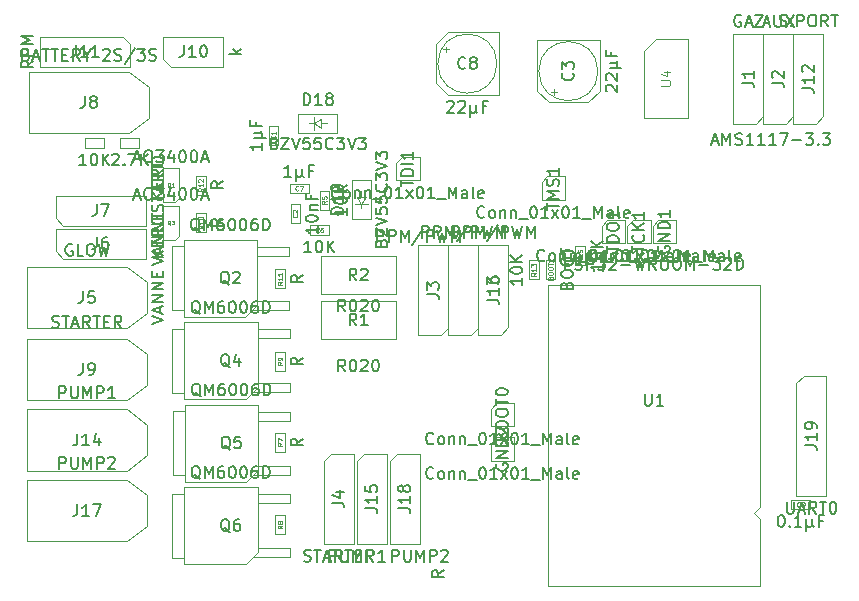
<source format=gbr>
%TF.GenerationSoftware,KiCad,Pcbnew,(6.0.10)*%
%TF.CreationDate,2023-04-19T18:30:43+02:00*%
%TF.ProjectId,jf-ecu32,6a662d65-6375-4333-922e-6b696361645f,rev?*%
%TF.SameCoordinates,Original*%
%TF.FileFunction,AssemblyDrawing,Top*%
%FSLAX46Y46*%
G04 Gerber Fmt 4.6, Leading zero omitted, Abs format (unit mm)*
G04 Created by KiCad (PCBNEW (6.0.10)) date 2023-04-19 18:30:43*
%MOMM*%
%LPD*%
G01*
G04 APERTURE LIST*
%ADD10C,0.150000*%
%ADD11C,0.060000*%
%ADD12C,0.050000*%
%ADD13C,0.120000*%
%ADD14C,0.100000*%
G04 APERTURE END LIST*
D10*
%TO.C,GND2*%
X49538666Y-189234142D02*
X49491047Y-189281761D01*
X49348190Y-189329380D01*
X49252952Y-189329380D01*
X49110095Y-189281761D01*
X49014857Y-189186523D01*
X48967238Y-189091285D01*
X48919619Y-188900809D01*
X48919619Y-188757952D01*
X48967238Y-188567476D01*
X49014857Y-188472238D01*
X49110095Y-188377000D01*
X49252952Y-188329380D01*
X49348190Y-188329380D01*
X49491047Y-188377000D01*
X49538666Y-188424619D01*
X50110095Y-189329380D02*
X50014857Y-189281761D01*
X49967238Y-189234142D01*
X49919619Y-189138904D01*
X49919619Y-188853190D01*
X49967238Y-188757952D01*
X50014857Y-188710333D01*
X50110095Y-188662714D01*
X50252952Y-188662714D01*
X50348190Y-188710333D01*
X50395809Y-188757952D01*
X50443428Y-188853190D01*
X50443428Y-189138904D01*
X50395809Y-189234142D01*
X50348190Y-189281761D01*
X50252952Y-189329380D01*
X50110095Y-189329380D01*
X50872000Y-188662714D02*
X50872000Y-189329380D01*
X50872000Y-188757952D02*
X50919619Y-188710333D01*
X51014857Y-188662714D01*
X51157714Y-188662714D01*
X51252952Y-188710333D01*
X51300571Y-188805571D01*
X51300571Y-189329380D01*
X51776761Y-188662714D02*
X51776761Y-189329380D01*
X51776761Y-188757952D02*
X51824380Y-188710333D01*
X51919619Y-188662714D01*
X52062476Y-188662714D01*
X52157714Y-188710333D01*
X52205333Y-188805571D01*
X52205333Y-189329380D01*
X52443428Y-189424619D02*
X53205333Y-189424619D01*
X53633904Y-188329380D02*
X53729142Y-188329380D01*
X53824380Y-188377000D01*
X53872000Y-188424619D01*
X53919619Y-188519857D01*
X53967238Y-188710333D01*
X53967238Y-188948428D01*
X53919619Y-189138904D01*
X53872000Y-189234142D01*
X53824380Y-189281761D01*
X53729142Y-189329380D01*
X53633904Y-189329380D01*
X53538666Y-189281761D01*
X53491047Y-189234142D01*
X53443428Y-189138904D01*
X53395809Y-188948428D01*
X53395809Y-188710333D01*
X53443428Y-188519857D01*
X53491047Y-188424619D01*
X53538666Y-188377000D01*
X53633904Y-188329380D01*
X54919619Y-189329380D02*
X54348190Y-189329380D01*
X54633904Y-189329380D02*
X54633904Y-188329380D01*
X54538666Y-188472238D01*
X54443428Y-188567476D01*
X54348190Y-188615095D01*
X55252952Y-189329380D02*
X55776761Y-188662714D01*
X55252952Y-188662714D02*
X55776761Y-189329380D01*
X56348190Y-188329380D02*
X56443428Y-188329380D01*
X56538666Y-188377000D01*
X56586285Y-188424619D01*
X56633904Y-188519857D01*
X56681523Y-188710333D01*
X56681523Y-188948428D01*
X56633904Y-189138904D01*
X56586285Y-189234142D01*
X56538666Y-189281761D01*
X56443428Y-189329380D01*
X56348190Y-189329380D01*
X56252952Y-189281761D01*
X56205333Y-189234142D01*
X56157714Y-189138904D01*
X56110095Y-188948428D01*
X56110095Y-188710333D01*
X56157714Y-188519857D01*
X56205333Y-188424619D01*
X56252952Y-188377000D01*
X56348190Y-188329380D01*
X57633904Y-189329380D02*
X57062476Y-189329380D01*
X57348190Y-189329380D02*
X57348190Y-188329380D01*
X57252952Y-188472238D01*
X57157714Y-188567476D01*
X57062476Y-188615095D01*
X57824380Y-189424619D02*
X58586285Y-189424619D01*
X58824380Y-189329380D02*
X58824380Y-188329380D01*
X59157714Y-189043666D01*
X59491047Y-188329380D01*
X59491047Y-189329380D01*
X60395809Y-189329380D02*
X60395809Y-188805571D01*
X60348190Y-188710333D01*
X60252952Y-188662714D01*
X60062476Y-188662714D01*
X59967238Y-188710333D01*
X60395809Y-189281761D02*
X60300571Y-189329380D01*
X60062476Y-189329380D01*
X59967238Y-189281761D01*
X59919619Y-189186523D01*
X59919619Y-189091285D01*
X59967238Y-188996047D01*
X60062476Y-188948428D01*
X60300571Y-188948428D01*
X60395809Y-188900809D01*
X61014857Y-189329380D02*
X60919619Y-189281761D01*
X60872000Y-189186523D01*
X60872000Y-188329380D01*
X61776761Y-189281761D02*
X61681523Y-189329380D01*
X61491047Y-189329380D01*
X61395809Y-189281761D01*
X61348190Y-189186523D01*
X61348190Y-188805571D01*
X61395809Y-188710333D01*
X61491047Y-188662714D01*
X61681523Y-188662714D01*
X61776761Y-188710333D01*
X61824380Y-188805571D01*
X61824380Y-188900809D01*
X61348190Y-188996047D01*
X54872000Y-188055095D02*
X54824380Y-188150333D01*
X54824380Y-188293190D01*
X54872000Y-188436047D01*
X54967238Y-188531285D01*
X55062476Y-188578904D01*
X55252952Y-188626523D01*
X55395809Y-188626523D01*
X55586285Y-188578904D01*
X55681523Y-188531285D01*
X55776761Y-188436047D01*
X55824380Y-188293190D01*
X55824380Y-188197952D01*
X55776761Y-188055095D01*
X55729142Y-188007476D01*
X55395809Y-188007476D01*
X55395809Y-188197952D01*
X55824380Y-187578904D02*
X54824380Y-187578904D01*
X55824380Y-187007476D01*
X54824380Y-187007476D01*
X55824380Y-186531285D02*
X54824380Y-186531285D01*
X54824380Y-186293190D01*
X54872000Y-186150333D01*
X54967238Y-186055095D01*
X55062476Y-186007476D01*
X55252952Y-185959857D01*
X55395809Y-185959857D01*
X55586285Y-186007476D01*
X55681523Y-186055095D01*
X55776761Y-186150333D01*
X55824380Y-186293190D01*
X55824380Y-186531285D01*
X54919619Y-185578904D02*
X54872000Y-185531285D01*
X54824380Y-185436047D01*
X54824380Y-185197952D01*
X54872000Y-185102714D01*
X54919619Y-185055095D01*
X55014857Y-185007476D01*
X55110095Y-185007476D01*
X55252952Y-185055095D01*
X55824380Y-185626523D01*
X55824380Y-185007476D01*
%TO.C,TMS1*%
X53856666Y-167136142D02*
X53809047Y-167183761D01*
X53666190Y-167231380D01*
X53570952Y-167231380D01*
X53428095Y-167183761D01*
X53332857Y-167088523D01*
X53285238Y-166993285D01*
X53237619Y-166802809D01*
X53237619Y-166659952D01*
X53285238Y-166469476D01*
X53332857Y-166374238D01*
X53428095Y-166279000D01*
X53570952Y-166231380D01*
X53666190Y-166231380D01*
X53809047Y-166279000D01*
X53856666Y-166326619D01*
X54428095Y-167231380D02*
X54332857Y-167183761D01*
X54285238Y-167136142D01*
X54237619Y-167040904D01*
X54237619Y-166755190D01*
X54285238Y-166659952D01*
X54332857Y-166612333D01*
X54428095Y-166564714D01*
X54570952Y-166564714D01*
X54666190Y-166612333D01*
X54713809Y-166659952D01*
X54761428Y-166755190D01*
X54761428Y-167040904D01*
X54713809Y-167136142D01*
X54666190Y-167183761D01*
X54570952Y-167231380D01*
X54428095Y-167231380D01*
X55190000Y-166564714D02*
X55190000Y-167231380D01*
X55190000Y-166659952D02*
X55237619Y-166612333D01*
X55332857Y-166564714D01*
X55475714Y-166564714D01*
X55570952Y-166612333D01*
X55618571Y-166707571D01*
X55618571Y-167231380D01*
X56094761Y-166564714D02*
X56094761Y-167231380D01*
X56094761Y-166659952D02*
X56142380Y-166612333D01*
X56237619Y-166564714D01*
X56380476Y-166564714D01*
X56475714Y-166612333D01*
X56523333Y-166707571D01*
X56523333Y-167231380D01*
X56761428Y-167326619D02*
X57523333Y-167326619D01*
X57951904Y-166231380D02*
X58047142Y-166231380D01*
X58142380Y-166279000D01*
X58190000Y-166326619D01*
X58237619Y-166421857D01*
X58285238Y-166612333D01*
X58285238Y-166850428D01*
X58237619Y-167040904D01*
X58190000Y-167136142D01*
X58142380Y-167183761D01*
X58047142Y-167231380D01*
X57951904Y-167231380D01*
X57856666Y-167183761D01*
X57809047Y-167136142D01*
X57761428Y-167040904D01*
X57713809Y-166850428D01*
X57713809Y-166612333D01*
X57761428Y-166421857D01*
X57809047Y-166326619D01*
X57856666Y-166279000D01*
X57951904Y-166231380D01*
X59237619Y-167231380D02*
X58666190Y-167231380D01*
X58951904Y-167231380D02*
X58951904Y-166231380D01*
X58856666Y-166374238D01*
X58761428Y-166469476D01*
X58666190Y-166517095D01*
X59570952Y-167231380D02*
X60094761Y-166564714D01*
X59570952Y-166564714D02*
X60094761Y-167231380D01*
X60666190Y-166231380D02*
X60761428Y-166231380D01*
X60856666Y-166279000D01*
X60904285Y-166326619D01*
X60951904Y-166421857D01*
X60999523Y-166612333D01*
X60999523Y-166850428D01*
X60951904Y-167040904D01*
X60904285Y-167136142D01*
X60856666Y-167183761D01*
X60761428Y-167231380D01*
X60666190Y-167231380D01*
X60570952Y-167183761D01*
X60523333Y-167136142D01*
X60475714Y-167040904D01*
X60428095Y-166850428D01*
X60428095Y-166612333D01*
X60475714Y-166421857D01*
X60523333Y-166326619D01*
X60570952Y-166279000D01*
X60666190Y-166231380D01*
X61951904Y-167231380D02*
X61380476Y-167231380D01*
X61666190Y-167231380D02*
X61666190Y-166231380D01*
X61570952Y-166374238D01*
X61475714Y-166469476D01*
X61380476Y-166517095D01*
X62142380Y-167326619D02*
X62904285Y-167326619D01*
X63142380Y-167231380D02*
X63142380Y-166231380D01*
X63475714Y-166945666D01*
X63809047Y-166231380D01*
X63809047Y-167231380D01*
X64713809Y-167231380D02*
X64713809Y-166707571D01*
X64666190Y-166612333D01*
X64570952Y-166564714D01*
X64380476Y-166564714D01*
X64285238Y-166612333D01*
X64713809Y-167183761D02*
X64618571Y-167231380D01*
X64380476Y-167231380D01*
X64285238Y-167183761D01*
X64237619Y-167088523D01*
X64237619Y-166993285D01*
X64285238Y-166898047D01*
X64380476Y-166850428D01*
X64618571Y-166850428D01*
X64713809Y-166802809D01*
X65332857Y-167231380D02*
X65237619Y-167183761D01*
X65190000Y-167088523D01*
X65190000Y-166231380D01*
X66094761Y-167183761D02*
X65999523Y-167231380D01*
X65809047Y-167231380D01*
X65713809Y-167183761D01*
X65666190Y-167088523D01*
X65666190Y-166707571D01*
X65713809Y-166612333D01*
X65809047Y-166564714D01*
X65999523Y-166564714D01*
X66094761Y-166612333D01*
X66142380Y-166707571D01*
X66142380Y-166802809D01*
X65666190Y-166898047D01*
X59142380Y-166528523D02*
X59142380Y-165957095D01*
X60142380Y-166242809D02*
X59142380Y-166242809D01*
X60142380Y-165623761D02*
X59142380Y-165623761D01*
X59856666Y-165290428D01*
X59142380Y-164957095D01*
X60142380Y-164957095D01*
X60094761Y-164528523D02*
X60142380Y-164385666D01*
X60142380Y-164147571D01*
X60094761Y-164052333D01*
X60047142Y-164004714D01*
X59951904Y-163957095D01*
X59856666Y-163957095D01*
X59761428Y-164004714D01*
X59713809Y-164052333D01*
X59666190Y-164147571D01*
X59618571Y-164338047D01*
X59570952Y-164433285D01*
X59523333Y-164480904D01*
X59428095Y-164528523D01*
X59332857Y-164528523D01*
X59237619Y-164480904D01*
X59190000Y-164433285D01*
X59142380Y-164338047D01*
X59142380Y-164099952D01*
X59190000Y-163957095D01*
X60142380Y-163004714D02*
X60142380Y-163576142D01*
X60142380Y-163290428D02*
X59142380Y-163290428D01*
X59285238Y-163385666D01*
X59380476Y-163480904D01*
X59428095Y-163576142D01*
%TO.C,TDO1*%
X58936666Y-170819142D02*
X58889047Y-170866761D01*
X58746190Y-170914380D01*
X58650952Y-170914380D01*
X58508095Y-170866761D01*
X58412857Y-170771523D01*
X58365238Y-170676285D01*
X58317619Y-170485809D01*
X58317619Y-170342952D01*
X58365238Y-170152476D01*
X58412857Y-170057238D01*
X58508095Y-169962000D01*
X58650952Y-169914380D01*
X58746190Y-169914380D01*
X58889047Y-169962000D01*
X58936666Y-170009619D01*
X59508095Y-170914380D02*
X59412857Y-170866761D01*
X59365238Y-170819142D01*
X59317619Y-170723904D01*
X59317619Y-170438190D01*
X59365238Y-170342952D01*
X59412857Y-170295333D01*
X59508095Y-170247714D01*
X59650952Y-170247714D01*
X59746190Y-170295333D01*
X59793809Y-170342952D01*
X59841428Y-170438190D01*
X59841428Y-170723904D01*
X59793809Y-170819142D01*
X59746190Y-170866761D01*
X59650952Y-170914380D01*
X59508095Y-170914380D01*
X60270000Y-170247714D02*
X60270000Y-170914380D01*
X60270000Y-170342952D02*
X60317619Y-170295333D01*
X60412857Y-170247714D01*
X60555714Y-170247714D01*
X60650952Y-170295333D01*
X60698571Y-170390571D01*
X60698571Y-170914380D01*
X61174761Y-170247714D02*
X61174761Y-170914380D01*
X61174761Y-170342952D02*
X61222380Y-170295333D01*
X61317619Y-170247714D01*
X61460476Y-170247714D01*
X61555714Y-170295333D01*
X61603333Y-170390571D01*
X61603333Y-170914380D01*
X61841428Y-171009619D02*
X62603333Y-171009619D01*
X63031904Y-169914380D02*
X63127142Y-169914380D01*
X63222380Y-169962000D01*
X63270000Y-170009619D01*
X63317619Y-170104857D01*
X63365238Y-170295333D01*
X63365238Y-170533428D01*
X63317619Y-170723904D01*
X63270000Y-170819142D01*
X63222380Y-170866761D01*
X63127142Y-170914380D01*
X63031904Y-170914380D01*
X62936666Y-170866761D01*
X62889047Y-170819142D01*
X62841428Y-170723904D01*
X62793809Y-170533428D01*
X62793809Y-170295333D01*
X62841428Y-170104857D01*
X62889047Y-170009619D01*
X62936666Y-169962000D01*
X63031904Y-169914380D01*
X64317619Y-170914380D02*
X63746190Y-170914380D01*
X64031904Y-170914380D02*
X64031904Y-169914380D01*
X63936666Y-170057238D01*
X63841428Y-170152476D01*
X63746190Y-170200095D01*
X64650952Y-170914380D02*
X65174761Y-170247714D01*
X64650952Y-170247714D02*
X65174761Y-170914380D01*
X65746190Y-169914380D02*
X65841428Y-169914380D01*
X65936666Y-169962000D01*
X65984285Y-170009619D01*
X66031904Y-170104857D01*
X66079523Y-170295333D01*
X66079523Y-170533428D01*
X66031904Y-170723904D01*
X65984285Y-170819142D01*
X65936666Y-170866761D01*
X65841428Y-170914380D01*
X65746190Y-170914380D01*
X65650952Y-170866761D01*
X65603333Y-170819142D01*
X65555714Y-170723904D01*
X65508095Y-170533428D01*
X65508095Y-170295333D01*
X65555714Y-170104857D01*
X65603333Y-170009619D01*
X65650952Y-169962000D01*
X65746190Y-169914380D01*
X67031904Y-170914380D02*
X66460476Y-170914380D01*
X66746190Y-170914380D02*
X66746190Y-169914380D01*
X66650952Y-170057238D01*
X66555714Y-170152476D01*
X66460476Y-170200095D01*
X67222380Y-171009619D02*
X67984285Y-171009619D01*
X68222380Y-170914380D02*
X68222380Y-169914380D01*
X68555714Y-170628666D01*
X68889047Y-169914380D01*
X68889047Y-170914380D01*
X69793809Y-170914380D02*
X69793809Y-170390571D01*
X69746190Y-170295333D01*
X69650952Y-170247714D01*
X69460476Y-170247714D01*
X69365238Y-170295333D01*
X69793809Y-170866761D02*
X69698571Y-170914380D01*
X69460476Y-170914380D01*
X69365238Y-170866761D01*
X69317619Y-170771523D01*
X69317619Y-170676285D01*
X69365238Y-170581047D01*
X69460476Y-170533428D01*
X69698571Y-170533428D01*
X69793809Y-170485809D01*
X70412857Y-170914380D02*
X70317619Y-170866761D01*
X70270000Y-170771523D01*
X70270000Y-169914380D01*
X71174761Y-170866761D02*
X71079523Y-170914380D01*
X70889047Y-170914380D01*
X70793809Y-170866761D01*
X70746190Y-170771523D01*
X70746190Y-170390571D01*
X70793809Y-170295333D01*
X70889047Y-170247714D01*
X71079523Y-170247714D01*
X71174761Y-170295333D01*
X71222380Y-170390571D01*
X71222380Y-170485809D01*
X70746190Y-170581047D01*
X64222380Y-170187714D02*
X64222380Y-169616285D01*
X65222380Y-169902000D02*
X64222380Y-169902000D01*
X65222380Y-169282952D02*
X64222380Y-169282952D01*
X64222380Y-169044857D01*
X64270000Y-168902000D01*
X64365238Y-168806761D01*
X64460476Y-168759142D01*
X64650952Y-168711523D01*
X64793809Y-168711523D01*
X64984285Y-168759142D01*
X65079523Y-168806761D01*
X65174761Y-168902000D01*
X65222380Y-169044857D01*
X65222380Y-169282952D01*
X64222380Y-168092476D02*
X64222380Y-167902000D01*
X64270000Y-167806761D01*
X64365238Y-167711523D01*
X64555714Y-167663904D01*
X64889047Y-167663904D01*
X65079523Y-167711523D01*
X65174761Y-167806761D01*
X65222380Y-167902000D01*
X65222380Y-168092476D01*
X65174761Y-168187714D01*
X65079523Y-168282952D01*
X64889047Y-168330571D01*
X64555714Y-168330571D01*
X64365238Y-168282952D01*
X64270000Y-168187714D01*
X64222380Y-168092476D01*
X65222380Y-166711523D02*
X65222380Y-167282952D01*
X65222380Y-166997238D02*
X64222380Y-166997238D01*
X64365238Y-167092476D01*
X64460476Y-167187714D01*
X64508095Y-167282952D01*
%TO.C,TDI1*%
X41537666Y-165485142D02*
X41490047Y-165532761D01*
X41347190Y-165580380D01*
X41251952Y-165580380D01*
X41109095Y-165532761D01*
X41013857Y-165437523D01*
X40966238Y-165342285D01*
X40918619Y-165151809D01*
X40918619Y-165008952D01*
X40966238Y-164818476D01*
X41013857Y-164723238D01*
X41109095Y-164628000D01*
X41251952Y-164580380D01*
X41347190Y-164580380D01*
X41490047Y-164628000D01*
X41537666Y-164675619D01*
X42109095Y-165580380D02*
X42013857Y-165532761D01*
X41966238Y-165485142D01*
X41918619Y-165389904D01*
X41918619Y-165104190D01*
X41966238Y-165008952D01*
X42013857Y-164961333D01*
X42109095Y-164913714D01*
X42251952Y-164913714D01*
X42347190Y-164961333D01*
X42394809Y-165008952D01*
X42442428Y-165104190D01*
X42442428Y-165389904D01*
X42394809Y-165485142D01*
X42347190Y-165532761D01*
X42251952Y-165580380D01*
X42109095Y-165580380D01*
X42871000Y-164913714D02*
X42871000Y-165580380D01*
X42871000Y-165008952D02*
X42918619Y-164961333D01*
X43013857Y-164913714D01*
X43156714Y-164913714D01*
X43251952Y-164961333D01*
X43299571Y-165056571D01*
X43299571Y-165580380D01*
X43775761Y-164913714D02*
X43775761Y-165580380D01*
X43775761Y-165008952D02*
X43823380Y-164961333D01*
X43918619Y-164913714D01*
X44061476Y-164913714D01*
X44156714Y-164961333D01*
X44204333Y-165056571D01*
X44204333Y-165580380D01*
X44442428Y-165675619D02*
X45204333Y-165675619D01*
X45632904Y-164580380D02*
X45728142Y-164580380D01*
X45823380Y-164628000D01*
X45871000Y-164675619D01*
X45918619Y-164770857D01*
X45966238Y-164961333D01*
X45966238Y-165199428D01*
X45918619Y-165389904D01*
X45871000Y-165485142D01*
X45823380Y-165532761D01*
X45728142Y-165580380D01*
X45632904Y-165580380D01*
X45537666Y-165532761D01*
X45490047Y-165485142D01*
X45442428Y-165389904D01*
X45394809Y-165199428D01*
X45394809Y-164961333D01*
X45442428Y-164770857D01*
X45490047Y-164675619D01*
X45537666Y-164628000D01*
X45632904Y-164580380D01*
X46918619Y-165580380D02*
X46347190Y-165580380D01*
X46632904Y-165580380D02*
X46632904Y-164580380D01*
X46537666Y-164723238D01*
X46442428Y-164818476D01*
X46347190Y-164866095D01*
X47251952Y-165580380D02*
X47775761Y-164913714D01*
X47251952Y-164913714D02*
X47775761Y-165580380D01*
X48347190Y-164580380D02*
X48442428Y-164580380D01*
X48537666Y-164628000D01*
X48585285Y-164675619D01*
X48632904Y-164770857D01*
X48680523Y-164961333D01*
X48680523Y-165199428D01*
X48632904Y-165389904D01*
X48585285Y-165485142D01*
X48537666Y-165532761D01*
X48442428Y-165580380D01*
X48347190Y-165580380D01*
X48251952Y-165532761D01*
X48204333Y-165485142D01*
X48156714Y-165389904D01*
X48109095Y-165199428D01*
X48109095Y-164961333D01*
X48156714Y-164770857D01*
X48204333Y-164675619D01*
X48251952Y-164628000D01*
X48347190Y-164580380D01*
X49632904Y-165580380D02*
X49061476Y-165580380D01*
X49347190Y-165580380D02*
X49347190Y-164580380D01*
X49251952Y-164723238D01*
X49156714Y-164818476D01*
X49061476Y-164866095D01*
X49823380Y-165675619D02*
X50585285Y-165675619D01*
X50823380Y-165580380D02*
X50823380Y-164580380D01*
X51156714Y-165294666D01*
X51490047Y-164580380D01*
X51490047Y-165580380D01*
X52394809Y-165580380D02*
X52394809Y-165056571D01*
X52347190Y-164961333D01*
X52251952Y-164913714D01*
X52061476Y-164913714D01*
X51966238Y-164961333D01*
X52394809Y-165532761D02*
X52299571Y-165580380D01*
X52061476Y-165580380D01*
X51966238Y-165532761D01*
X51918619Y-165437523D01*
X51918619Y-165342285D01*
X51966238Y-165247047D01*
X52061476Y-165199428D01*
X52299571Y-165199428D01*
X52394809Y-165151809D01*
X53013857Y-165580380D02*
X52918619Y-165532761D01*
X52871000Y-165437523D01*
X52871000Y-164580380D01*
X53775761Y-165532761D02*
X53680523Y-165580380D01*
X53490047Y-165580380D01*
X53394809Y-165532761D01*
X53347190Y-165437523D01*
X53347190Y-165056571D01*
X53394809Y-164961333D01*
X53490047Y-164913714D01*
X53680523Y-164913714D01*
X53775761Y-164961333D01*
X53823380Y-165056571D01*
X53823380Y-165151809D01*
X53347190Y-165247047D01*
X46823380Y-164568000D02*
X46823380Y-163996571D01*
X47823380Y-164282285D02*
X46823380Y-164282285D01*
X47823380Y-163663238D02*
X46823380Y-163663238D01*
X46823380Y-163425142D01*
X46871000Y-163282285D01*
X46966238Y-163187047D01*
X47061476Y-163139428D01*
X47251952Y-163091809D01*
X47394809Y-163091809D01*
X47585285Y-163139428D01*
X47680523Y-163187047D01*
X47775761Y-163282285D01*
X47823380Y-163425142D01*
X47823380Y-163663238D01*
X47823380Y-162663238D02*
X46823380Y-162663238D01*
X47823380Y-161663238D02*
X47823380Y-162234666D01*
X47823380Y-161948952D02*
X46823380Y-161948952D01*
X46966238Y-162044190D01*
X47061476Y-162139428D01*
X47109095Y-162234666D01*
%TO.C,TCK1*%
X61095666Y-170819142D02*
X61048047Y-170866761D01*
X60905190Y-170914380D01*
X60809952Y-170914380D01*
X60667095Y-170866761D01*
X60571857Y-170771523D01*
X60524238Y-170676285D01*
X60476619Y-170485809D01*
X60476619Y-170342952D01*
X60524238Y-170152476D01*
X60571857Y-170057238D01*
X60667095Y-169962000D01*
X60809952Y-169914380D01*
X60905190Y-169914380D01*
X61048047Y-169962000D01*
X61095666Y-170009619D01*
X61667095Y-170914380D02*
X61571857Y-170866761D01*
X61524238Y-170819142D01*
X61476619Y-170723904D01*
X61476619Y-170438190D01*
X61524238Y-170342952D01*
X61571857Y-170295333D01*
X61667095Y-170247714D01*
X61809952Y-170247714D01*
X61905190Y-170295333D01*
X61952809Y-170342952D01*
X62000428Y-170438190D01*
X62000428Y-170723904D01*
X61952809Y-170819142D01*
X61905190Y-170866761D01*
X61809952Y-170914380D01*
X61667095Y-170914380D01*
X62429000Y-170247714D02*
X62429000Y-170914380D01*
X62429000Y-170342952D02*
X62476619Y-170295333D01*
X62571857Y-170247714D01*
X62714714Y-170247714D01*
X62809952Y-170295333D01*
X62857571Y-170390571D01*
X62857571Y-170914380D01*
X63333761Y-170247714D02*
X63333761Y-170914380D01*
X63333761Y-170342952D02*
X63381380Y-170295333D01*
X63476619Y-170247714D01*
X63619476Y-170247714D01*
X63714714Y-170295333D01*
X63762333Y-170390571D01*
X63762333Y-170914380D01*
X64000428Y-171009619D02*
X64762333Y-171009619D01*
X65190904Y-169914380D02*
X65286142Y-169914380D01*
X65381380Y-169962000D01*
X65429000Y-170009619D01*
X65476619Y-170104857D01*
X65524238Y-170295333D01*
X65524238Y-170533428D01*
X65476619Y-170723904D01*
X65429000Y-170819142D01*
X65381380Y-170866761D01*
X65286142Y-170914380D01*
X65190904Y-170914380D01*
X65095666Y-170866761D01*
X65048047Y-170819142D01*
X65000428Y-170723904D01*
X64952809Y-170533428D01*
X64952809Y-170295333D01*
X65000428Y-170104857D01*
X65048047Y-170009619D01*
X65095666Y-169962000D01*
X65190904Y-169914380D01*
X66476619Y-170914380D02*
X65905190Y-170914380D01*
X66190904Y-170914380D02*
X66190904Y-169914380D01*
X66095666Y-170057238D01*
X66000428Y-170152476D01*
X65905190Y-170200095D01*
X66809952Y-170914380D02*
X67333761Y-170247714D01*
X66809952Y-170247714D02*
X67333761Y-170914380D01*
X67905190Y-169914380D02*
X68000428Y-169914380D01*
X68095666Y-169962000D01*
X68143285Y-170009619D01*
X68190904Y-170104857D01*
X68238523Y-170295333D01*
X68238523Y-170533428D01*
X68190904Y-170723904D01*
X68143285Y-170819142D01*
X68095666Y-170866761D01*
X68000428Y-170914380D01*
X67905190Y-170914380D01*
X67809952Y-170866761D01*
X67762333Y-170819142D01*
X67714714Y-170723904D01*
X67667095Y-170533428D01*
X67667095Y-170295333D01*
X67714714Y-170104857D01*
X67762333Y-170009619D01*
X67809952Y-169962000D01*
X67905190Y-169914380D01*
X69190904Y-170914380D02*
X68619476Y-170914380D01*
X68905190Y-170914380D02*
X68905190Y-169914380D01*
X68809952Y-170057238D01*
X68714714Y-170152476D01*
X68619476Y-170200095D01*
X69381380Y-171009619D02*
X70143285Y-171009619D01*
X70381380Y-170914380D02*
X70381380Y-169914380D01*
X70714714Y-170628666D01*
X71048047Y-169914380D01*
X71048047Y-170914380D01*
X71952809Y-170914380D02*
X71952809Y-170390571D01*
X71905190Y-170295333D01*
X71809952Y-170247714D01*
X71619476Y-170247714D01*
X71524238Y-170295333D01*
X71952809Y-170866761D02*
X71857571Y-170914380D01*
X71619476Y-170914380D01*
X71524238Y-170866761D01*
X71476619Y-170771523D01*
X71476619Y-170676285D01*
X71524238Y-170581047D01*
X71619476Y-170533428D01*
X71857571Y-170533428D01*
X71952809Y-170485809D01*
X72571857Y-170914380D02*
X72476619Y-170866761D01*
X72429000Y-170771523D01*
X72429000Y-169914380D01*
X73333761Y-170866761D02*
X73238523Y-170914380D01*
X73048047Y-170914380D01*
X72952809Y-170866761D01*
X72905190Y-170771523D01*
X72905190Y-170390571D01*
X72952809Y-170295333D01*
X73048047Y-170247714D01*
X73238523Y-170247714D01*
X73333761Y-170295333D01*
X73381380Y-170390571D01*
X73381380Y-170485809D01*
X72905190Y-170581047D01*
X66381380Y-170163904D02*
X66381380Y-169592476D01*
X67381380Y-169878190D02*
X66381380Y-169878190D01*
X67286142Y-168687714D02*
X67333761Y-168735333D01*
X67381380Y-168878190D01*
X67381380Y-168973428D01*
X67333761Y-169116285D01*
X67238523Y-169211523D01*
X67143285Y-169259142D01*
X66952809Y-169306761D01*
X66809952Y-169306761D01*
X66619476Y-169259142D01*
X66524238Y-169211523D01*
X66429000Y-169116285D01*
X66381380Y-168973428D01*
X66381380Y-168878190D01*
X66429000Y-168735333D01*
X66476619Y-168687714D01*
X67381380Y-168259142D02*
X66381380Y-168259142D01*
X67381380Y-167687714D02*
X66809952Y-168116285D01*
X66381380Y-167687714D02*
X66952809Y-168259142D01*
X67381380Y-166735333D02*
X67381380Y-167306761D01*
X67381380Y-167021047D02*
X66381380Y-167021047D01*
X66524238Y-167116285D01*
X66619476Y-167211523D01*
X66667095Y-167306761D01*
%TO.C,GND1*%
X63254666Y-170819142D02*
X63207047Y-170866761D01*
X63064190Y-170914380D01*
X62968952Y-170914380D01*
X62826095Y-170866761D01*
X62730857Y-170771523D01*
X62683238Y-170676285D01*
X62635619Y-170485809D01*
X62635619Y-170342952D01*
X62683238Y-170152476D01*
X62730857Y-170057238D01*
X62826095Y-169962000D01*
X62968952Y-169914380D01*
X63064190Y-169914380D01*
X63207047Y-169962000D01*
X63254666Y-170009619D01*
X63826095Y-170914380D02*
X63730857Y-170866761D01*
X63683238Y-170819142D01*
X63635619Y-170723904D01*
X63635619Y-170438190D01*
X63683238Y-170342952D01*
X63730857Y-170295333D01*
X63826095Y-170247714D01*
X63968952Y-170247714D01*
X64064190Y-170295333D01*
X64111809Y-170342952D01*
X64159428Y-170438190D01*
X64159428Y-170723904D01*
X64111809Y-170819142D01*
X64064190Y-170866761D01*
X63968952Y-170914380D01*
X63826095Y-170914380D01*
X64588000Y-170247714D02*
X64588000Y-170914380D01*
X64588000Y-170342952D02*
X64635619Y-170295333D01*
X64730857Y-170247714D01*
X64873714Y-170247714D01*
X64968952Y-170295333D01*
X65016571Y-170390571D01*
X65016571Y-170914380D01*
X65492761Y-170247714D02*
X65492761Y-170914380D01*
X65492761Y-170342952D02*
X65540380Y-170295333D01*
X65635619Y-170247714D01*
X65778476Y-170247714D01*
X65873714Y-170295333D01*
X65921333Y-170390571D01*
X65921333Y-170914380D01*
X66159428Y-171009619D02*
X66921333Y-171009619D01*
X67349904Y-169914380D02*
X67445142Y-169914380D01*
X67540380Y-169962000D01*
X67588000Y-170009619D01*
X67635619Y-170104857D01*
X67683238Y-170295333D01*
X67683238Y-170533428D01*
X67635619Y-170723904D01*
X67588000Y-170819142D01*
X67540380Y-170866761D01*
X67445142Y-170914380D01*
X67349904Y-170914380D01*
X67254666Y-170866761D01*
X67207047Y-170819142D01*
X67159428Y-170723904D01*
X67111809Y-170533428D01*
X67111809Y-170295333D01*
X67159428Y-170104857D01*
X67207047Y-170009619D01*
X67254666Y-169962000D01*
X67349904Y-169914380D01*
X68635619Y-170914380D02*
X68064190Y-170914380D01*
X68349904Y-170914380D02*
X68349904Y-169914380D01*
X68254666Y-170057238D01*
X68159428Y-170152476D01*
X68064190Y-170200095D01*
X68968952Y-170914380D02*
X69492761Y-170247714D01*
X68968952Y-170247714D02*
X69492761Y-170914380D01*
X70064190Y-169914380D02*
X70159428Y-169914380D01*
X70254666Y-169962000D01*
X70302285Y-170009619D01*
X70349904Y-170104857D01*
X70397523Y-170295333D01*
X70397523Y-170533428D01*
X70349904Y-170723904D01*
X70302285Y-170819142D01*
X70254666Y-170866761D01*
X70159428Y-170914380D01*
X70064190Y-170914380D01*
X69968952Y-170866761D01*
X69921333Y-170819142D01*
X69873714Y-170723904D01*
X69826095Y-170533428D01*
X69826095Y-170295333D01*
X69873714Y-170104857D01*
X69921333Y-170009619D01*
X69968952Y-169962000D01*
X70064190Y-169914380D01*
X71349904Y-170914380D02*
X70778476Y-170914380D01*
X71064190Y-170914380D02*
X71064190Y-169914380D01*
X70968952Y-170057238D01*
X70873714Y-170152476D01*
X70778476Y-170200095D01*
X71540380Y-171009619D02*
X72302285Y-171009619D01*
X72540380Y-170914380D02*
X72540380Y-169914380D01*
X72873714Y-170628666D01*
X73207047Y-169914380D01*
X73207047Y-170914380D01*
X74111809Y-170914380D02*
X74111809Y-170390571D01*
X74064190Y-170295333D01*
X73968952Y-170247714D01*
X73778476Y-170247714D01*
X73683238Y-170295333D01*
X74111809Y-170866761D02*
X74016571Y-170914380D01*
X73778476Y-170914380D01*
X73683238Y-170866761D01*
X73635619Y-170771523D01*
X73635619Y-170676285D01*
X73683238Y-170581047D01*
X73778476Y-170533428D01*
X74016571Y-170533428D01*
X74111809Y-170485809D01*
X74730857Y-170914380D02*
X74635619Y-170866761D01*
X74588000Y-170771523D01*
X74588000Y-169914380D01*
X75492761Y-170866761D02*
X75397523Y-170914380D01*
X75207047Y-170914380D01*
X75111809Y-170866761D01*
X75064190Y-170771523D01*
X75064190Y-170390571D01*
X75111809Y-170295333D01*
X75207047Y-170247714D01*
X75397523Y-170247714D01*
X75492761Y-170295333D01*
X75540380Y-170390571D01*
X75540380Y-170485809D01*
X75064190Y-170581047D01*
X68588000Y-169640095D02*
X68540380Y-169735333D01*
X68540380Y-169878190D01*
X68588000Y-170021047D01*
X68683238Y-170116285D01*
X68778476Y-170163904D01*
X68968952Y-170211523D01*
X69111809Y-170211523D01*
X69302285Y-170163904D01*
X69397523Y-170116285D01*
X69492761Y-170021047D01*
X69540380Y-169878190D01*
X69540380Y-169782952D01*
X69492761Y-169640095D01*
X69445142Y-169592476D01*
X69111809Y-169592476D01*
X69111809Y-169782952D01*
X69540380Y-169163904D02*
X68540380Y-169163904D01*
X69540380Y-168592476D01*
X68540380Y-168592476D01*
X69540380Y-168116285D02*
X68540380Y-168116285D01*
X68540380Y-167878190D01*
X68588000Y-167735333D01*
X68683238Y-167640095D01*
X68778476Y-167592476D01*
X68968952Y-167544857D01*
X69111809Y-167544857D01*
X69302285Y-167592476D01*
X69397523Y-167640095D01*
X69492761Y-167735333D01*
X69540380Y-167878190D01*
X69540380Y-168116285D01*
X69540380Y-166592476D02*
X69540380Y-167163904D01*
X69540380Y-166878190D02*
X68540380Y-166878190D01*
X68683238Y-166973428D01*
X68778476Y-167068666D01*
X68826095Y-167163904D01*
%TO.C,BOOT0*%
X49538666Y-186313142D02*
X49491047Y-186360761D01*
X49348190Y-186408380D01*
X49252952Y-186408380D01*
X49110095Y-186360761D01*
X49014857Y-186265523D01*
X48967238Y-186170285D01*
X48919619Y-185979809D01*
X48919619Y-185836952D01*
X48967238Y-185646476D01*
X49014857Y-185551238D01*
X49110095Y-185456000D01*
X49252952Y-185408380D01*
X49348190Y-185408380D01*
X49491047Y-185456000D01*
X49538666Y-185503619D01*
X50110095Y-186408380D02*
X50014857Y-186360761D01*
X49967238Y-186313142D01*
X49919619Y-186217904D01*
X49919619Y-185932190D01*
X49967238Y-185836952D01*
X50014857Y-185789333D01*
X50110095Y-185741714D01*
X50252952Y-185741714D01*
X50348190Y-185789333D01*
X50395809Y-185836952D01*
X50443428Y-185932190D01*
X50443428Y-186217904D01*
X50395809Y-186313142D01*
X50348190Y-186360761D01*
X50252952Y-186408380D01*
X50110095Y-186408380D01*
X50872000Y-185741714D02*
X50872000Y-186408380D01*
X50872000Y-185836952D02*
X50919619Y-185789333D01*
X51014857Y-185741714D01*
X51157714Y-185741714D01*
X51252952Y-185789333D01*
X51300571Y-185884571D01*
X51300571Y-186408380D01*
X51776761Y-185741714D02*
X51776761Y-186408380D01*
X51776761Y-185836952D02*
X51824380Y-185789333D01*
X51919619Y-185741714D01*
X52062476Y-185741714D01*
X52157714Y-185789333D01*
X52205333Y-185884571D01*
X52205333Y-186408380D01*
X52443428Y-186503619D02*
X53205333Y-186503619D01*
X53633904Y-185408380D02*
X53729142Y-185408380D01*
X53824380Y-185456000D01*
X53872000Y-185503619D01*
X53919619Y-185598857D01*
X53967238Y-185789333D01*
X53967238Y-186027428D01*
X53919619Y-186217904D01*
X53872000Y-186313142D01*
X53824380Y-186360761D01*
X53729142Y-186408380D01*
X53633904Y-186408380D01*
X53538666Y-186360761D01*
X53491047Y-186313142D01*
X53443428Y-186217904D01*
X53395809Y-186027428D01*
X53395809Y-185789333D01*
X53443428Y-185598857D01*
X53491047Y-185503619D01*
X53538666Y-185456000D01*
X53633904Y-185408380D01*
X54919619Y-186408380D02*
X54348190Y-186408380D01*
X54633904Y-186408380D02*
X54633904Y-185408380D01*
X54538666Y-185551238D01*
X54443428Y-185646476D01*
X54348190Y-185694095D01*
X55252952Y-186408380D02*
X55776761Y-185741714D01*
X55252952Y-185741714D02*
X55776761Y-186408380D01*
X56348190Y-185408380D02*
X56443428Y-185408380D01*
X56538666Y-185456000D01*
X56586285Y-185503619D01*
X56633904Y-185598857D01*
X56681523Y-185789333D01*
X56681523Y-186027428D01*
X56633904Y-186217904D01*
X56586285Y-186313142D01*
X56538666Y-186360761D01*
X56443428Y-186408380D01*
X56348190Y-186408380D01*
X56252952Y-186360761D01*
X56205333Y-186313142D01*
X56157714Y-186217904D01*
X56110095Y-186027428D01*
X56110095Y-185789333D01*
X56157714Y-185598857D01*
X56205333Y-185503619D01*
X56252952Y-185456000D01*
X56348190Y-185408380D01*
X57633904Y-186408380D02*
X57062476Y-186408380D01*
X57348190Y-186408380D02*
X57348190Y-185408380D01*
X57252952Y-185551238D01*
X57157714Y-185646476D01*
X57062476Y-185694095D01*
X57824380Y-186503619D02*
X58586285Y-186503619D01*
X58824380Y-186408380D02*
X58824380Y-185408380D01*
X59157714Y-186122666D01*
X59491047Y-185408380D01*
X59491047Y-186408380D01*
X60395809Y-186408380D02*
X60395809Y-185884571D01*
X60348190Y-185789333D01*
X60252952Y-185741714D01*
X60062476Y-185741714D01*
X59967238Y-185789333D01*
X60395809Y-186360761D02*
X60300571Y-186408380D01*
X60062476Y-186408380D01*
X59967238Y-186360761D01*
X59919619Y-186265523D01*
X59919619Y-186170285D01*
X59967238Y-186075047D01*
X60062476Y-186027428D01*
X60300571Y-186027428D01*
X60395809Y-185979809D01*
X61014857Y-186408380D02*
X60919619Y-186360761D01*
X60872000Y-186265523D01*
X60872000Y-185408380D01*
X61776761Y-186360761D02*
X61681523Y-186408380D01*
X61491047Y-186408380D01*
X61395809Y-186360761D01*
X61348190Y-186265523D01*
X61348190Y-185884571D01*
X61395809Y-185789333D01*
X61491047Y-185741714D01*
X61681523Y-185741714D01*
X61776761Y-185789333D01*
X61824380Y-185884571D01*
X61824380Y-185979809D01*
X61348190Y-186075047D01*
X55300571Y-185729333D02*
X55348190Y-185586476D01*
X55395809Y-185538857D01*
X55491047Y-185491238D01*
X55633904Y-185491238D01*
X55729142Y-185538857D01*
X55776761Y-185586476D01*
X55824380Y-185681714D01*
X55824380Y-186062666D01*
X54824380Y-186062666D01*
X54824380Y-185729333D01*
X54872000Y-185634095D01*
X54919619Y-185586476D01*
X55014857Y-185538857D01*
X55110095Y-185538857D01*
X55205333Y-185586476D01*
X55252952Y-185634095D01*
X55300571Y-185729333D01*
X55300571Y-186062666D01*
X54824380Y-184872190D02*
X54824380Y-184681714D01*
X54872000Y-184586476D01*
X54967238Y-184491238D01*
X55157714Y-184443619D01*
X55491047Y-184443619D01*
X55681523Y-184491238D01*
X55776761Y-184586476D01*
X55824380Y-184681714D01*
X55824380Y-184872190D01*
X55776761Y-184967428D01*
X55681523Y-185062666D01*
X55491047Y-185110285D01*
X55157714Y-185110285D01*
X54967238Y-185062666D01*
X54872000Y-184967428D01*
X54824380Y-184872190D01*
X54824380Y-183824571D02*
X54824380Y-183634095D01*
X54872000Y-183538857D01*
X54967238Y-183443619D01*
X55157714Y-183396000D01*
X55491047Y-183396000D01*
X55681523Y-183443619D01*
X55776761Y-183538857D01*
X55824380Y-183634095D01*
X55824380Y-183824571D01*
X55776761Y-183919809D01*
X55681523Y-184015047D01*
X55491047Y-184062666D01*
X55157714Y-184062666D01*
X54967238Y-184015047D01*
X54872000Y-183919809D01*
X54824380Y-183824571D01*
X54824380Y-183110285D02*
X54824380Y-182538857D01*
X55824380Y-182824571D02*
X54824380Y-182824571D01*
X54824380Y-182015047D02*
X54824380Y-181919809D01*
X54872000Y-181824571D01*
X54919619Y-181776952D01*
X55014857Y-181729333D01*
X55205333Y-181681714D01*
X55443428Y-181681714D01*
X55633904Y-181729333D01*
X55729142Y-181776952D01*
X55776761Y-181824571D01*
X55824380Y-181919809D01*
X55824380Y-182015047D01*
X55776761Y-182110285D01*
X55729142Y-182157904D01*
X55633904Y-182205523D01*
X55443428Y-182253142D01*
X55205333Y-182253142D01*
X55014857Y-182205523D01*
X54919619Y-182157904D01*
X54872000Y-182110285D01*
X54824380Y-182015047D01*
%TO.C,Q5*%
X29833761Y-182357619D02*
X29738523Y-182310000D01*
X29643285Y-182214761D01*
X29500428Y-182071904D01*
X29405190Y-182024285D01*
X29309952Y-182024285D01*
X29357571Y-182262380D02*
X29262333Y-182214761D01*
X29167095Y-182119523D01*
X29119476Y-181929047D01*
X29119476Y-181595714D01*
X29167095Y-181405238D01*
X29262333Y-181310000D01*
X29357571Y-181262380D01*
X29548047Y-181262380D01*
X29643285Y-181310000D01*
X29738523Y-181405238D01*
X29786142Y-181595714D01*
X29786142Y-181929047D01*
X29738523Y-182119523D01*
X29643285Y-182214761D01*
X29548047Y-182262380D01*
X29357571Y-182262380D01*
X30214714Y-182262380D02*
X30214714Y-181262380D01*
X30548047Y-181976666D01*
X30881380Y-181262380D01*
X30881380Y-182262380D01*
X31786142Y-181262380D02*
X31595666Y-181262380D01*
X31500428Y-181310000D01*
X31452809Y-181357619D01*
X31357571Y-181500476D01*
X31309952Y-181690952D01*
X31309952Y-182071904D01*
X31357571Y-182167142D01*
X31405190Y-182214761D01*
X31500428Y-182262380D01*
X31690904Y-182262380D01*
X31786142Y-182214761D01*
X31833761Y-182167142D01*
X31881380Y-182071904D01*
X31881380Y-181833809D01*
X31833761Y-181738571D01*
X31786142Y-181690952D01*
X31690904Y-181643333D01*
X31500428Y-181643333D01*
X31405190Y-181690952D01*
X31357571Y-181738571D01*
X31309952Y-181833809D01*
X32500428Y-181262380D02*
X32595666Y-181262380D01*
X32690904Y-181310000D01*
X32738523Y-181357619D01*
X32786142Y-181452857D01*
X32833761Y-181643333D01*
X32833761Y-181881428D01*
X32786142Y-182071904D01*
X32738523Y-182167142D01*
X32690904Y-182214761D01*
X32595666Y-182262380D01*
X32500428Y-182262380D01*
X32405190Y-182214761D01*
X32357571Y-182167142D01*
X32309952Y-182071904D01*
X32262333Y-181881428D01*
X32262333Y-181643333D01*
X32309952Y-181452857D01*
X32357571Y-181357619D01*
X32405190Y-181310000D01*
X32500428Y-181262380D01*
X33452809Y-181262380D02*
X33548047Y-181262380D01*
X33643285Y-181310000D01*
X33690904Y-181357619D01*
X33738523Y-181452857D01*
X33786142Y-181643333D01*
X33786142Y-181881428D01*
X33738523Y-182071904D01*
X33690904Y-182167142D01*
X33643285Y-182214761D01*
X33548047Y-182262380D01*
X33452809Y-182262380D01*
X33357571Y-182214761D01*
X33309952Y-182167142D01*
X33262333Y-182071904D01*
X33214714Y-181881428D01*
X33214714Y-181643333D01*
X33262333Y-181452857D01*
X33309952Y-181357619D01*
X33357571Y-181310000D01*
X33452809Y-181262380D01*
X34643285Y-181262380D02*
X34452809Y-181262380D01*
X34357571Y-181310000D01*
X34309952Y-181357619D01*
X34214714Y-181500476D01*
X34167095Y-181690952D01*
X34167095Y-182071904D01*
X34214714Y-182167142D01*
X34262333Y-182214761D01*
X34357571Y-182262380D01*
X34548047Y-182262380D01*
X34643285Y-182214761D01*
X34690904Y-182167142D01*
X34738523Y-182071904D01*
X34738523Y-181833809D01*
X34690904Y-181738571D01*
X34643285Y-181690952D01*
X34548047Y-181643333D01*
X34357571Y-181643333D01*
X34262333Y-181690952D01*
X34214714Y-181738571D01*
X34167095Y-181833809D01*
X35167095Y-182262380D02*
X35167095Y-181262380D01*
X35405190Y-181262380D01*
X35548047Y-181310000D01*
X35643285Y-181405238D01*
X35690904Y-181500476D01*
X35738523Y-181690952D01*
X35738523Y-181833809D01*
X35690904Y-182024285D01*
X35643285Y-182119523D01*
X35548047Y-182214761D01*
X35405190Y-182262380D01*
X35167095Y-182262380D01*
X32333761Y-186857619D02*
X32238523Y-186810000D01*
X32143285Y-186714761D01*
X32000428Y-186571904D01*
X31905190Y-186524285D01*
X31809952Y-186524285D01*
X31857571Y-186762380D02*
X31762333Y-186714761D01*
X31667095Y-186619523D01*
X31619476Y-186429047D01*
X31619476Y-186095714D01*
X31667095Y-185905238D01*
X31762333Y-185810000D01*
X31857571Y-185762380D01*
X32048047Y-185762380D01*
X32143285Y-185810000D01*
X32238523Y-185905238D01*
X32286142Y-186095714D01*
X32286142Y-186429047D01*
X32238523Y-186619523D01*
X32143285Y-186714761D01*
X32048047Y-186762380D01*
X31857571Y-186762380D01*
X33190904Y-185762380D02*
X32714714Y-185762380D01*
X32667095Y-186238571D01*
X32714714Y-186190952D01*
X32809952Y-186143333D01*
X33048047Y-186143333D01*
X33143285Y-186190952D01*
X33190904Y-186238571D01*
X33238523Y-186333809D01*
X33238523Y-186571904D01*
X33190904Y-186667142D01*
X33143285Y-186714761D01*
X33048047Y-186762380D01*
X32809952Y-186762380D01*
X32714714Y-186714761D01*
X32667095Y-186667142D01*
%TO.C,Q6*%
X29789761Y-189342619D02*
X29694523Y-189295000D01*
X29599285Y-189199761D01*
X29456428Y-189056904D01*
X29361190Y-189009285D01*
X29265952Y-189009285D01*
X29313571Y-189247380D02*
X29218333Y-189199761D01*
X29123095Y-189104523D01*
X29075476Y-188914047D01*
X29075476Y-188580714D01*
X29123095Y-188390238D01*
X29218333Y-188295000D01*
X29313571Y-188247380D01*
X29504047Y-188247380D01*
X29599285Y-188295000D01*
X29694523Y-188390238D01*
X29742142Y-188580714D01*
X29742142Y-188914047D01*
X29694523Y-189104523D01*
X29599285Y-189199761D01*
X29504047Y-189247380D01*
X29313571Y-189247380D01*
X30170714Y-189247380D02*
X30170714Y-188247380D01*
X30504047Y-188961666D01*
X30837380Y-188247380D01*
X30837380Y-189247380D01*
X31742142Y-188247380D02*
X31551666Y-188247380D01*
X31456428Y-188295000D01*
X31408809Y-188342619D01*
X31313571Y-188485476D01*
X31265952Y-188675952D01*
X31265952Y-189056904D01*
X31313571Y-189152142D01*
X31361190Y-189199761D01*
X31456428Y-189247380D01*
X31646904Y-189247380D01*
X31742142Y-189199761D01*
X31789761Y-189152142D01*
X31837380Y-189056904D01*
X31837380Y-188818809D01*
X31789761Y-188723571D01*
X31742142Y-188675952D01*
X31646904Y-188628333D01*
X31456428Y-188628333D01*
X31361190Y-188675952D01*
X31313571Y-188723571D01*
X31265952Y-188818809D01*
X32456428Y-188247380D02*
X32551666Y-188247380D01*
X32646904Y-188295000D01*
X32694523Y-188342619D01*
X32742142Y-188437857D01*
X32789761Y-188628333D01*
X32789761Y-188866428D01*
X32742142Y-189056904D01*
X32694523Y-189152142D01*
X32646904Y-189199761D01*
X32551666Y-189247380D01*
X32456428Y-189247380D01*
X32361190Y-189199761D01*
X32313571Y-189152142D01*
X32265952Y-189056904D01*
X32218333Y-188866428D01*
X32218333Y-188628333D01*
X32265952Y-188437857D01*
X32313571Y-188342619D01*
X32361190Y-188295000D01*
X32456428Y-188247380D01*
X33408809Y-188247380D02*
X33504047Y-188247380D01*
X33599285Y-188295000D01*
X33646904Y-188342619D01*
X33694523Y-188437857D01*
X33742142Y-188628333D01*
X33742142Y-188866428D01*
X33694523Y-189056904D01*
X33646904Y-189152142D01*
X33599285Y-189199761D01*
X33504047Y-189247380D01*
X33408809Y-189247380D01*
X33313571Y-189199761D01*
X33265952Y-189152142D01*
X33218333Y-189056904D01*
X33170714Y-188866428D01*
X33170714Y-188628333D01*
X33218333Y-188437857D01*
X33265952Y-188342619D01*
X33313571Y-188295000D01*
X33408809Y-188247380D01*
X34599285Y-188247380D02*
X34408809Y-188247380D01*
X34313571Y-188295000D01*
X34265952Y-188342619D01*
X34170714Y-188485476D01*
X34123095Y-188675952D01*
X34123095Y-189056904D01*
X34170714Y-189152142D01*
X34218333Y-189199761D01*
X34313571Y-189247380D01*
X34504047Y-189247380D01*
X34599285Y-189199761D01*
X34646904Y-189152142D01*
X34694523Y-189056904D01*
X34694523Y-188818809D01*
X34646904Y-188723571D01*
X34599285Y-188675952D01*
X34504047Y-188628333D01*
X34313571Y-188628333D01*
X34218333Y-188675952D01*
X34170714Y-188723571D01*
X34123095Y-188818809D01*
X35123095Y-189247380D02*
X35123095Y-188247380D01*
X35361190Y-188247380D01*
X35504047Y-188295000D01*
X35599285Y-188390238D01*
X35646904Y-188485476D01*
X35694523Y-188675952D01*
X35694523Y-188818809D01*
X35646904Y-189009285D01*
X35599285Y-189104523D01*
X35504047Y-189199761D01*
X35361190Y-189247380D01*
X35123095Y-189247380D01*
X32289761Y-193842619D02*
X32194523Y-193795000D01*
X32099285Y-193699761D01*
X31956428Y-193556904D01*
X31861190Y-193509285D01*
X31765952Y-193509285D01*
X31813571Y-193747380D02*
X31718333Y-193699761D01*
X31623095Y-193604523D01*
X31575476Y-193414047D01*
X31575476Y-193080714D01*
X31623095Y-192890238D01*
X31718333Y-192795000D01*
X31813571Y-192747380D01*
X32004047Y-192747380D01*
X32099285Y-192795000D01*
X32194523Y-192890238D01*
X32242142Y-193080714D01*
X32242142Y-193414047D01*
X32194523Y-193604523D01*
X32099285Y-193699761D01*
X32004047Y-193747380D01*
X31813571Y-193747380D01*
X33099285Y-192747380D02*
X32908809Y-192747380D01*
X32813571Y-192795000D01*
X32765952Y-192842619D01*
X32670714Y-192985476D01*
X32623095Y-193175952D01*
X32623095Y-193556904D01*
X32670714Y-193652142D01*
X32718333Y-193699761D01*
X32813571Y-193747380D01*
X33004047Y-193747380D01*
X33099285Y-193699761D01*
X33146904Y-193652142D01*
X33194523Y-193556904D01*
X33194523Y-193318809D01*
X33146904Y-193223571D01*
X33099285Y-193175952D01*
X33004047Y-193128333D01*
X32813571Y-193128333D01*
X32718333Y-193175952D01*
X32670714Y-193223571D01*
X32623095Y-193318809D01*
%TO.C,R4*%
X22338000Y-161886619D02*
X22385619Y-161839000D01*
X22480857Y-161791380D01*
X22718952Y-161791380D01*
X22814190Y-161839000D01*
X22861809Y-161886619D01*
X22909428Y-161981857D01*
X22909428Y-162077095D01*
X22861809Y-162219952D01*
X22290380Y-162791380D01*
X22909428Y-162791380D01*
X23338000Y-162696142D02*
X23385619Y-162743761D01*
X23338000Y-162791380D01*
X23290380Y-162743761D01*
X23338000Y-162696142D01*
X23338000Y-162791380D01*
X23718952Y-161791380D02*
X24385619Y-161791380D01*
X23957047Y-162791380D01*
X24766571Y-162791380D02*
X24766571Y-161791380D01*
X25338000Y-162791380D02*
X24909428Y-162219952D01*
X25338000Y-161791380D02*
X24766571Y-162362809D01*
%TO.C,C2*%
X39728380Y-167949428D02*
X39728380Y-168520857D01*
X39728380Y-168235142D02*
X38728380Y-168235142D01*
X38871238Y-168330380D01*
X38966476Y-168425619D01*
X39014095Y-168520857D01*
X38728380Y-167330380D02*
X38728380Y-167235142D01*
X38776000Y-167139904D01*
X38823619Y-167092285D01*
X38918857Y-167044666D01*
X39109333Y-166997047D01*
X39347428Y-166997047D01*
X39537904Y-167044666D01*
X39633142Y-167092285D01*
X39680761Y-167139904D01*
X39728380Y-167235142D01*
X39728380Y-167330380D01*
X39680761Y-167425619D01*
X39633142Y-167473238D01*
X39537904Y-167520857D01*
X39347428Y-167568476D01*
X39109333Y-167568476D01*
X38918857Y-167520857D01*
X38823619Y-167473238D01*
X38776000Y-167425619D01*
X38728380Y-167330380D01*
X39061714Y-166568476D02*
X39728380Y-166568476D01*
X39156952Y-166568476D02*
X39109333Y-166520857D01*
X39061714Y-166425619D01*
X39061714Y-166282761D01*
X39109333Y-166187523D01*
X39204571Y-166139904D01*
X39728380Y-166139904D01*
X39204571Y-165330380D02*
X39204571Y-165663714D01*
X39728380Y-165663714D02*
X38728380Y-165663714D01*
X38728380Y-165187523D01*
D11*
X37988857Y-166944666D02*
X38007904Y-166963714D01*
X38026952Y-167020857D01*
X38026952Y-167058952D01*
X38007904Y-167116095D01*
X37969809Y-167154190D01*
X37931714Y-167173238D01*
X37855523Y-167192285D01*
X37798380Y-167192285D01*
X37722190Y-167173238D01*
X37684095Y-167154190D01*
X37646000Y-167116095D01*
X37626952Y-167058952D01*
X37626952Y-167020857D01*
X37646000Y-166963714D01*
X37665047Y-166944666D01*
X37665047Y-166792285D02*
X37646000Y-166773238D01*
X37626952Y-166735142D01*
X37626952Y-166639904D01*
X37646000Y-166601809D01*
X37665047Y-166582761D01*
X37703142Y-166563714D01*
X37741238Y-166563714D01*
X37798380Y-166582761D01*
X38026952Y-166811333D01*
X38026952Y-166563714D01*
D10*
%TO.C,BOOT1*%
X60819971Y-172947142D02*
X60867590Y-172804285D01*
X60915209Y-172756666D01*
X61010447Y-172709047D01*
X61153304Y-172709047D01*
X61248542Y-172756666D01*
X61296161Y-172804285D01*
X61343780Y-172899523D01*
X61343780Y-173280476D01*
X60343780Y-173280476D01*
X60343780Y-172947142D01*
X60391400Y-172851904D01*
X60439019Y-172804285D01*
X60534257Y-172756666D01*
X60629495Y-172756666D01*
X60724733Y-172804285D01*
X60772352Y-172851904D01*
X60819971Y-172947142D01*
X60819971Y-173280476D01*
X60343780Y-172090000D02*
X60343780Y-171899523D01*
X60391400Y-171804285D01*
X60486638Y-171709047D01*
X60677114Y-171661428D01*
X61010447Y-171661428D01*
X61200923Y-171709047D01*
X61296161Y-171804285D01*
X61343780Y-171899523D01*
X61343780Y-172090000D01*
X61296161Y-172185238D01*
X61200923Y-172280476D01*
X61010447Y-172328095D01*
X60677114Y-172328095D01*
X60486638Y-172280476D01*
X60391400Y-172185238D01*
X60343780Y-172090000D01*
X60343780Y-171042380D02*
X60343780Y-170851904D01*
X60391400Y-170756666D01*
X60486638Y-170661428D01*
X60677114Y-170613809D01*
X61010447Y-170613809D01*
X61200923Y-170661428D01*
X61296161Y-170756666D01*
X61343780Y-170851904D01*
X61343780Y-171042380D01*
X61296161Y-171137619D01*
X61200923Y-171232857D01*
X61010447Y-171280476D01*
X60677114Y-171280476D01*
X60486638Y-171232857D01*
X60391400Y-171137619D01*
X60343780Y-171042380D01*
X60343780Y-170328095D02*
X60343780Y-169756666D01*
X61343780Y-170042380D02*
X60343780Y-170042380D01*
D11*
X59432828Y-172323333D02*
X59451876Y-172266190D01*
X59470923Y-172247142D01*
X59509019Y-172228095D01*
X59566161Y-172228095D01*
X59604257Y-172247142D01*
X59623304Y-172266190D01*
X59642352Y-172304285D01*
X59642352Y-172456666D01*
X59242352Y-172456666D01*
X59242352Y-172323333D01*
X59261400Y-172285238D01*
X59280447Y-172266190D01*
X59318542Y-172247142D01*
X59356638Y-172247142D01*
X59394733Y-172266190D01*
X59413780Y-172285238D01*
X59432828Y-172323333D01*
X59432828Y-172456666D01*
X59242352Y-171980476D02*
X59242352Y-171904285D01*
X59261400Y-171866190D01*
X59299495Y-171828095D01*
X59375685Y-171809047D01*
X59509019Y-171809047D01*
X59585209Y-171828095D01*
X59623304Y-171866190D01*
X59642352Y-171904285D01*
X59642352Y-171980476D01*
X59623304Y-172018571D01*
X59585209Y-172056666D01*
X59509019Y-172075714D01*
X59375685Y-172075714D01*
X59299495Y-172056666D01*
X59261400Y-172018571D01*
X59242352Y-171980476D01*
X59242352Y-171561428D02*
X59242352Y-171485238D01*
X59261400Y-171447142D01*
X59299495Y-171409047D01*
X59375685Y-171390000D01*
X59509019Y-171390000D01*
X59585209Y-171409047D01*
X59623304Y-171447142D01*
X59642352Y-171485238D01*
X59642352Y-171561428D01*
X59623304Y-171599523D01*
X59585209Y-171637619D01*
X59509019Y-171656666D01*
X59375685Y-171656666D01*
X59299495Y-171637619D01*
X59261400Y-171599523D01*
X59242352Y-171561428D01*
X59242352Y-171275714D02*
X59242352Y-171047142D01*
X59642352Y-171161428D02*
X59242352Y-171161428D01*
X59642352Y-170704285D02*
X59642352Y-170932857D01*
X59642352Y-170818571D02*
X59242352Y-170818571D01*
X59299495Y-170856666D01*
X59337590Y-170894761D01*
X59356638Y-170932857D01*
D10*
%TO.C,C7*%
X37496533Y-163766780D02*
X36925104Y-163766780D01*
X37210819Y-163766780D02*
X37210819Y-162766780D01*
X37115580Y-162909638D01*
X37020342Y-163004876D01*
X36925104Y-163052495D01*
X37925104Y-163100114D02*
X37925104Y-164100114D01*
X38401295Y-163623923D02*
X38448914Y-163719161D01*
X38544152Y-163766780D01*
X37925104Y-163623923D02*
X37972723Y-163719161D01*
X38067961Y-163766780D01*
X38258438Y-163766780D01*
X38353676Y-163719161D01*
X38401295Y-163623923D01*
X38401295Y-163100114D01*
X39306057Y-163242971D02*
X38972723Y-163242971D01*
X38972723Y-163766780D02*
X38972723Y-162766780D01*
X39448914Y-162766780D01*
D11*
X38096533Y-164887257D02*
X38077485Y-164906304D01*
X38020342Y-164925352D01*
X37982247Y-164925352D01*
X37925104Y-164906304D01*
X37887009Y-164868209D01*
X37867961Y-164830114D01*
X37848914Y-164753923D01*
X37848914Y-164696780D01*
X37867961Y-164620590D01*
X37887009Y-164582495D01*
X37925104Y-164544400D01*
X37982247Y-164525352D01*
X38020342Y-164525352D01*
X38077485Y-164544400D01*
X38096533Y-164563447D01*
X38229866Y-164525352D02*
X38496533Y-164525352D01*
X38325104Y-164925352D01*
D10*
%TO.C,J16*%
X51110000Y-168922380D02*
X51110000Y-167922380D01*
X51490952Y-167922380D01*
X51586190Y-167970000D01*
X51633809Y-168017619D01*
X51681428Y-168112857D01*
X51681428Y-168255714D01*
X51633809Y-168350952D01*
X51586190Y-168398571D01*
X51490952Y-168446190D01*
X51110000Y-168446190D01*
X52110000Y-168922380D02*
X52110000Y-167922380D01*
X52490952Y-167922380D01*
X52586190Y-167970000D01*
X52633809Y-168017619D01*
X52681428Y-168112857D01*
X52681428Y-168255714D01*
X52633809Y-168350952D01*
X52586190Y-168398571D01*
X52490952Y-168446190D01*
X52110000Y-168446190D01*
X53110000Y-168922380D02*
X53110000Y-167922380D01*
X53443333Y-168636666D01*
X53776666Y-167922380D01*
X53776666Y-168922380D01*
X54967142Y-167874761D02*
X54110000Y-169160476D01*
X55300476Y-168922380D02*
X55300476Y-167922380D01*
X55681428Y-167922380D01*
X55776666Y-167970000D01*
X55824285Y-168017619D01*
X55871904Y-168112857D01*
X55871904Y-168255714D01*
X55824285Y-168350952D01*
X55776666Y-168398571D01*
X55681428Y-168446190D01*
X55300476Y-168446190D01*
X56205238Y-167922380D02*
X56443333Y-168922380D01*
X56633809Y-168208095D01*
X56824285Y-168922380D01*
X57062380Y-167922380D01*
X57443333Y-168922380D02*
X57443333Y-167922380D01*
X57776666Y-168636666D01*
X58110000Y-167922380D01*
X58110000Y-168922380D01*
X54062380Y-174149523D02*
X54776666Y-174149523D01*
X54919523Y-174197142D01*
X55014761Y-174292380D01*
X55062380Y-174435238D01*
X55062380Y-174530476D01*
X55062380Y-173149523D02*
X55062380Y-173720952D01*
X55062380Y-173435238D02*
X54062380Y-173435238D01*
X54205238Y-173530476D01*
X54300476Y-173625714D01*
X54348095Y-173720952D01*
X54062380Y-172292380D02*
X54062380Y-172482857D01*
X54110000Y-172578095D01*
X54157619Y-172625714D01*
X54300476Y-172720952D01*
X54490952Y-172768571D01*
X54871904Y-172768571D01*
X54967142Y-172720952D01*
X55014761Y-172673333D01*
X55062380Y-172578095D01*
X55062380Y-172387619D01*
X55014761Y-172292380D01*
X54967142Y-172244761D01*
X54871904Y-172197142D01*
X54633809Y-172197142D01*
X54538571Y-172244761D01*
X54490952Y-172292380D01*
X54443333Y-172387619D01*
X54443333Y-172578095D01*
X54490952Y-172673333D01*
X54538571Y-172720952D01*
X54633809Y-172768571D01*
%TO.C,J19*%
X79462571Y-191266380D02*
X79462571Y-192075904D01*
X79510190Y-192171142D01*
X79557809Y-192218761D01*
X79653047Y-192266380D01*
X79843523Y-192266380D01*
X79938761Y-192218761D01*
X79986380Y-192171142D01*
X80034000Y-192075904D01*
X80034000Y-191266380D01*
X80462571Y-191980666D02*
X80938761Y-191980666D01*
X80367333Y-192266380D02*
X80700666Y-191266380D01*
X81034000Y-192266380D01*
X81938761Y-192266380D02*
X81605428Y-191790190D01*
X81367333Y-192266380D02*
X81367333Y-191266380D01*
X81748285Y-191266380D01*
X81843523Y-191314000D01*
X81891142Y-191361619D01*
X81938761Y-191456857D01*
X81938761Y-191599714D01*
X81891142Y-191694952D01*
X81843523Y-191742571D01*
X81748285Y-191790190D01*
X81367333Y-191790190D01*
X82224476Y-191266380D02*
X82795904Y-191266380D01*
X82510190Y-192266380D02*
X82510190Y-191266380D01*
X83319714Y-191266380D02*
X83414952Y-191266380D01*
X83510190Y-191314000D01*
X83557809Y-191361619D01*
X83605428Y-191456857D01*
X83653047Y-191647333D01*
X83653047Y-191885428D01*
X83605428Y-192075904D01*
X83557809Y-192171142D01*
X83510190Y-192218761D01*
X83414952Y-192266380D01*
X83319714Y-192266380D01*
X83224476Y-192218761D01*
X83176857Y-192171142D01*
X83129238Y-192075904D01*
X83081619Y-191885428D01*
X83081619Y-191647333D01*
X83129238Y-191456857D01*
X83176857Y-191361619D01*
X83224476Y-191314000D01*
X83319714Y-191266380D01*
X80986380Y-186483523D02*
X81700666Y-186483523D01*
X81843523Y-186531142D01*
X81938761Y-186626380D01*
X81986380Y-186769238D01*
X81986380Y-186864476D01*
X81986380Y-185483523D02*
X81986380Y-186054952D01*
X81986380Y-185769238D02*
X80986380Y-185769238D01*
X81129238Y-185864476D01*
X81224476Y-185959714D01*
X81272095Y-186054952D01*
X81986380Y-185007333D02*
X81986380Y-184816857D01*
X81938761Y-184721619D01*
X81891142Y-184674000D01*
X81748285Y-184578761D01*
X81557809Y-184531142D01*
X81176857Y-184531142D01*
X81081619Y-184578761D01*
X81034000Y-184626380D01*
X80986380Y-184721619D01*
X80986380Y-184912095D01*
X81034000Y-185007333D01*
X81081619Y-185054952D01*
X81176857Y-185102571D01*
X81414952Y-185102571D01*
X81510190Y-185054952D01*
X81557809Y-185007333D01*
X81605428Y-184912095D01*
X81605428Y-184721619D01*
X81557809Y-184626380D01*
X81510190Y-184578761D01*
X81414952Y-184531142D01*
%TO.C,R3*%
X20137523Y-162791380D02*
X19566095Y-162791380D01*
X19851809Y-162791380D02*
X19851809Y-161791380D01*
X19756571Y-161934238D01*
X19661333Y-162029476D01*
X19566095Y-162077095D01*
X20756571Y-161791380D02*
X20851809Y-161791380D01*
X20947047Y-161839000D01*
X20994666Y-161886619D01*
X21042285Y-161981857D01*
X21089904Y-162172333D01*
X21089904Y-162410428D01*
X21042285Y-162600904D01*
X20994666Y-162696142D01*
X20947047Y-162743761D01*
X20851809Y-162791380D01*
X20756571Y-162791380D01*
X20661333Y-162743761D01*
X20613714Y-162696142D01*
X20566095Y-162600904D01*
X20518476Y-162410428D01*
X20518476Y-162172333D01*
X20566095Y-161981857D01*
X20613714Y-161886619D01*
X20661333Y-161839000D01*
X20756571Y-161791380D01*
X21518476Y-162791380D02*
X21518476Y-161791380D01*
X22089904Y-162791380D02*
X21661333Y-162219952D01*
X22089904Y-161791380D02*
X21518476Y-162362809D01*
%TO.C,R11*%
X38458380Y-172092476D02*
X37982190Y-172425809D01*
X38458380Y-172663904D02*
X37458380Y-172663904D01*
X37458380Y-172282952D01*
X37506000Y-172187714D01*
X37553619Y-172140095D01*
X37648857Y-172092476D01*
X37791714Y-172092476D01*
X37886952Y-172140095D01*
X37934571Y-172187714D01*
X37982190Y-172282952D01*
X37982190Y-172663904D01*
D11*
X36756952Y-172659142D02*
X36566476Y-172792476D01*
X36756952Y-172887714D02*
X36356952Y-172887714D01*
X36356952Y-172735333D01*
X36376000Y-172697238D01*
X36395047Y-172678190D01*
X36433142Y-172659142D01*
X36490285Y-172659142D01*
X36528380Y-172678190D01*
X36547428Y-172697238D01*
X36566476Y-172735333D01*
X36566476Y-172887714D01*
X36756952Y-172278190D02*
X36756952Y-172506761D01*
X36756952Y-172392476D02*
X36356952Y-172392476D01*
X36414095Y-172430571D01*
X36452190Y-172468666D01*
X36471238Y-172506761D01*
X36756952Y-171897238D02*
X36756952Y-172125809D01*
X36756952Y-172011523D02*
X36356952Y-172011523D01*
X36414095Y-172049619D01*
X36452190Y-172087714D01*
X36471238Y-172125809D01*
D10*
%TO.C,J18*%
X46053666Y-196330380D02*
X46053666Y-195330380D01*
X46434619Y-195330380D01*
X46529857Y-195378000D01*
X46577476Y-195425619D01*
X46625095Y-195520857D01*
X46625095Y-195663714D01*
X46577476Y-195758952D01*
X46529857Y-195806571D01*
X46434619Y-195854190D01*
X46053666Y-195854190D01*
X47053666Y-195330380D02*
X47053666Y-196139904D01*
X47101285Y-196235142D01*
X47148904Y-196282761D01*
X47244142Y-196330380D01*
X47434619Y-196330380D01*
X47529857Y-196282761D01*
X47577476Y-196235142D01*
X47625095Y-196139904D01*
X47625095Y-195330380D01*
X48101285Y-196330380D02*
X48101285Y-195330380D01*
X48434619Y-196044666D01*
X48767952Y-195330380D01*
X48767952Y-196330380D01*
X49244142Y-196330380D02*
X49244142Y-195330380D01*
X49625095Y-195330380D01*
X49720333Y-195378000D01*
X49767952Y-195425619D01*
X49815571Y-195520857D01*
X49815571Y-195663714D01*
X49767952Y-195758952D01*
X49720333Y-195806571D01*
X49625095Y-195854190D01*
X49244142Y-195854190D01*
X50196523Y-195425619D02*
X50244142Y-195378000D01*
X50339380Y-195330380D01*
X50577476Y-195330380D01*
X50672714Y-195378000D01*
X50720333Y-195425619D01*
X50767952Y-195520857D01*
X50767952Y-195616095D01*
X50720333Y-195758952D01*
X50148904Y-196330380D01*
X50767952Y-196330380D01*
X46569380Y-191817523D02*
X47283666Y-191817523D01*
X47426523Y-191865142D01*
X47521761Y-191960380D01*
X47569380Y-192103238D01*
X47569380Y-192198476D01*
X47569380Y-190817523D02*
X47569380Y-191388952D01*
X47569380Y-191103238D02*
X46569380Y-191103238D01*
X46712238Y-191198476D01*
X46807476Y-191293714D01*
X46855095Y-191388952D01*
X46997952Y-190246095D02*
X46950333Y-190341333D01*
X46902714Y-190388952D01*
X46807476Y-190436571D01*
X46759857Y-190436571D01*
X46664619Y-190388952D01*
X46617000Y-190341333D01*
X46569380Y-190246095D01*
X46569380Y-190055619D01*
X46617000Y-189960380D01*
X46664619Y-189912761D01*
X46759857Y-189865142D01*
X46807476Y-189865142D01*
X46902714Y-189912761D01*
X46950333Y-189960380D01*
X46997952Y-190055619D01*
X46997952Y-190246095D01*
X47045571Y-190341333D01*
X47093190Y-190388952D01*
X47188428Y-190436571D01*
X47378904Y-190436571D01*
X47474142Y-190388952D01*
X47521761Y-190341333D01*
X47569380Y-190246095D01*
X47569380Y-190055619D01*
X47521761Y-189960380D01*
X47474142Y-189912761D01*
X47378904Y-189865142D01*
X47188428Y-189865142D01*
X47093190Y-189912761D01*
X47045571Y-189960380D01*
X46997952Y-190055619D01*
%TO.C,J7*%
X25673380Y-171243047D02*
X26673380Y-170909714D01*
X25673380Y-170576380D01*
X26387666Y-170290666D02*
X26387666Y-169814476D01*
X26673380Y-170385904D02*
X25673380Y-170052571D01*
X26673380Y-169719238D01*
X26673380Y-169385904D02*
X25673380Y-169385904D01*
X26673380Y-168814476D01*
X25673380Y-168814476D01*
X26673380Y-168338285D02*
X25673380Y-168338285D01*
X26673380Y-167766857D01*
X25673380Y-167766857D01*
X26149571Y-167290666D02*
X26149571Y-166957333D01*
X26673380Y-166814476D02*
X26673380Y-167290666D01*
X25673380Y-167290666D01*
X25673380Y-166814476D01*
X26673380Y-165624000D02*
X25673380Y-165624000D01*
X26673380Y-165052571D02*
X26101952Y-165481142D01*
X25673380Y-165052571D02*
X26244809Y-165624000D01*
X26149571Y-164624000D02*
X26149571Y-164290666D01*
X26673380Y-164147809D02*
X26673380Y-164624000D01*
X25673380Y-164624000D01*
X25673380Y-164147809D01*
X26673380Y-163147809D02*
X26197190Y-163481142D01*
X26673380Y-163719238D02*
X25673380Y-163719238D01*
X25673380Y-163338285D01*
X25721000Y-163243047D01*
X25768619Y-163195428D01*
X25863857Y-163147809D01*
X26006714Y-163147809D01*
X26101952Y-163195428D01*
X26149571Y-163243047D01*
X26197190Y-163338285D01*
X26197190Y-163719238D01*
X25673380Y-162528761D02*
X25673380Y-162338285D01*
X25721000Y-162243047D01*
X25816238Y-162147809D01*
X26006714Y-162100190D01*
X26340047Y-162100190D01*
X26530523Y-162147809D01*
X26625761Y-162243047D01*
X26673380Y-162338285D01*
X26673380Y-162528761D01*
X26625761Y-162624000D01*
X26530523Y-162719238D01*
X26340047Y-162766857D01*
X26006714Y-162766857D01*
X25816238Y-162719238D01*
X25721000Y-162624000D01*
X25673380Y-162528761D01*
X21017666Y-166076380D02*
X21017666Y-166790666D01*
X20970047Y-166933523D01*
X20874809Y-167028761D01*
X20731952Y-167076380D01*
X20636714Y-167076380D01*
X21398619Y-166076380D02*
X22065285Y-166076380D01*
X21636714Y-167076380D01*
%TO.C,J4*%
X38575028Y-196282761D02*
X38717885Y-196330380D01*
X38955980Y-196330380D01*
X39051219Y-196282761D01*
X39098838Y-196235142D01*
X39146457Y-196139904D01*
X39146457Y-196044666D01*
X39098838Y-195949428D01*
X39051219Y-195901809D01*
X38955980Y-195854190D01*
X38765504Y-195806571D01*
X38670266Y-195758952D01*
X38622647Y-195711333D01*
X38575028Y-195616095D01*
X38575028Y-195520857D01*
X38622647Y-195425619D01*
X38670266Y-195378000D01*
X38765504Y-195330380D01*
X39003600Y-195330380D01*
X39146457Y-195378000D01*
X39432171Y-195330380D02*
X40003600Y-195330380D01*
X39717885Y-196330380D02*
X39717885Y-195330380D01*
X40289314Y-196044666D02*
X40765504Y-196044666D01*
X40194076Y-196330380D02*
X40527409Y-195330380D01*
X40860742Y-196330380D01*
X41765504Y-196330380D02*
X41432171Y-195854190D01*
X41194076Y-196330380D02*
X41194076Y-195330380D01*
X41575028Y-195330380D01*
X41670266Y-195378000D01*
X41717885Y-195425619D01*
X41765504Y-195520857D01*
X41765504Y-195663714D01*
X41717885Y-195758952D01*
X41670266Y-195806571D01*
X41575028Y-195854190D01*
X41194076Y-195854190D01*
X42051219Y-195330380D02*
X42622647Y-195330380D01*
X42336933Y-196330380D02*
X42336933Y-195330380D01*
X42955980Y-195806571D02*
X43289314Y-195806571D01*
X43432171Y-196330380D02*
X42955980Y-196330380D01*
X42955980Y-195330380D01*
X43432171Y-195330380D01*
X44432171Y-196330380D02*
X44098838Y-195854190D01*
X43860742Y-196330380D02*
X43860742Y-195330380D01*
X44241695Y-195330380D01*
X44336933Y-195378000D01*
X44384552Y-195425619D01*
X44432171Y-195520857D01*
X44432171Y-195663714D01*
X44384552Y-195758952D01*
X44336933Y-195806571D01*
X44241695Y-195854190D01*
X43860742Y-195854190D01*
X40955980Y-191341333D02*
X41670266Y-191341333D01*
X41813123Y-191388952D01*
X41908361Y-191484190D01*
X41955980Y-191627047D01*
X41955980Y-191722285D01*
X41289314Y-190436571D02*
X41955980Y-190436571D01*
X40908361Y-190674666D02*
X41622647Y-190912761D01*
X41622647Y-190293714D01*
%TO.C,J15*%
X40719666Y-196345380D02*
X40719666Y-195345380D01*
X41100619Y-195345380D01*
X41195857Y-195393000D01*
X41243476Y-195440619D01*
X41291095Y-195535857D01*
X41291095Y-195678714D01*
X41243476Y-195773952D01*
X41195857Y-195821571D01*
X41100619Y-195869190D01*
X40719666Y-195869190D01*
X41719666Y-195345380D02*
X41719666Y-196154904D01*
X41767285Y-196250142D01*
X41814904Y-196297761D01*
X41910142Y-196345380D01*
X42100619Y-196345380D01*
X42195857Y-196297761D01*
X42243476Y-196250142D01*
X42291095Y-196154904D01*
X42291095Y-195345380D01*
X42767285Y-196345380D02*
X42767285Y-195345380D01*
X43100619Y-196059666D01*
X43433952Y-195345380D01*
X43433952Y-196345380D01*
X43910142Y-196345380D02*
X43910142Y-195345380D01*
X44291095Y-195345380D01*
X44386333Y-195393000D01*
X44433952Y-195440619D01*
X44481571Y-195535857D01*
X44481571Y-195678714D01*
X44433952Y-195773952D01*
X44386333Y-195821571D01*
X44291095Y-195869190D01*
X43910142Y-195869190D01*
X45433952Y-196345380D02*
X44862523Y-196345380D01*
X45148238Y-196345380D02*
X45148238Y-195345380D01*
X45053000Y-195488238D01*
X44957761Y-195583476D01*
X44862523Y-195631095D01*
X43775380Y-191817523D02*
X44489666Y-191817523D01*
X44632523Y-191865142D01*
X44727761Y-191960380D01*
X44775380Y-192103238D01*
X44775380Y-192198476D01*
X44775380Y-190817523D02*
X44775380Y-191388952D01*
X44775380Y-191103238D02*
X43775380Y-191103238D01*
X43918238Y-191198476D01*
X44013476Y-191293714D01*
X44061095Y-191388952D01*
X43775380Y-189912761D02*
X43775380Y-190388952D01*
X44251571Y-190436571D01*
X44203952Y-190388952D01*
X44156333Y-190293714D01*
X44156333Y-190055619D01*
X44203952Y-189960380D01*
X44251571Y-189912761D01*
X44346809Y-189865142D01*
X44584904Y-189865142D01*
X44680142Y-189912761D01*
X44727761Y-189960380D01*
X44775380Y-190055619D01*
X44775380Y-190293714D01*
X44727761Y-190388952D01*
X44680142Y-190436571D01*
%TO.C,J10*%
X33262380Y-153328666D02*
X32262380Y-153328666D01*
X32881428Y-153233428D02*
X33262380Y-152947714D01*
X32595714Y-152947714D02*
X32976666Y-153328666D01*
X28400476Y-152614380D02*
X28400476Y-153328666D01*
X28352857Y-153471523D01*
X28257619Y-153566761D01*
X28114761Y-153614380D01*
X28019523Y-153614380D01*
X29400476Y-153614380D02*
X28829047Y-153614380D01*
X29114761Y-153614380D02*
X29114761Y-152614380D01*
X29019523Y-152757238D01*
X28924285Y-152852476D01*
X28829047Y-152900095D01*
X30019523Y-152614380D02*
X30114761Y-152614380D01*
X30210000Y-152662000D01*
X30257619Y-152709619D01*
X30305238Y-152804857D01*
X30352857Y-152995333D01*
X30352857Y-153233428D01*
X30305238Y-153423904D01*
X30257619Y-153519142D01*
X30210000Y-153566761D01*
X30114761Y-153614380D01*
X30019523Y-153614380D01*
X29924285Y-153566761D01*
X29876666Y-153519142D01*
X29829047Y-153423904D01*
X29781428Y-153233428D01*
X29781428Y-152995333D01*
X29829047Y-152804857D01*
X29876666Y-152709619D01*
X29924285Y-152662000D01*
X30019523Y-152614380D01*
%TO.C,R7*%
X38458380Y-185935476D02*
X37982190Y-186268809D01*
X38458380Y-186506904D02*
X37458380Y-186506904D01*
X37458380Y-186125952D01*
X37506000Y-186030714D01*
X37553619Y-185983095D01*
X37648857Y-185935476D01*
X37791714Y-185935476D01*
X37886952Y-185983095D01*
X37934571Y-186030714D01*
X37982190Y-186125952D01*
X37982190Y-186506904D01*
D11*
X36756952Y-186311666D02*
X36566476Y-186445000D01*
X36756952Y-186540238D02*
X36356952Y-186540238D01*
X36356952Y-186387857D01*
X36376000Y-186349761D01*
X36395047Y-186330714D01*
X36433142Y-186311666D01*
X36490285Y-186311666D01*
X36528380Y-186330714D01*
X36547428Y-186349761D01*
X36566476Y-186387857D01*
X36566476Y-186540238D01*
X36356952Y-186178333D02*
X36356952Y-185911666D01*
X36756952Y-186083095D01*
D10*
%TO.C,R12*%
X31727380Y-164155476D02*
X31251190Y-164488809D01*
X31727380Y-164726904D02*
X30727380Y-164726904D01*
X30727380Y-164345952D01*
X30775000Y-164250714D01*
X30822619Y-164203095D01*
X30917857Y-164155476D01*
X31060714Y-164155476D01*
X31155952Y-164203095D01*
X31203571Y-164250714D01*
X31251190Y-164345952D01*
X31251190Y-164726904D01*
D11*
X30025952Y-164722142D02*
X29835476Y-164855476D01*
X30025952Y-164950714D02*
X29625952Y-164950714D01*
X29625952Y-164798333D01*
X29645000Y-164760238D01*
X29664047Y-164741190D01*
X29702142Y-164722142D01*
X29759285Y-164722142D01*
X29797380Y-164741190D01*
X29816428Y-164760238D01*
X29835476Y-164798333D01*
X29835476Y-164950714D01*
X30025952Y-164341190D02*
X30025952Y-164569761D01*
X30025952Y-164455476D02*
X29625952Y-164455476D01*
X29683095Y-164493571D01*
X29721190Y-164531666D01*
X29740238Y-164569761D01*
X29664047Y-164188809D02*
X29645000Y-164169761D01*
X29625952Y-164131666D01*
X29625952Y-164036428D01*
X29645000Y-163998333D01*
X29664047Y-163979285D01*
X29702142Y-163960238D01*
X29740238Y-163960238D01*
X29797380Y-163979285D01*
X30025952Y-164207857D01*
X30025952Y-163960238D01*
D10*
%TO.C,J9*%
X17264428Y-176490761D02*
X17407285Y-176538380D01*
X17645380Y-176538380D01*
X17740619Y-176490761D01*
X17788238Y-176443142D01*
X17835857Y-176347904D01*
X17835857Y-176252666D01*
X17788238Y-176157428D01*
X17740619Y-176109809D01*
X17645380Y-176062190D01*
X17454904Y-176014571D01*
X17359666Y-175966952D01*
X17312047Y-175919333D01*
X17264428Y-175824095D01*
X17264428Y-175728857D01*
X17312047Y-175633619D01*
X17359666Y-175586000D01*
X17454904Y-175538380D01*
X17693000Y-175538380D01*
X17835857Y-175586000D01*
X18121571Y-175538380D02*
X18693000Y-175538380D01*
X18407285Y-176538380D02*
X18407285Y-175538380D01*
X18978714Y-176252666D02*
X19454904Y-176252666D01*
X18883476Y-176538380D02*
X19216809Y-175538380D01*
X19550142Y-176538380D01*
X20454904Y-176538380D02*
X20121571Y-176062190D01*
X19883476Y-176538380D02*
X19883476Y-175538380D01*
X20264428Y-175538380D01*
X20359666Y-175586000D01*
X20407285Y-175633619D01*
X20454904Y-175728857D01*
X20454904Y-175871714D01*
X20407285Y-175966952D01*
X20359666Y-176014571D01*
X20264428Y-176062190D01*
X19883476Y-176062190D01*
X20740619Y-175538380D02*
X21312047Y-175538380D01*
X21026333Y-176538380D02*
X21026333Y-175538380D01*
X21645380Y-176014571D02*
X21978714Y-176014571D01*
X22121571Y-176538380D02*
X21645380Y-176538380D01*
X21645380Y-175538380D01*
X22121571Y-175538380D01*
X23121571Y-176538380D02*
X22788238Y-176062190D01*
X22550142Y-176538380D02*
X22550142Y-175538380D01*
X22931095Y-175538380D01*
X23026333Y-175586000D01*
X23073952Y-175633619D01*
X23121571Y-175728857D01*
X23121571Y-175871714D01*
X23073952Y-175966952D01*
X23026333Y-176014571D01*
X22931095Y-176062190D01*
X22550142Y-176062190D01*
X19859666Y-179538380D02*
X19859666Y-180252666D01*
X19812047Y-180395523D01*
X19716809Y-180490761D01*
X19573952Y-180538380D01*
X19478714Y-180538380D01*
X20383476Y-180538380D02*
X20573952Y-180538380D01*
X20669190Y-180490761D01*
X20716809Y-180443142D01*
X20812047Y-180300285D01*
X20859666Y-180109809D01*
X20859666Y-179728857D01*
X20812047Y-179633619D01*
X20764428Y-179586000D01*
X20669190Y-179538380D01*
X20478714Y-179538380D01*
X20383476Y-179586000D01*
X20335857Y-179633619D01*
X20288238Y-179728857D01*
X20288238Y-179966952D01*
X20335857Y-180062190D01*
X20383476Y-180109809D01*
X20478714Y-180157428D01*
X20669190Y-180157428D01*
X20764428Y-180109809D01*
X20812047Y-180062190D01*
X20859666Y-179966952D01*
%TO.C,Q4*%
X29789761Y-175372619D02*
X29694523Y-175325000D01*
X29599285Y-175229761D01*
X29456428Y-175086904D01*
X29361190Y-175039285D01*
X29265952Y-175039285D01*
X29313571Y-175277380D02*
X29218333Y-175229761D01*
X29123095Y-175134523D01*
X29075476Y-174944047D01*
X29075476Y-174610714D01*
X29123095Y-174420238D01*
X29218333Y-174325000D01*
X29313571Y-174277380D01*
X29504047Y-174277380D01*
X29599285Y-174325000D01*
X29694523Y-174420238D01*
X29742142Y-174610714D01*
X29742142Y-174944047D01*
X29694523Y-175134523D01*
X29599285Y-175229761D01*
X29504047Y-175277380D01*
X29313571Y-175277380D01*
X30170714Y-175277380D02*
X30170714Y-174277380D01*
X30504047Y-174991666D01*
X30837380Y-174277380D01*
X30837380Y-175277380D01*
X31742142Y-174277380D02*
X31551666Y-174277380D01*
X31456428Y-174325000D01*
X31408809Y-174372619D01*
X31313571Y-174515476D01*
X31265952Y-174705952D01*
X31265952Y-175086904D01*
X31313571Y-175182142D01*
X31361190Y-175229761D01*
X31456428Y-175277380D01*
X31646904Y-175277380D01*
X31742142Y-175229761D01*
X31789761Y-175182142D01*
X31837380Y-175086904D01*
X31837380Y-174848809D01*
X31789761Y-174753571D01*
X31742142Y-174705952D01*
X31646904Y-174658333D01*
X31456428Y-174658333D01*
X31361190Y-174705952D01*
X31313571Y-174753571D01*
X31265952Y-174848809D01*
X32456428Y-174277380D02*
X32551666Y-174277380D01*
X32646904Y-174325000D01*
X32694523Y-174372619D01*
X32742142Y-174467857D01*
X32789761Y-174658333D01*
X32789761Y-174896428D01*
X32742142Y-175086904D01*
X32694523Y-175182142D01*
X32646904Y-175229761D01*
X32551666Y-175277380D01*
X32456428Y-175277380D01*
X32361190Y-175229761D01*
X32313571Y-175182142D01*
X32265952Y-175086904D01*
X32218333Y-174896428D01*
X32218333Y-174658333D01*
X32265952Y-174467857D01*
X32313571Y-174372619D01*
X32361190Y-174325000D01*
X32456428Y-174277380D01*
X33408809Y-174277380D02*
X33504047Y-174277380D01*
X33599285Y-174325000D01*
X33646904Y-174372619D01*
X33694523Y-174467857D01*
X33742142Y-174658333D01*
X33742142Y-174896428D01*
X33694523Y-175086904D01*
X33646904Y-175182142D01*
X33599285Y-175229761D01*
X33504047Y-175277380D01*
X33408809Y-175277380D01*
X33313571Y-175229761D01*
X33265952Y-175182142D01*
X33218333Y-175086904D01*
X33170714Y-174896428D01*
X33170714Y-174658333D01*
X33218333Y-174467857D01*
X33265952Y-174372619D01*
X33313571Y-174325000D01*
X33408809Y-174277380D01*
X34599285Y-174277380D02*
X34408809Y-174277380D01*
X34313571Y-174325000D01*
X34265952Y-174372619D01*
X34170714Y-174515476D01*
X34123095Y-174705952D01*
X34123095Y-175086904D01*
X34170714Y-175182142D01*
X34218333Y-175229761D01*
X34313571Y-175277380D01*
X34504047Y-175277380D01*
X34599285Y-175229761D01*
X34646904Y-175182142D01*
X34694523Y-175086904D01*
X34694523Y-174848809D01*
X34646904Y-174753571D01*
X34599285Y-174705952D01*
X34504047Y-174658333D01*
X34313571Y-174658333D01*
X34218333Y-174705952D01*
X34170714Y-174753571D01*
X34123095Y-174848809D01*
X35123095Y-175277380D02*
X35123095Y-174277380D01*
X35361190Y-174277380D01*
X35504047Y-174325000D01*
X35599285Y-174420238D01*
X35646904Y-174515476D01*
X35694523Y-174705952D01*
X35694523Y-174848809D01*
X35646904Y-175039285D01*
X35599285Y-175134523D01*
X35504047Y-175229761D01*
X35361190Y-175277380D01*
X35123095Y-175277380D01*
X32289761Y-179872619D02*
X32194523Y-179825000D01*
X32099285Y-179729761D01*
X31956428Y-179586904D01*
X31861190Y-179539285D01*
X31765952Y-179539285D01*
X31813571Y-179777380D02*
X31718333Y-179729761D01*
X31623095Y-179634523D01*
X31575476Y-179444047D01*
X31575476Y-179110714D01*
X31623095Y-178920238D01*
X31718333Y-178825000D01*
X31813571Y-178777380D01*
X32004047Y-178777380D01*
X32099285Y-178825000D01*
X32194523Y-178920238D01*
X32242142Y-179110714D01*
X32242142Y-179444047D01*
X32194523Y-179634523D01*
X32099285Y-179729761D01*
X32004047Y-179777380D01*
X31813571Y-179777380D01*
X33099285Y-179110714D02*
X33099285Y-179777380D01*
X32861190Y-178729761D02*
X32623095Y-179444047D01*
X33242142Y-179444047D01*
%TO.C,R2*%
X42060952Y-175157380D02*
X41727619Y-174681190D01*
X41489523Y-175157380D02*
X41489523Y-174157380D01*
X41870476Y-174157380D01*
X41965714Y-174205000D01*
X42013333Y-174252619D01*
X42060952Y-174347857D01*
X42060952Y-174490714D01*
X42013333Y-174585952D01*
X41965714Y-174633571D01*
X41870476Y-174681190D01*
X41489523Y-174681190D01*
X42680000Y-174157380D02*
X42775238Y-174157380D01*
X42870476Y-174205000D01*
X42918095Y-174252619D01*
X42965714Y-174347857D01*
X43013333Y-174538333D01*
X43013333Y-174776428D01*
X42965714Y-174966904D01*
X42918095Y-175062142D01*
X42870476Y-175109761D01*
X42775238Y-175157380D01*
X42680000Y-175157380D01*
X42584761Y-175109761D01*
X42537142Y-175062142D01*
X42489523Y-174966904D01*
X42441904Y-174776428D01*
X42441904Y-174538333D01*
X42489523Y-174347857D01*
X42537142Y-174252619D01*
X42584761Y-174205000D01*
X42680000Y-174157380D01*
X43394285Y-174252619D02*
X43441904Y-174205000D01*
X43537142Y-174157380D01*
X43775238Y-174157380D01*
X43870476Y-174205000D01*
X43918095Y-174252619D01*
X43965714Y-174347857D01*
X43965714Y-174443095D01*
X43918095Y-174585952D01*
X43346666Y-175157380D01*
X43965714Y-175157380D01*
X44584761Y-174157380D02*
X44680000Y-174157380D01*
X44775238Y-174205000D01*
X44822857Y-174252619D01*
X44870476Y-174347857D01*
X44918095Y-174538333D01*
X44918095Y-174776428D01*
X44870476Y-174966904D01*
X44822857Y-175062142D01*
X44775238Y-175109761D01*
X44680000Y-175157380D01*
X44584761Y-175157380D01*
X44489523Y-175109761D01*
X44441904Y-175062142D01*
X44394285Y-174966904D01*
X44346666Y-174776428D01*
X44346666Y-174538333D01*
X44394285Y-174347857D01*
X44441904Y-174252619D01*
X44489523Y-174205000D01*
X44584761Y-174157380D01*
X43013333Y-172537380D02*
X42680000Y-172061190D01*
X42441904Y-172537380D02*
X42441904Y-171537380D01*
X42822857Y-171537380D01*
X42918095Y-171585000D01*
X42965714Y-171632619D01*
X43013333Y-171727857D01*
X43013333Y-171870714D01*
X42965714Y-171965952D01*
X42918095Y-172013571D01*
X42822857Y-172061190D01*
X42441904Y-172061190D01*
X43394285Y-171632619D02*
X43441904Y-171585000D01*
X43537142Y-171537380D01*
X43775238Y-171537380D01*
X43870476Y-171585000D01*
X43918095Y-171632619D01*
X43965714Y-171727857D01*
X43965714Y-171823095D01*
X43918095Y-171965952D01*
X43346666Y-172537380D01*
X43965714Y-172537380D01*
%TO.C,R15*%
X63858380Y-171124476D02*
X63858380Y-171695904D01*
X63858380Y-171410190D02*
X62858380Y-171410190D01*
X63001238Y-171505428D01*
X63096476Y-171600666D01*
X63144095Y-171695904D01*
X62858380Y-170505428D02*
X62858380Y-170410190D01*
X62906000Y-170314952D01*
X62953619Y-170267333D01*
X63048857Y-170219714D01*
X63239333Y-170172095D01*
X63477428Y-170172095D01*
X63667904Y-170219714D01*
X63763142Y-170267333D01*
X63810761Y-170314952D01*
X63858380Y-170410190D01*
X63858380Y-170505428D01*
X63810761Y-170600666D01*
X63763142Y-170648285D01*
X63667904Y-170695904D01*
X63477428Y-170743523D01*
X63239333Y-170743523D01*
X63048857Y-170695904D01*
X62953619Y-170648285D01*
X62906000Y-170600666D01*
X62858380Y-170505428D01*
X63858380Y-169743523D02*
X62858380Y-169743523D01*
X63858380Y-169172095D02*
X63286952Y-169600666D01*
X62858380Y-169172095D02*
X63429809Y-169743523D01*
D11*
X62156952Y-170691142D02*
X61966476Y-170824476D01*
X62156952Y-170919714D02*
X61756952Y-170919714D01*
X61756952Y-170767333D01*
X61776000Y-170729238D01*
X61795047Y-170710190D01*
X61833142Y-170691142D01*
X61890285Y-170691142D01*
X61928380Y-170710190D01*
X61947428Y-170729238D01*
X61966476Y-170767333D01*
X61966476Y-170919714D01*
X62156952Y-170310190D02*
X62156952Y-170538761D01*
X62156952Y-170424476D02*
X61756952Y-170424476D01*
X61814095Y-170462571D01*
X61852190Y-170500666D01*
X61871238Y-170538761D01*
X61756952Y-169948285D02*
X61756952Y-170138761D01*
X61947428Y-170157809D01*
X61928380Y-170138761D01*
X61909333Y-170100666D01*
X61909333Y-170005428D01*
X61928380Y-169967333D01*
X61947428Y-169948285D01*
X61985523Y-169929238D01*
X62080761Y-169929238D01*
X62118857Y-169948285D01*
X62137904Y-169967333D01*
X62156952Y-170005428D01*
X62156952Y-170100666D01*
X62137904Y-170138761D01*
X62118857Y-170157809D01*
D10*
%TO.C,J6*%
X25673380Y-176203714D02*
X26673380Y-175870380D01*
X25673380Y-175537047D01*
X26387666Y-175251333D02*
X26387666Y-174775142D01*
X26673380Y-175346571D02*
X25673380Y-175013238D01*
X26673380Y-174679904D01*
X26673380Y-174346571D02*
X25673380Y-174346571D01*
X26673380Y-173775142D01*
X25673380Y-173775142D01*
X26673380Y-173298952D02*
X25673380Y-173298952D01*
X26673380Y-172727523D01*
X25673380Y-172727523D01*
X26149571Y-172251333D02*
X26149571Y-171918000D01*
X26673380Y-171775142D02*
X26673380Y-172251333D01*
X25673380Y-172251333D01*
X25673380Y-171775142D01*
X26673380Y-170584666D02*
X25673380Y-170584666D01*
X26673380Y-170013238D02*
X26101952Y-170441809D01*
X25673380Y-170013238D02*
X26244809Y-170584666D01*
X26149571Y-169584666D02*
X26149571Y-169251333D01*
X26673380Y-169108476D02*
X26673380Y-169584666D01*
X25673380Y-169584666D01*
X25673380Y-169108476D01*
X26673380Y-168108476D02*
X26197190Y-168441809D01*
X26673380Y-168679904D02*
X25673380Y-168679904D01*
X25673380Y-168298952D01*
X25721000Y-168203714D01*
X25768619Y-168156095D01*
X25863857Y-168108476D01*
X26006714Y-168108476D01*
X26101952Y-168156095D01*
X26149571Y-168203714D01*
X26197190Y-168298952D01*
X26197190Y-168679904D01*
X25673380Y-167489428D02*
X25673380Y-167298952D01*
X25721000Y-167203714D01*
X25816238Y-167108476D01*
X26006714Y-167060857D01*
X26340047Y-167060857D01*
X26530523Y-167108476D01*
X26625761Y-167203714D01*
X26673380Y-167298952D01*
X26673380Y-167489428D01*
X26625761Y-167584666D01*
X26530523Y-167679904D01*
X26340047Y-167727523D01*
X26006714Y-167727523D01*
X25816238Y-167679904D01*
X25721000Y-167584666D01*
X25673380Y-167489428D01*
X26625761Y-166679904D02*
X26673380Y-166537047D01*
X26673380Y-166298952D01*
X26625761Y-166203714D01*
X26578142Y-166156095D01*
X26482904Y-166108476D01*
X26387666Y-166108476D01*
X26292428Y-166156095D01*
X26244809Y-166203714D01*
X26197190Y-166298952D01*
X26149571Y-166489428D01*
X26101952Y-166584666D01*
X26054333Y-166632285D01*
X25959095Y-166679904D01*
X25863857Y-166679904D01*
X25768619Y-166632285D01*
X25721000Y-166584666D01*
X25673380Y-166489428D01*
X25673380Y-166251333D01*
X25721000Y-166108476D01*
X25673380Y-165822761D02*
X25673380Y-165251333D01*
X26673380Y-165537047D02*
X25673380Y-165537047D01*
X26387666Y-164965619D02*
X26387666Y-164489428D01*
X26673380Y-165060857D02*
X25673380Y-164727523D01*
X26673380Y-164394190D01*
X26673380Y-163489428D02*
X26197190Y-163822761D01*
X26673380Y-164060857D02*
X25673380Y-164060857D01*
X25673380Y-163679904D01*
X25721000Y-163584666D01*
X25768619Y-163537047D01*
X25863857Y-163489428D01*
X26006714Y-163489428D01*
X26101952Y-163537047D01*
X26149571Y-163584666D01*
X26197190Y-163679904D01*
X26197190Y-164060857D01*
X25673380Y-163203714D02*
X25673380Y-162632285D01*
X26673380Y-162918000D02*
X25673380Y-162918000D01*
X21017666Y-168870380D02*
X21017666Y-169584666D01*
X20970047Y-169727523D01*
X20874809Y-169822761D01*
X20731952Y-169870380D01*
X20636714Y-169870380D01*
X21922428Y-168870380D02*
X21731952Y-168870380D01*
X21636714Y-168918000D01*
X21589095Y-168965619D01*
X21493857Y-169108476D01*
X21446238Y-169298952D01*
X21446238Y-169679904D01*
X21493857Y-169775142D01*
X21541476Y-169822761D01*
X21636714Y-169870380D01*
X21827190Y-169870380D01*
X21922428Y-169822761D01*
X21970047Y-169775142D01*
X22017666Y-169679904D01*
X22017666Y-169441809D01*
X21970047Y-169346571D01*
X21922428Y-169298952D01*
X21827190Y-169251333D01*
X21636714Y-169251333D01*
X21541476Y-169298952D01*
X21493857Y-169346571D01*
X21446238Y-169441809D01*
%TO.C,D18*%
X36084333Y-160911171D02*
X36227190Y-160958790D01*
X36274809Y-161006409D01*
X36322428Y-161101647D01*
X36322428Y-161244504D01*
X36274809Y-161339742D01*
X36227190Y-161387361D01*
X36131952Y-161434980D01*
X35751000Y-161434980D01*
X35751000Y-160434980D01*
X36084333Y-160434980D01*
X36179571Y-160482600D01*
X36227190Y-160530219D01*
X36274809Y-160625457D01*
X36274809Y-160720695D01*
X36227190Y-160815933D01*
X36179571Y-160863552D01*
X36084333Y-160911171D01*
X35751000Y-160911171D01*
X36655761Y-160434980D02*
X37322428Y-160434980D01*
X36655761Y-161434980D01*
X37322428Y-161434980D01*
X37560523Y-160434980D02*
X37893857Y-161434980D01*
X38227190Y-160434980D01*
X39036714Y-160434980D02*
X38560523Y-160434980D01*
X38512904Y-160911171D01*
X38560523Y-160863552D01*
X38655761Y-160815933D01*
X38893857Y-160815933D01*
X38989095Y-160863552D01*
X39036714Y-160911171D01*
X39084333Y-161006409D01*
X39084333Y-161244504D01*
X39036714Y-161339742D01*
X38989095Y-161387361D01*
X38893857Y-161434980D01*
X38655761Y-161434980D01*
X38560523Y-161387361D01*
X38512904Y-161339742D01*
X39989095Y-160434980D02*
X39512904Y-160434980D01*
X39465285Y-160911171D01*
X39512904Y-160863552D01*
X39608142Y-160815933D01*
X39846238Y-160815933D01*
X39941476Y-160863552D01*
X39989095Y-160911171D01*
X40036714Y-161006409D01*
X40036714Y-161244504D01*
X39989095Y-161339742D01*
X39941476Y-161387361D01*
X39846238Y-161434980D01*
X39608142Y-161434980D01*
X39512904Y-161387361D01*
X39465285Y-161339742D01*
X41036714Y-161339742D02*
X40989095Y-161387361D01*
X40846238Y-161434980D01*
X40751000Y-161434980D01*
X40608142Y-161387361D01*
X40512904Y-161292123D01*
X40465285Y-161196885D01*
X40417666Y-161006409D01*
X40417666Y-160863552D01*
X40465285Y-160673076D01*
X40512904Y-160577838D01*
X40608142Y-160482600D01*
X40751000Y-160434980D01*
X40846238Y-160434980D01*
X40989095Y-160482600D01*
X41036714Y-160530219D01*
X41370047Y-160434980D02*
X41989095Y-160434980D01*
X41655761Y-160815933D01*
X41798619Y-160815933D01*
X41893857Y-160863552D01*
X41941476Y-160911171D01*
X41989095Y-161006409D01*
X41989095Y-161244504D01*
X41941476Y-161339742D01*
X41893857Y-161387361D01*
X41798619Y-161434980D01*
X41512904Y-161434980D01*
X41417666Y-161387361D01*
X41370047Y-161339742D01*
X42274809Y-160434980D02*
X42608142Y-161434980D01*
X42941476Y-160434980D01*
X43179571Y-160434980D02*
X43798619Y-160434980D01*
X43465285Y-160815933D01*
X43608142Y-160815933D01*
X43703380Y-160863552D01*
X43751000Y-160911171D01*
X43798619Y-161006409D01*
X43798619Y-161244504D01*
X43751000Y-161339742D01*
X43703380Y-161387361D01*
X43608142Y-161434980D01*
X43322428Y-161434980D01*
X43227190Y-161387361D01*
X43179571Y-161339742D01*
X38536714Y-157684980D02*
X38536714Y-156684980D01*
X38774809Y-156684980D01*
X38917666Y-156732600D01*
X39012904Y-156827838D01*
X39060523Y-156923076D01*
X39108142Y-157113552D01*
X39108142Y-157256409D01*
X39060523Y-157446885D01*
X39012904Y-157542123D01*
X38917666Y-157637361D01*
X38774809Y-157684980D01*
X38536714Y-157684980D01*
X40060523Y-157684980D02*
X39489095Y-157684980D01*
X39774809Y-157684980D02*
X39774809Y-156684980D01*
X39679571Y-156827838D01*
X39584333Y-156923076D01*
X39489095Y-156970695D01*
X40631952Y-157113552D02*
X40536714Y-157065933D01*
X40489095Y-157018314D01*
X40441476Y-156923076D01*
X40441476Y-156875457D01*
X40489095Y-156780219D01*
X40536714Y-156732600D01*
X40631952Y-156684980D01*
X40822428Y-156684980D01*
X40917666Y-156732600D01*
X40965285Y-156780219D01*
X41012904Y-156875457D01*
X41012904Y-156923076D01*
X40965285Y-157018314D01*
X40917666Y-157065933D01*
X40822428Y-157113552D01*
X40631952Y-157113552D01*
X40536714Y-157161171D01*
X40489095Y-157208790D01*
X40441476Y-157304028D01*
X40441476Y-157494504D01*
X40489095Y-157589742D01*
X40536714Y-157637361D01*
X40631952Y-157684980D01*
X40822428Y-157684980D01*
X40917666Y-157637361D01*
X40965285Y-157589742D01*
X41012904Y-157494504D01*
X41012904Y-157304028D01*
X40965285Y-157208790D01*
X40917666Y-157161171D01*
X40822428Y-157113552D01*
%TO.C,J3*%
X44760000Y-169254880D02*
X44760000Y-168254880D01*
X45140952Y-168254880D01*
X45236190Y-168302500D01*
X45283809Y-168350119D01*
X45331428Y-168445357D01*
X45331428Y-168588214D01*
X45283809Y-168683452D01*
X45236190Y-168731071D01*
X45140952Y-168778690D01*
X44760000Y-168778690D01*
X45760000Y-169254880D02*
X45760000Y-168254880D01*
X46140952Y-168254880D01*
X46236190Y-168302500D01*
X46283809Y-168350119D01*
X46331428Y-168445357D01*
X46331428Y-168588214D01*
X46283809Y-168683452D01*
X46236190Y-168731071D01*
X46140952Y-168778690D01*
X45760000Y-168778690D01*
X46760000Y-169254880D02*
X46760000Y-168254880D01*
X47093333Y-168969166D01*
X47426666Y-168254880D01*
X47426666Y-169254880D01*
X48617142Y-168207261D02*
X47760000Y-169492976D01*
X48950476Y-169254880D02*
X48950476Y-168254880D01*
X49331428Y-168254880D01*
X49426666Y-168302500D01*
X49474285Y-168350119D01*
X49521904Y-168445357D01*
X49521904Y-168588214D01*
X49474285Y-168683452D01*
X49426666Y-168731071D01*
X49331428Y-168778690D01*
X48950476Y-168778690D01*
X49855238Y-168254880D02*
X50093333Y-169254880D01*
X50283809Y-168540595D01*
X50474285Y-169254880D01*
X50712380Y-168254880D01*
X51093333Y-169254880D02*
X51093333Y-168254880D01*
X51426666Y-168969166D01*
X51760000Y-168254880D01*
X51760000Y-169254880D01*
X48982380Y-173688333D02*
X49696666Y-173688333D01*
X49839523Y-173735952D01*
X49934761Y-173831190D01*
X49982380Y-173974047D01*
X49982380Y-174069285D01*
X48982380Y-173307380D02*
X48982380Y-172688333D01*
X49363333Y-173021666D01*
X49363333Y-172878809D01*
X49410952Y-172783571D01*
X49458571Y-172735952D01*
X49553809Y-172688333D01*
X49791904Y-172688333D01*
X49887142Y-172735952D01*
X49934761Y-172783571D01*
X49982380Y-172878809D01*
X49982380Y-173164523D01*
X49934761Y-173259761D01*
X49887142Y-173307380D01*
%TO.C,Q2*%
X29754761Y-168387619D02*
X29659523Y-168340000D01*
X29564285Y-168244761D01*
X29421428Y-168101904D01*
X29326190Y-168054285D01*
X29230952Y-168054285D01*
X29278571Y-168292380D02*
X29183333Y-168244761D01*
X29088095Y-168149523D01*
X29040476Y-167959047D01*
X29040476Y-167625714D01*
X29088095Y-167435238D01*
X29183333Y-167340000D01*
X29278571Y-167292380D01*
X29469047Y-167292380D01*
X29564285Y-167340000D01*
X29659523Y-167435238D01*
X29707142Y-167625714D01*
X29707142Y-167959047D01*
X29659523Y-168149523D01*
X29564285Y-168244761D01*
X29469047Y-168292380D01*
X29278571Y-168292380D01*
X30135714Y-168292380D02*
X30135714Y-167292380D01*
X30469047Y-168006666D01*
X30802380Y-167292380D01*
X30802380Y-168292380D01*
X31707142Y-167292380D02*
X31516666Y-167292380D01*
X31421428Y-167340000D01*
X31373809Y-167387619D01*
X31278571Y-167530476D01*
X31230952Y-167720952D01*
X31230952Y-168101904D01*
X31278571Y-168197142D01*
X31326190Y-168244761D01*
X31421428Y-168292380D01*
X31611904Y-168292380D01*
X31707142Y-168244761D01*
X31754761Y-168197142D01*
X31802380Y-168101904D01*
X31802380Y-167863809D01*
X31754761Y-167768571D01*
X31707142Y-167720952D01*
X31611904Y-167673333D01*
X31421428Y-167673333D01*
X31326190Y-167720952D01*
X31278571Y-167768571D01*
X31230952Y-167863809D01*
X32421428Y-167292380D02*
X32516666Y-167292380D01*
X32611904Y-167340000D01*
X32659523Y-167387619D01*
X32707142Y-167482857D01*
X32754761Y-167673333D01*
X32754761Y-167911428D01*
X32707142Y-168101904D01*
X32659523Y-168197142D01*
X32611904Y-168244761D01*
X32516666Y-168292380D01*
X32421428Y-168292380D01*
X32326190Y-168244761D01*
X32278571Y-168197142D01*
X32230952Y-168101904D01*
X32183333Y-167911428D01*
X32183333Y-167673333D01*
X32230952Y-167482857D01*
X32278571Y-167387619D01*
X32326190Y-167340000D01*
X32421428Y-167292380D01*
X33373809Y-167292380D02*
X33469047Y-167292380D01*
X33564285Y-167340000D01*
X33611904Y-167387619D01*
X33659523Y-167482857D01*
X33707142Y-167673333D01*
X33707142Y-167911428D01*
X33659523Y-168101904D01*
X33611904Y-168197142D01*
X33564285Y-168244761D01*
X33469047Y-168292380D01*
X33373809Y-168292380D01*
X33278571Y-168244761D01*
X33230952Y-168197142D01*
X33183333Y-168101904D01*
X33135714Y-167911428D01*
X33135714Y-167673333D01*
X33183333Y-167482857D01*
X33230952Y-167387619D01*
X33278571Y-167340000D01*
X33373809Y-167292380D01*
X34564285Y-167292380D02*
X34373809Y-167292380D01*
X34278571Y-167340000D01*
X34230952Y-167387619D01*
X34135714Y-167530476D01*
X34088095Y-167720952D01*
X34088095Y-168101904D01*
X34135714Y-168197142D01*
X34183333Y-168244761D01*
X34278571Y-168292380D01*
X34469047Y-168292380D01*
X34564285Y-168244761D01*
X34611904Y-168197142D01*
X34659523Y-168101904D01*
X34659523Y-167863809D01*
X34611904Y-167768571D01*
X34564285Y-167720952D01*
X34469047Y-167673333D01*
X34278571Y-167673333D01*
X34183333Y-167720952D01*
X34135714Y-167768571D01*
X34088095Y-167863809D01*
X35088095Y-168292380D02*
X35088095Y-167292380D01*
X35326190Y-167292380D01*
X35469047Y-167340000D01*
X35564285Y-167435238D01*
X35611904Y-167530476D01*
X35659523Y-167720952D01*
X35659523Y-167863809D01*
X35611904Y-168054285D01*
X35564285Y-168149523D01*
X35469047Y-168244761D01*
X35326190Y-168292380D01*
X35088095Y-168292380D01*
X32254761Y-172887619D02*
X32159523Y-172840000D01*
X32064285Y-172744761D01*
X31921428Y-172601904D01*
X31826190Y-172554285D01*
X31730952Y-172554285D01*
X31778571Y-172792380D02*
X31683333Y-172744761D01*
X31588095Y-172649523D01*
X31540476Y-172459047D01*
X31540476Y-172125714D01*
X31588095Y-171935238D01*
X31683333Y-171840000D01*
X31778571Y-171792380D01*
X31969047Y-171792380D01*
X32064285Y-171840000D01*
X32159523Y-171935238D01*
X32207142Y-172125714D01*
X32207142Y-172459047D01*
X32159523Y-172649523D01*
X32064285Y-172744761D01*
X31969047Y-172792380D01*
X31778571Y-172792380D01*
X32588095Y-171887619D02*
X32635714Y-171840000D01*
X32730952Y-171792380D01*
X32969047Y-171792380D01*
X33064285Y-171840000D01*
X33111904Y-171887619D01*
X33159523Y-171982857D01*
X33159523Y-172078095D01*
X33111904Y-172220952D01*
X32540476Y-172792380D01*
X33159523Y-172792380D01*
%TO.C,J8*%
X15050476Y-153408571D02*
X15193333Y-153456190D01*
X15240952Y-153503809D01*
X15288571Y-153599047D01*
X15288571Y-153741904D01*
X15240952Y-153837142D01*
X15193333Y-153884761D01*
X15098095Y-153932380D01*
X14717142Y-153932380D01*
X14717142Y-152932380D01*
X15050476Y-152932380D01*
X15145714Y-152980000D01*
X15193333Y-153027619D01*
X15240952Y-153122857D01*
X15240952Y-153218095D01*
X15193333Y-153313333D01*
X15145714Y-153360952D01*
X15050476Y-153408571D01*
X14717142Y-153408571D01*
X15669523Y-153646666D02*
X16145714Y-153646666D01*
X15574285Y-153932380D02*
X15907619Y-152932380D01*
X16240952Y-153932380D01*
X16431428Y-152932380D02*
X17002857Y-152932380D01*
X16717142Y-153932380D02*
X16717142Y-152932380D01*
X17193333Y-152932380D02*
X17764761Y-152932380D01*
X17479047Y-153932380D02*
X17479047Y-152932380D01*
X18098095Y-153408571D02*
X18431428Y-153408571D01*
X18574285Y-153932380D02*
X18098095Y-153932380D01*
X18098095Y-152932380D01*
X18574285Y-152932380D01*
X19574285Y-153932380D02*
X19240952Y-153456190D01*
X19002857Y-153932380D02*
X19002857Y-152932380D01*
X19383809Y-152932380D01*
X19479047Y-152980000D01*
X19526666Y-153027619D01*
X19574285Y-153122857D01*
X19574285Y-153265714D01*
X19526666Y-153360952D01*
X19479047Y-153408571D01*
X19383809Y-153456190D01*
X19002857Y-153456190D01*
X20193333Y-153456190D02*
X20193333Y-153932380D01*
X19860000Y-152932380D02*
X20193333Y-153456190D01*
X20526666Y-152932380D01*
X21574285Y-153027619D02*
X21621904Y-152980000D01*
X21717142Y-152932380D01*
X21955238Y-152932380D01*
X22050476Y-152980000D01*
X22098095Y-153027619D01*
X22145714Y-153122857D01*
X22145714Y-153218095D01*
X22098095Y-153360952D01*
X21526666Y-153932380D01*
X22145714Y-153932380D01*
X22526666Y-153884761D02*
X22669523Y-153932380D01*
X22907619Y-153932380D01*
X23002857Y-153884761D01*
X23050476Y-153837142D01*
X23098095Y-153741904D01*
X23098095Y-153646666D01*
X23050476Y-153551428D01*
X23002857Y-153503809D01*
X22907619Y-153456190D01*
X22717142Y-153408571D01*
X22621904Y-153360952D01*
X22574285Y-153313333D01*
X22526666Y-153218095D01*
X22526666Y-153122857D01*
X22574285Y-153027619D01*
X22621904Y-152980000D01*
X22717142Y-152932380D01*
X22955238Y-152932380D01*
X23098095Y-152980000D01*
X24240952Y-152884761D02*
X23383809Y-154170476D01*
X24479047Y-152932380D02*
X25098095Y-152932380D01*
X24764761Y-153313333D01*
X24907619Y-153313333D01*
X25002857Y-153360952D01*
X25050476Y-153408571D01*
X25098095Y-153503809D01*
X25098095Y-153741904D01*
X25050476Y-153837142D01*
X25002857Y-153884761D01*
X24907619Y-153932380D01*
X24621904Y-153932380D01*
X24526666Y-153884761D01*
X24479047Y-153837142D01*
X25479047Y-153884761D02*
X25621904Y-153932380D01*
X25860000Y-153932380D01*
X25955238Y-153884761D01*
X26002857Y-153837142D01*
X26050476Y-153741904D01*
X26050476Y-153646666D01*
X26002857Y-153551428D01*
X25955238Y-153503809D01*
X25860000Y-153456190D01*
X25669523Y-153408571D01*
X25574285Y-153360952D01*
X25526666Y-153313333D01*
X25479047Y-153218095D01*
X25479047Y-153122857D01*
X25526666Y-153027619D01*
X25574285Y-152980000D01*
X25669523Y-152932380D01*
X25907619Y-152932380D01*
X26050476Y-152980000D01*
X20026666Y-156932380D02*
X20026666Y-157646666D01*
X19979047Y-157789523D01*
X19883809Y-157884761D01*
X19740952Y-157932380D01*
X19645714Y-157932380D01*
X20645714Y-157360952D02*
X20550476Y-157313333D01*
X20502857Y-157265714D01*
X20455238Y-157170476D01*
X20455238Y-157122857D01*
X20502857Y-157027619D01*
X20550476Y-156980000D01*
X20645714Y-156932380D01*
X20836190Y-156932380D01*
X20931428Y-156980000D01*
X20979047Y-157027619D01*
X21026666Y-157122857D01*
X21026666Y-157170476D01*
X20979047Y-157265714D01*
X20931428Y-157313333D01*
X20836190Y-157360952D01*
X20645714Y-157360952D01*
X20550476Y-157408571D01*
X20502857Y-157456190D01*
X20455238Y-157551428D01*
X20455238Y-157741904D01*
X20502857Y-157837142D01*
X20550476Y-157884761D01*
X20645714Y-157932380D01*
X20836190Y-157932380D01*
X20931428Y-157884761D01*
X20979047Y-157837142D01*
X21026666Y-157741904D01*
X21026666Y-157551428D01*
X20979047Y-157456190D01*
X20931428Y-157408571D01*
X20836190Y-157360952D01*
%TO.C,R10*%
X31727380Y-167330476D02*
X31251190Y-167663809D01*
X31727380Y-167901904D02*
X30727380Y-167901904D01*
X30727380Y-167520952D01*
X30775000Y-167425714D01*
X30822619Y-167378095D01*
X30917857Y-167330476D01*
X31060714Y-167330476D01*
X31155952Y-167378095D01*
X31203571Y-167425714D01*
X31251190Y-167520952D01*
X31251190Y-167901904D01*
D11*
X30025952Y-167897142D02*
X29835476Y-168030476D01*
X30025952Y-168125714D02*
X29625952Y-168125714D01*
X29625952Y-167973333D01*
X29645000Y-167935238D01*
X29664047Y-167916190D01*
X29702142Y-167897142D01*
X29759285Y-167897142D01*
X29797380Y-167916190D01*
X29816428Y-167935238D01*
X29835476Y-167973333D01*
X29835476Y-168125714D01*
X30025952Y-167516190D02*
X30025952Y-167744761D01*
X30025952Y-167630476D02*
X29625952Y-167630476D01*
X29683095Y-167668571D01*
X29721190Y-167706666D01*
X29740238Y-167744761D01*
X29625952Y-167268571D02*
X29625952Y-167230476D01*
X29645000Y-167192380D01*
X29664047Y-167173333D01*
X29702142Y-167154285D01*
X29778333Y-167135238D01*
X29873571Y-167135238D01*
X29949761Y-167154285D01*
X29987857Y-167173333D01*
X30006904Y-167192380D01*
X30025952Y-167230476D01*
X30025952Y-167268571D01*
X30006904Y-167306666D01*
X29987857Y-167325714D01*
X29949761Y-167344761D01*
X29873571Y-167363809D01*
X29778333Y-167363809D01*
X29702142Y-167344761D01*
X29664047Y-167325714D01*
X29645000Y-167306666D01*
X29625952Y-167268571D01*
D10*
%TO.C,D19*%
X45112571Y-169350866D02*
X45160190Y-169208009D01*
X45207809Y-169160390D01*
X45303047Y-169112771D01*
X45445904Y-169112771D01*
X45541142Y-169160390D01*
X45588761Y-169208009D01*
X45636380Y-169303247D01*
X45636380Y-169684200D01*
X44636380Y-169684200D01*
X44636380Y-169350866D01*
X44684000Y-169255628D01*
X44731619Y-169208009D01*
X44826857Y-169160390D01*
X44922095Y-169160390D01*
X45017333Y-169208009D01*
X45064952Y-169255628D01*
X45112571Y-169350866D01*
X45112571Y-169684200D01*
X44636380Y-168779438D02*
X44636380Y-168112771D01*
X45636380Y-168779438D01*
X45636380Y-168112771D01*
X44636380Y-167874676D02*
X45636380Y-167541342D01*
X44636380Y-167208009D01*
X44636380Y-166398485D02*
X44636380Y-166874676D01*
X45112571Y-166922295D01*
X45064952Y-166874676D01*
X45017333Y-166779438D01*
X45017333Y-166541342D01*
X45064952Y-166446104D01*
X45112571Y-166398485D01*
X45207809Y-166350866D01*
X45445904Y-166350866D01*
X45541142Y-166398485D01*
X45588761Y-166446104D01*
X45636380Y-166541342D01*
X45636380Y-166779438D01*
X45588761Y-166874676D01*
X45541142Y-166922295D01*
X44636380Y-165446104D02*
X44636380Y-165922295D01*
X45112571Y-165969914D01*
X45064952Y-165922295D01*
X45017333Y-165827057D01*
X45017333Y-165588961D01*
X45064952Y-165493723D01*
X45112571Y-165446104D01*
X45207809Y-165398485D01*
X45445904Y-165398485D01*
X45541142Y-165446104D01*
X45588761Y-165493723D01*
X45636380Y-165588961D01*
X45636380Y-165827057D01*
X45588761Y-165922295D01*
X45541142Y-165969914D01*
X45541142Y-164398485D02*
X45588761Y-164446104D01*
X45636380Y-164588961D01*
X45636380Y-164684200D01*
X45588761Y-164827057D01*
X45493523Y-164922295D01*
X45398285Y-164969914D01*
X45207809Y-165017533D01*
X45064952Y-165017533D01*
X44874476Y-164969914D01*
X44779238Y-164922295D01*
X44684000Y-164827057D01*
X44636380Y-164684200D01*
X44636380Y-164588961D01*
X44684000Y-164446104D01*
X44731619Y-164398485D01*
X44636380Y-164065152D02*
X44636380Y-163446104D01*
X45017333Y-163779438D01*
X45017333Y-163636580D01*
X45064952Y-163541342D01*
X45112571Y-163493723D01*
X45207809Y-163446104D01*
X45445904Y-163446104D01*
X45541142Y-163493723D01*
X45588761Y-163541342D01*
X45636380Y-163636580D01*
X45636380Y-163922295D01*
X45588761Y-164017533D01*
X45541142Y-164065152D01*
X44636380Y-163160390D02*
X45636380Y-162827057D01*
X44636380Y-162493723D01*
X44636380Y-162255628D02*
X44636380Y-161636580D01*
X45017333Y-161969914D01*
X45017333Y-161827057D01*
X45064952Y-161731819D01*
X45112571Y-161684200D01*
X45207809Y-161636580D01*
X45445904Y-161636580D01*
X45541142Y-161684200D01*
X45588761Y-161731819D01*
X45636380Y-161827057D01*
X45636380Y-162112771D01*
X45588761Y-162208009D01*
X45541142Y-162255628D01*
X41886380Y-166898485D02*
X40886380Y-166898485D01*
X40886380Y-166660390D01*
X40934000Y-166517533D01*
X41029238Y-166422295D01*
X41124476Y-166374676D01*
X41314952Y-166327057D01*
X41457809Y-166327057D01*
X41648285Y-166374676D01*
X41743523Y-166422295D01*
X41838761Y-166517533D01*
X41886380Y-166660390D01*
X41886380Y-166898485D01*
X41886380Y-165374676D02*
X41886380Y-165946104D01*
X41886380Y-165660390D02*
X40886380Y-165660390D01*
X41029238Y-165755628D01*
X41124476Y-165850866D01*
X41172095Y-165946104D01*
X41886380Y-164898485D02*
X41886380Y-164708009D01*
X41838761Y-164612771D01*
X41791142Y-164565152D01*
X41648285Y-164469914D01*
X41457809Y-164422295D01*
X41076857Y-164422295D01*
X40981619Y-164469914D01*
X40934000Y-164517533D01*
X40886380Y-164612771D01*
X40886380Y-164803247D01*
X40934000Y-164898485D01*
X40981619Y-164946104D01*
X41076857Y-164993723D01*
X41314952Y-164993723D01*
X41410190Y-164946104D01*
X41457809Y-164898485D01*
X41505428Y-164803247D01*
X41505428Y-164612771D01*
X41457809Y-164517533D01*
X41410190Y-164469914D01*
X41314952Y-164422295D01*
%TO.C,R1*%
X42060952Y-180237380D02*
X41727619Y-179761190D01*
X41489523Y-180237380D02*
X41489523Y-179237380D01*
X41870476Y-179237380D01*
X41965714Y-179285000D01*
X42013333Y-179332619D01*
X42060952Y-179427857D01*
X42060952Y-179570714D01*
X42013333Y-179665952D01*
X41965714Y-179713571D01*
X41870476Y-179761190D01*
X41489523Y-179761190D01*
X42680000Y-179237380D02*
X42775238Y-179237380D01*
X42870476Y-179285000D01*
X42918095Y-179332619D01*
X42965714Y-179427857D01*
X43013333Y-179618333D01*
X43013333Y-179856428D01*
X42965714Y-180046904D01*
X42918095Y-180142142D01*
X42870476Y-180189761D01*
X42775238Y-180237380D01*
X42680000Y-180237380D01*
X42584761Y-180189761D01*
X42537142Y-180142142D01*
X42489523Y-180046904D01*
X42441904Y-179856428D01*
X42441904Y-179618333D01*
X42489523Y-179427857D01*
X42537142Y-179332619D01*
X42584761Y-179285000D01*
X42680000Y-179237380D01*
X43394285Y-179332619D02*
X43441904Y-179285000D01*
X43537142Y-179237380D01*
X43775238Y-179237380D01*
X43870476Y-179285000D01*
X43918095Y-179332619D01*
X43965714Y-179427857D01*
X43965714Y-179523095D01*
X43918095Y-179665952D01*
X43346666Y-180237380D01*
X43965714Y-180237380D01*
X44584761Y-179237380D02*
X44680000Y-179237380D01*
X44775238Y-179285000D01*
X44822857Y-179332619D01*
X44870476Y-179427857D01*
X44918095Y-179618333D01*
X44918095Y-179856428D01*
X44870476Y-180046904D01*
X44822857Y-180142142D01*
X44775238Y-180189761D01*
X44680000Y-180237380D01*
X44584761Y-180237380D01*
X44489523Y-180189761D01*
X44441904Y-180142142D01*
X44394285Y-180046904D01*
X44346666Y-179856428D01*
X44346666Y-179618333D01*
X44394285Y-179427857D01*
X44441904Y-179332619D01*
X44489523Y-179285000D01*
X44584761Y-179237380D01*
X43013333Y-176347380D02*
X42680000Y-175871190D01*
X42441904Y-176347380D02*
X42441904Y-175347380D01*
X42822857Y-175347380D01*
X42918095Y-175395000D01*
X42965714Y-175442619D01*
X43013333Y-175537857D01*
X43013333Y-175680714D01*
X42965714Y-175775952D01*
X42918095Y-175823571D01*
X42822857Y-175871190D01*
X42441904Y-175871190D01*
X43965714Y-176347380D02*
X43394285Y-176347380D01*
X43680000Y-176347380D02*
X43680000Y-175347380D01*
X43584761Y-175490238D01*
X43489523Y-175585476D01*
X43394285Y-175633095D01*
%TO.C,R6*%
X39187523Y-170157380D02*
X38616095Y-170157380D01*
X38901809Y-170157380D02*
X38901809Y-169157380D01*
X38806571Y-169300238D01*
X38711333Y-169395476D01*
X38616095Y-169443095D01*
X39806571Y-169157380D02*
X39901809Y-169157380D01*
X39997047Y-169205000D01*
X40044666Y-169252619D01*
X40092285Y-169347857D01*
X40139904Y-169538333D01*
X40139904Y-169776428D01*
X40092285Y-169966904D01*
X40044666Y-170062142D01*
X39997047Y-170109761D01*
X39901809Y-170157380D01*
X39806571Y-170157380D01*
X39711333Y-170109761D01*
X39663714Y-170062142D01*
X39616095Y-169966904D01*
X39568476Y-169776428D01*
X39568476Y-169538333D01*
X39616095Y-169347857D01*
X39663714Y-169252619D01*
X39711333Y-169205000D01*
X39806571Y-169157380D01*
X40568476Y-170157380D02*
X40568476Y-169157380D01*
X41139904Y-170157380D02*
X40711333Y-169585952D01*
X41139904Y-169157380D02*
X40568476Y-169728809D01*
D11*
X39811333Y-168455952D02*
X39678000Y-168265476D01*
X39582761Y-168455952D02*
X39582761Y-168055952D01*
X39735142Y-168055952D01*
X39773238Y-168075000D01*
X39792285Y-168094047D01*
X39811333Y-168132142D01*
X39811333Y-168189285D01*
X39792285Y-168227380D01*
X39773238Y-168246428D01*
X39735142Y-168265476D01*
X39582761Y-168265476D01*
X40154190Y-168055952D02*
X40078000Y-168055952D01*
X40039904Y-168075000D01*
X40020857Y-168094047D01*
X39982761Y-168151190D01*
X39963714Y-168227380D01*
X39963714Y-168379761D01*
X39982761Y-168417857D01*
X40001809Y-168436904D01*
X40039904Y-168455952D01*
X40116095Y-168455952D01*
X40154190Y-168436904D01*
X40173238Y-168417857D01*
X40192285Y-168379761D01*
X40192285Y-168284523D01*
X40173238Y-168246428D01*
X40154190Y-168227380D01*
X40116095Y-168208333D01*
X40039904Y-168208333D01*
X40001809Y-168227380D01*
X39982761Y-168246428D01*
X39963714Y-168284523D01*
D10*
%TO.C,U1*%
X60675190Y-171099571D02*
X61008523Y-171099571D01*
X61151380Y-171623380D02*
X60675190Y-171623380D01*
X60675190Y-170623380D01*
X61151380Y-170623380D01*
X61532333Y-171575761D02*
X61675190Y-171623380D01*
X61913285Y-171623380D01*
X62008523Y-171575761D01*
X62056142Y-171528142D01*
X62103761Y-171432904D01*
X62103761Y-171337666D01*
X62056142Y-171242428D01*
X62008523Y-171194809D01*
X61913285Y-171147190D01*
X61722809Y-171099571D01*
X61627571Y-171051952D01*
X61579952Y-171004333D01*
X61532333Y-170909095D01*
X61532333Y-170813857D01*
X61579952Y-170718619D01*
X61627571Y-170671000D01*
X61722809Y-170623380D01*
X61960904Y-170623380D01*
X62103761Y-170671000D01*
X62532333Y-171623380D02*
X62532333Y-170623380D01*
X62913285Y-170623380D01*
X63008523Y-170671000D01*
X63056142Y-170718619D01*
X63103761Y-170813857D01*
X63103761Y-170956714D01*
X63056142Y-171051952D01*
X63008523Y-171099571D01*
X62913285Y-171147190D01*
X62532333Y-171147190D01*
X63437095Y-170623380D02*
X64056142Y-170623380D01*
X63722809Y-171004333D01*
X63865666Y-171004333D01*
X63960904Y-171051952D01*
X64008523Y-171099571D01*
X64056142Y-171194809D01*
X64056142Y-171432904D01*
X64008523Y-171528142D01*
X63960904Y-171575761D01*
X63865666Y-171623380D01*
X63579952Y-171623380D01*
X63484714Y-171575761D01*
X63437095Y-171528142D01*
X64437095Y-170718619D02*
X64484714Y-170671000D01*
X64579952Y-170623380D01*
X64818047Y-170623380D01*
X64913285Y-170671000D01*
X64960904Y-170718619D01*
X65008523Y-170813857D01*
X65008523Y-170909095D01*
X64960904Y-171051952D01*
X64389476Y-171623380D01*
X65008523Y-171623380D01*
X65437095Y-171242428D02*
X66199000Y-171242428D01*
X66579952Y-170623380D02*
X66818047Y-171623380D01*
X67008523Y-170909095D01*
X67199000Y-171623380D01*
X67437095Y-170623380D01*
X68389476Y-171623380D02*
X68056142Y-171147190D01*
X67818047Y-171623380D02*
X67818047Y-170623380D01*
X68199000Y-170623380D01*
X68294238Y-170671000D01*
X68341857Y-170718619D01*
X68389476Y-170813857D01*
X68389476Y-170956714D01*
X68341857Y-171051952D01*
X68294238Y-171099571D01*
X68199000Y-171147190D01*
X67818047Y-171147190D01*
X69008523Y-170623380D02*
X69199000Y-170623380D01*
X69294238Y-170671000D01*
X69389476Y-170766238D01*
X69437095Y-170956714D01*
X69437095Y-171290047D01*
X69389476Y-171480523D01*
X69294238Y-171575761D01*
X69199000Y-171623380D01*
X69008523Y-171623380D01*
X68913285Y-171575761D01*
X68818047Y-171480523D01*
X68770428Y-171290047D01*
X68770428Y-170956714D01*
X68818047Y-170766238D01*
X68913285Y-170671000D01*
X69008523Y-170623380D01*
X70056142Y-170623380D02*
X70246619Y-170623380D01*
X70341857Y-170671000D01*
X70437095Y-170766238D01*
X70484714Y-170956714D01*
X70484714Y-171290047D01*
X70437095Y-171480523D01*
X70341857Y-171575761D01*
X70246619Y-171623380D01*
X70056142Y-171623380D01*
X69960904Y-171575761D01*
X69865666Y-171480523D01*
X69818047Y-171290047D01*
X69818047Y-170956714D01*
X69865666Y-170766238D01*
X69960904Y-170671000D01*
X70056142Y-170623380D01*
X70913285Y-171623380D02*
X70913285Y-170623380D01*
X71246619Y-171337666D01*
X71579952Y-170623380D01*
X71579952Y-171623380D01*
X72056142Y-171242428D02*
X72818047Y-171242428D01*
X73199000Y-170623380D02*
X73818047Y-170623380D01*
X73484714Y-171004333D01*
X73627571Y-171004333D01*
X73722809Y-171051952D01*
X73770428Y-171099571D01*
X73818047Y-171194809D01*
X73818047Y-171432904D01*
X73770428Y-171528142D01*
X73722809Y-171575761D01*
X73627571Y-171623380D01*
X73341857Y-171623380D01*
X73246619Y-171575761D01*
X73199000Y-171528142D01*
X74199000Y-170718619D02*
X74246619Y-170671000D01*
X74341857Y-170623380D01*
X74579952Y-170623380D01*
X74675190Y-170671000D01*
X74722809Y-170718619D01*
X74770428Y-170813857D01*
X74770428Y-170909095D01*
X74722809Y-171051952D01*
X74151380Y-171623380D01*
X74770428Y-171623380D01*
X75199000Y-171623380D02*
X75199000Y-170623380D01*
X75437095Y-170623380D01*
X75579952Y-170671000D01*
X75675190Y-170766238D01*
X75722809Y-170861476D01*
X75770428Y-171051952D01*
X75770428Y-171194809D01*
X75722809Y-171385285D01*
X75675190Y-171480523D01*
X75579952Y-171575761D01*
X75437095Y-171623380D01*
X75199000Y-171623380D01*
X67437095Y-182123380D02*
X67437095Y-182932904D01*
X67484714Y-183028142D01*
X67532333Y-183075761D01*
X67627571Y-183123380D01*
X67818047Y-183123380D01*
X67913285Y-183075761D01*
X67960904Y-183028142D01*
X68008523Y-182932904D01*
X68008523Y-182123380D01*
X69008523Y-183123380D02*
X68437095Y-183123380D01*
X68722809Y-183123380D02*
X68722809Y-182123380D01*
X68627571Y-182266238D01*
X68532333Y-182361476D01*
X68437095Y-182409095D01*
%TO.C,Q1*%
X24209761Y-162231666D02*
X24685952Y-162231666D01*
X24114523Y-162517380D02*
X24447857Y-161517380D01*
X24781190Y-162517380D01*
X25305000Y-161517380D02*
X25495476Y-161517380D01*
X25590714Y-161565000D01*
X25685952Y-161660238D01*
X25733571Y-161850714D01*
X25733571Y-162184047D01*
X25685952Y-162374523D01*
X25590714Y-162469761D01*
X25495476Y-162517380D01*
X25305000Y-162517380D01*
X25209761Y-162469761D01*
X25114523Y-162374523D01*
X25066904Y-162184047D01*
X25066904Y-161850714D01*
X25114523Y-161660238D01*
X25209761Y-161565000D01*
X25305000Y-161517380D01*
X26066904Y-161517380D02*
X26685952Y-161517380D01*
X26352619Y-161898333D01*
X26495476Y-161898333D01*
X26590714Y-161945952D01*
X26638333Y-161993571D01*
X26685952Y-162088809D01*
X26685952Y-162326904D01*
X26638333Y-162422142D01*
X26590714Y-162469761D01*
X26495476Y-162517380D01*
X26209761Y-162517380D01*
X26114523Y-162469761D01*
X26066904Y-162422142D01*
X27543095Y-161850714D02*
X27543095Y-162517380D01*
X27305000Y-161469761D02*
X27066904Y-162184047D01*
X27685952Y-162184047D01*
X28257380Y-161517380D02*
X28352619Y-161517380D01*
X28447857Y-161565000D01*
X28495476Y-161612619D01*
X28543095Y-161707857D01*
X28590714Y-161898333D01*
X28590714Y-162136428D01*
X28543095Y-162326904D01*
X28495476Y-162422142D01*
X28447857Y-162469761D01*
X28352619Y-162517380D01*
X28257380Y-162517380D01*
X28162142Y-162469761D01*
X28114523Y-162422142D01*
X28066904Y-162326904D01*
X28019285Y-162136428D01*
X28019285Y-161898333D01*
X28066904Y-161707857D01*
X28114523Y-161612619D01*
X28162142Y-161565000D01*
X28257380Y-161517380D01*
X29209761Y-161517380D02*
X29305000Y-161517380D01*
X29400238Y-161565000D01*
X29447857Y-161612619D01*
X29495476Y-161707857D01*
X29543095Y-161898333D01*
X29543095Y-162136428D01*
X29495476Y-162326904D01*
X29447857Y-162422142D01*
X29400238Y-162469761D01*
X29305000Y-162517380D01*
X29209761Y-162517380D01*
X29114523Y-162469761D01*
X29066904Y-162422142D01*
X29019285Y-162326904D01*
X28971666Y-162136428D01*
X28971666Y-161898333D01*
X29019285Y-161707857D01*
X29066904Y-161612619D01*
X29114523Y-161565000D01*
X29209761Y-161517380D01*
X29924047Y-162231666D02*
X30400238Y-162231666D01*
X29828809Y-162517380D02*
X30162142Y-161517380D01*
X30495476Y-162517380D01*
D12*
X27274523Y-164640238D02*
X27244047Y-164625000D01*
X27213571Y-164594523D01*
X27167857Y-164548809D01*
X27137380Y-164533571D01*
X27106904Y-164533571D01*
X27122142Y-164609761D02*
X27091666Y-164594523D01*
X27061190Y-164564047D01*
X27045952Y-164503095D01*
X27045952Y-164396428D01*
X27061190Y-164335476D01*
X27091666Y-164305000D01*
X27122142Y-164289761D01*
X27183095Y-164289761D01*
X27213571Y-164305000D01*
X27244047Y-164335476D01*
X27259285Y-164396428D01*
X27259285Y-164503095D01*
X27244047Y-164564047D01*
X27213571Y-164594523D01*
X27183095Y-164609761D01*
X27122142Y-164609761D01*
X27564047Y-164609761D02*
X27381190Y-164609761D01*
X27472619Y-164609761D02*
X27472619Y-164289761D01*
X27442142Y-164335476D01*
X27411666Y-164365952D01*
X27381190Y-164381190D01*
D10*
%TO.C,U4*%
X73105000Y-160764666D02*
X73581190Y-160764666D01*
X73009761Y-161050380D02*
X73343095Y-160050380D01*
X73676428Y-161050380D01*
X74009761Y-161050380D02*
X74009761Y-160050380D01*
X74343095Y-160764666D01*
X74676428Y-160050380D01*
X74676428Y-161050380D01*
X75105000Y-161002761D02*
X75247857Y-161050380D01*
X75485952Y-161050380D01*
X75581190Y-161002761D01*
X75628809Y-160955142D01*
X75676428Y-160859904D01*
X75676428Y-160764666D01*
X75628809Y-160669428D01*
X75581190Y-160621809D01*
X75485952Y-160574190D01*
X75295476Y-160526571D01*
X75200238Y-160478952D01*
X75152619Y-160431333D01*
X75105000Y-160336095D01*
X75105000Y-160240857D01*
X75152619Y-160145619D01*
X75200238Y-160098000D01*
X75295476Y-160050380D01*
X75533571Y-160050380D01*
X75676428Y-160098000D01*
X76628809Y-161050380D02*
X76057380Y-161050380D01*
X76343095Y-161050380D02*
X76343095Y-160050380D01*
X76247857Y-160193238D01*
X76152619Y-160288476D01*
X76057380Y-160336095D01*
X77581190Y-161050380D02*
X77009761Y-161050380D01*
X77295476Y-161050380D02*
X77295476Y-160050380D01*
X77200238Y-160193238D01*
X77105000Y-160288476D01*
X77009761Y-160336095D01*
X78533571Y-161050380D02*
X77962142Y-161050380D01*
X78247857Y-161050380D02*
X78247857Y-160050380D01*
X78152619Y-160193238D01*
X78057380Y-160288476D01*
X77962142Y-160336095D01*
X78866904Y-160050380D02*
X79533571Y-160050380D01*
X79105000Y-161050380D01*
X79914523Y-160669428D02*
X80676428Y-160669428D01*
X81057380Y-160050380D02*
X81676428Y-160050380D01*
X81343095Y-160431333D01*
X81485952Y-160431333D01*
X81581190Y-160478952D01*
X81628809Y-160526571D01*
X81676428Y-160621809D01*
X81676428Y-160859904D01*
X81628809Y-160955142D01*
X81581190Y-161002761D01*
X81485952Y-161050380D01*
X81200238Y-161050380D01*
X81105000Y-161002761D01*
X81057380Y-160955142D01*
X82105000Y-160955142D02*
X82152619Y-161002761D01*
X82105000Y-161050380D01*
X82057380Y-161002761D01*
X82105000Y-160955142D01*
X82105000Y-161050380D01*
X82485952Y-160050380D02*
X83105000Y-160050380D01*
X82771666Y-160431333D01*
X82914523Y-160431333D01*
X83009761Y-160478952D01*
X83057380Y-160526571D01*
X83105000Y-160621809D01*
X83105000Y-160859904D01*
X83057380Y-160955142D01*
X83009761Y-161002761D01*
X82914523Y-161050380D01*
X82628809Y-161050380D01*
X82533571Y-161002761D01*
X82485952Y-160955142D01*
D13*
X68801904Y-156057523D02*
X69449523Y-156057523D01*
X69525714Y-156019428D01*
X69563809Y-155981333D01*
X69601904Y-155905142D01*
X69601904Y-155752761D01*
X69563809Y-155676571D01*
X69525714Y-155638476D01*
X69449523Y-155600380D01*
X68801904Y-155600380D01*
X69068571Y-154876571D02*
X69601904Y-154876571D01*
X68763809Y-155067047D02*
X69335238Y-155257523D01*
X69335238Y-154762285D01*
D10*
%TO.C,J1*%
X75557142Y-150093000D02*
X75461904Y-150045380D01*
X75319047Y-150045380D01*
X75176190Y-150093000D01*
X75080952Y-150188238D01*
X75033333Y-150283476D01*
X74985714Y-150473952D01*
X74985714Y-150616809D01*
X75033333Y-150807285D01*
X75080952Y-150902523D01*
X75176190Y-150997761D01*
X75319047Y-151045380D01*
X75414285Y-151045380D01*
X75557142Y-150997761D01*
X75604761Y-150950142D01*
X75604761Y-150616809D01*
X75414285Y-150616809D01*
X75985714Y-150759666D02*
X76461904Y-150759666D01*
X75890476Y-151045380D02*
X76223809Y-150045380D01*
X76557142Y-151045380D01*
X76795238Y-150045380D02*
X77461904Y-150045380D01*
X76795238Y-151045380D01*
X77461904Y-151045380D01*
X75652380Y-155796333D02*
X76366666Y-155796333D01*
X76509523Y-155843952D01*
X76604761Y-155939190D01*
X76652380Y-156082047D01*
X76652380Y-156177285D01*
X76652380Y-154796333D02*
X76652380Y-155367761D01*
X76652380Y-155082047D02*
X75652380Y-155082047D01*
X75795238Y-155177285D01*
X75890476Y-155272523D01*
X75938095Y-155367761D01*
%TO.C,J17*%
X17859666Y-188476380D02*
X17859666Y-187476380D01*
X18240619Y-187476380D01*
X18335857Y-187524000D01*
X18383476Y-187571619D01*
X18431095Y-187666857D01*
X18431095Y-187809714D01*
X18383476Y-187904952D01*
X18335857Y-187952571D01*
X18240619Y-188000190D01*
X17859666Y-188000190D01*
X18859666Y-187476380D02*
X18859666Y-188285904D01*
X18907285Y-188381142D01*
X18954904Y-188428761D01*
X19050142Y-188476380D01*
X19240619Y-188476380D01*
X19335857Y-188428761D01*
X19383476Y-188381142D01*
X19431095Y-188285904D01*
X19431095Y-187476380D01*
X19907285Y-188476380D02*
X19907285Y-187476380D01*
X20240619Y-188190666D01*
X20573952Y-187476380D01*
X20573952Y-188476380D01*
X21050142Y-188476380D02*
X21050142Y-187476380D01*
X21431095Y-187476380D01*
X21526333Y-187524000D01*
X21573952Y-187571619D01*
X21621571Y-187666857D01*
X21621571Y-187809714D01*
X21573952Y-187904952D01*
X21526333Y-187952571D01*
X21431095Y-188000190D01*
X21050142Y-188000190D01*
X22002523Y-187571619D02*
X22050142Y-187524000D01*
X22145380Y-187476380D01*
X22383476Y-187476380D01*
X22478714Y-187524000D01*
X22526333Y-187571619D01*
X22573952Y-187666857D01*
X22573952Y-187762095D01*
X22526333Y-187904952D01*
X21954904Y-188476380D01*
X22573952Y-188476380D01*
X19383476Y-191476380D02*
X19383476Y-192190666D01*
X19335857Y-192333523D01*
X19240619Y-192428761D01*
X19097761Y-192476380D01*
X19002523Y-192476380D01*
X20383476Y-192476380D02*
X19812047Y-192476380D01*
X20097761Y-192476380D02*
X20097761Y-191476380D01*
X20002523Y-191619238D01*
X19907285Y-191714476D01*
X19812047Y-191762095D01*
X20716809Y-191476380D02*
X21383476Y-191476380D01*
X20954904Y-192476380D01*
%TO.C,R8*%
X50393380Y-197090476D02*
X49917190Y-197423809D01*
X50393380Y-197661904D02*
X49393380Y-197661904D01*
X49393380Y-197280952D01*
X49441000Y-197185714D01*
X49488619Y-197138095D01*
X49583857Y-197090476D01*
X49726714Y-197090476D01*
X49821952Y-197138095D01*
X49869571Y-197185714D01*
X49917190Y-197280952D01*
X49917190Y-197661904D01*
D11*
X36756952Y-193296666D02*
X36566476Y-193430000D01*
X36756952Y-193525238D02*
X36356952Y-193525238D01*
X36356952Y-193372857D01*
X36376000Y-193334761D01*
X36395047Y-193315714D01*
X36433142Y-193296666D01*
X36490285Y-193296666D01*
X36528380Y-193315714D01*
X36547428Y-193334761D01*
X36566476Y-193372857D01*
X36566476Y-193525238D01*
X36528380Y-193068095D02*
X36509333Y-193106190D01*
X36490285Y-193125238D01*
X36452190Y-193144285D01*
X36433142Y-193144285D01*
X36395047Y-193125238D01*
X36376000Y-193106190D01*
X36356952Y-193068095D01*
X36356952Y-192991904D01*
X36376000Y-192953809D01*
X36395047Y-192934761D01*
X36433142Y-192915714D01*
X36452190Y-192915714D01*
X36490285Y-192934761D01*
X36509333Y-192953809D01*
X36528380Y-192991904D01*
X36528380Y-193068095D01*
X36547428Y-193106190D01*
X36566476Y-193125238D01*
X36604571Y-193144285D01*
X36680761Y-193144285D01*
X36718857Y-193125238D01*
X36737904Y-193106190D01*
X36756952Y-193068095D01*
X36756952Y-192991904D01*
X36737904Y-192953809D01*
X36718857Y-192934761D01*
X36680761Y-192915714D01*
X36604571Y-192915714D01*
X36566476Y-192934761D01*
X36547428Y-192953809D01*
X36528380Y-192991904D01*
D10*
%TO.C,C1*%
X35014180Y-160915266D02*
X35014180Y-161486695D01*
X35014180Y-161200980D02*
X34014180Y-161200980D01*
X34157038Y-161296219D01*
X34252276Y-161391457D01*
X34299895Y-161486695D01*
X34347514Y-160486695D02*
X35347514Y-160486695D01*
X34871323Y-160010504D02*
X34966561Y-159962885D01*
X35014180Y-159867647D01*
X34871323Y-160486695D02*
X34966561Y-160439076D01*
X35014180Y-160343838D01*
X35014180Y-160153361D01*
X34966561Y-160058123D01*
X34871323Y-160010504D01*
X34347514Y-160010504D01*
X34490371Y-159105742D02*
X34490371Y-159439076D01*
X35014180Y-159439076D02*
X34014180Y-159439076D01*
X34014180Y-158962885D01*
D11*
X36134657Y-160315266D02*
X36153704Y-160334314D01*
X36172752Y-160391457D01*
X36172752Y-160429552D01*
X36153704Y-160486695D01*
X36115609Y-160524790D01*
X36077514Y-160543838D01*
X36001323Y-160562885D01*
X35944180Y-160562885D01*
X35867990Y-160543838D01*
X35829895Y-160524790D01*
X35791800Y-160486695D01*
X35772752Y-160429552D01*
X35772752Y-160391457D01*
X35791800Y-160334314D01*
X35810847Y-160315266D01*
X36172752Y-159934314D02*
X36172752Y-160162885D01*
X36172752Y-160048600D02*
X35772752Y-160048600D01*
X35829895Y-160086695D01*
X35867990Y-160124790D01*
X35887038Y-160162885D01*
D10*
%TO.C,J5*%
X18954904Y-169490000D02*
X18859666Y-169442380D01*
X18716809Y-169442380D01*
X18573952Y-169490000D01*
X18478714Y-169585238D01*
X18431095Y-169680476D01*
X18383476Y-169870952D01*
X18383476Y-170013809D01*
X18431095Y-170204285D01*
X18478714Y-170299523D01*
X18573952Y-170394761D01*
X18716809Y-170442380D01*
X18812047Y-170442380D01*
X18954904Y-170394761D01*
X19002523Y-170347142D01*
X19002523Y-170013809D01*
X18812047Y-170013809D01*
X19907285Y-170442380D02*
X19431095Y-170442380D01*
X19431095Y-169442380D01*
X20431095Y-169442380D02*
X20621571Y-169442380D01*
X20716809Y-169490000D01*
X20812047Y-169585238D01*
X20859666Y-169775714D01*
X20859666Y-170109047D01*
X20812047Y-170299523D01*
X20716809Y-170394761D01*
X20621571Y-170442380D01*
X20431095Y-170442380D01*
X20335857Y-170394761D01*
X20240619Y-170299523D01*
X20193000Y-170109047D01*
X20193000Y-169775714D01*
X20240619Y-169585238D01*
X20335857Y-169490000D01*
X20431095Y-169442380D01*
X21193000Y-169442380D02*
X21431095Y-170442380D01*
X21621571Y-169728095D01*
X21812047Y-170442380D01*
X22050142Y-169442380D01*
X19859666Y-173442380D02*
X19859666Y-174156666D01*
X19812047Y-174299523D01*
X19716809Y-174394761D01*
X19573952Y-174442380D01*
X19478714Y-174442380D01*
X20812047Y-173442380D02*
X20335857Y-173442380D01*
X20288238Y-173918571D01*
X20335857Y-173870952D01*
X20431095Y-173823333D01*
X20669190Y-173823333D01*
X20764428Y-173870952D01*
X20812047Y-173918571D01*
X20859666Y-174013809D01*
X20859666Y-174251904D01*
X20812047Y-174347142D01*
X20764428Y-174394761D01*
X20669190Y-174442380D01*
X20431095Y-174442380D01*
X20335857Y-174394761D01*
X20288238Y-174347142D01*
%TO.C,J12*%
X78851428Y-150982761D02*
X78994285Y-151030380D01*
X79232380Y-151030380D01*
X79327619Y-150982761D01*
X79375238Y-150935142D01*
X79422857Y-150839904D01*
X79422857Y-150744666D01*
X79375238Y-150649428D01*
X79327619Y-150601809D01*
X79232380Y-150554190D01*
X79041904Y-150506571D01*
X78946666Y-150458952D01*
X78899047Y-150411333D01*
X78851428Y-150316095D01*
X78851428Y-150220857D01*
X78899047Y-150125619D01*
X78946666Y-150078000D01*
X79041904Y-150030380D01*
X79280000Y-150030380D01*
X79422857Y-150078000D01*
X79851428Y-150935142D02*
X79899047Y-150982761D01*
X79851428Y-151030380D01*
X79803809Y-150982761D01*
X79851428Y-150935142D01*
X79851428Y-151030380D01*
X80327619Y-151030380D02*
X80327619Y-150030380D01*
X80708571Y-150030380D01*
X80803809Y-150078000D01*
X80851428Y-150125619D01*
X80899047Y-150220857D01*
X80899047Y-150363714D01*
X80851428Y-150458952D01*
X80803809Y-150506571D01*
X80708571Y-150554190D01*
X80327619Y-150554190D01*
X81518095Y-150030380D02*
X81708571Y-150030380D01*
X81803809Y-150078000D01*
X81899047Y-150173238D01*
X81946666Y-150363714D01*
X81946666Y-150697047D01*
X81899047Y-150887523D01*
X81803809Y-150982761D01*
X81708571Y-151030380D01*
X81518095Y-151030380D01*
X81422857Y-150982761D01*
X81327619Y-150887523D01*
X81280000Y-150697047D01*
X81280000Y-150363714D01*
X81327619Y-150173238D01*
X81422857Y-150078000D01*
X81518095Y-150030380D01*
X82946666Y-151030380D02*
X82613333Y-150554190D01*
X82375238Y-151030380D02*
X82375238Y-150030380D01*
X82756190Y-150030380D01*
X82851428Y-150078000D01*
X82899047Y-150125619D01*
X82946666Y-150220857D01*
X82946666Y-150363714D01*
X82899047Y-150458952D01*
X82851428Y-150506571D01*
X82756190Y-150554190D01*
X82375238Y-150554190D01*
X83232380Y-150030380D02*
X83803809Y-150030380D01*
X83518095Y-151030380D02*
X83518095Y-150030380D01*
X80732380Y-156257523D02*
X81446666Y-156257523D01*
X81589523Y-156305142D01*
X81684761Y-156400380D01*
X81732380Y-156543238D01*
X81732380Y-156638476D01*
X81732380Y-155257523D02*
X81732380Y-155828952D01*
X81732380Y-155543238D02*
X80732380Y-155543238D01*
X80875238Y-155638476D01*
X80970476Y-155733714D01*
X81018095Y-155828952D01*
X80827619Y-154876571D02*
X80780000Y-154828952D01*
X80732380Y-154733714D01*
X80732380Y-154495619D01*
X80780000Y-154400380D01*
X80827619Y-154352761D01*
X80922857Y-154305142D01*
X81018095Y-154305142D01*
X81160952Y-154352761D01*
X81732380Y-154924190D01*
X81732380Y-154305142D01*
%TO.C,J13*%
X48570000Y-168937380D02*
X48570000Y-167937380D01*
X48950952Y-167937380D01*
X49046190Y-167985000D01*
X49093809Y-168032619D01*
X49141428Y-168127857D01*
X49141428Y-168270714D01*
X49093809Y-168365952D01*
X49046190Y-168413571D01*
X48950952Y-168461190D01*
X48570000Y-168461190D01*
X49570000Y-168937380D02*
X49570000Y-167937380D01*
X49950952Y-167937380D01*
X50046190Y-167985000D01*
X50093809Y-168032619D01*
X50141428Y-168127857D01*
X50141428Y-168270714D01*
X50093809Y-168365952D01*
X50046190Y-168413571D01*
X49950952Y-168461190D01*
X49570000Y-168461190D01*
X50570000Y-168937380D02*
X50570000Y-167937380D01*
X50903333Y-168651666D01*
X51236666Y-167937380D01*
X51236666Y-168937380D01*
X52427142Y-167889761D02*
X51570000Y-169175476D01*
X52760476Y-168937380D02*
X52760476Y-167937380D01*
X53141428Y-167937380D01*
X53236666Y-167985000D01*
X53284285Y-168032619D01*
X53331904Y-168127857D01*
X53331904Y-168270714D01*
X53284285Y-168365952D01*
X53236666Y-168413571D01*
X53141428Y-168461190D01*
X52760476Y-168461190D01*
X53665238Y-167937380D02*
X53903333Y-168937380D01*
X54093809Y-168223095D01*
X54284285Y-168937380D01*
X54522380Y-167937380D01*
X54903333Y-168937380D02*
X54903333Y-167937380D01*
X55236666Y-168651666D01*
X55570000Y-167937380D01*
X55570000Y-168937380D01*
X54062380Y-174164523D02*
X54776666Y-174164523D01*
X54919523Y-174212142D01*
X55014761Y-174307380D01*
X55062380Y-174450238D01*
X55062380Y-174545476D01*
X55062380Y-173164523D02*
X55062380Y-173735952D01*
X55062380Y-173450238D02*
X54062380Y-173450238D01*
X54205238Y-173545476D01*
X54300476Y-173640714D01*
X54348095Y-173735952D01*
X54062380Y-172831190D02*
X54062380Y-172212142D01*
X54443333Y-172545476D01*
X54443333Y-172402619D01*
X54490952Y-172307380D01*
X54538571Y-172259761D01*
X54633809Y-172212142D01*
X54871904Y-172212142D01*
X54967142Y-172259761D01*
X55014761Y-172307380D01*
X55062380Y-172402619D01*
X55062380Y-172688333D01*
X55014761Y-172783571D01*
X54967142Y-172831190D01*
%TO.C,C8*%
X50695714Y-157425619D02*
X50743333Y-157378000D01*
X50838571Y-157330380D01*
X51076666Y-157330380D01*
X51171904Y-157378000D01*
X51219523Y-157425619D01*
X51267142Y-157520857D01*
X51267142Y-157616095D01*
X51219523Y-157758952D01*
X50648095Y-158330380D01*
X51267142Y-158330380D01*
X51648095Y-157425619D02*
X51695714Y-157378000D01*
X51790952Y-157330380D01*
X52029047Y-157330380D01*
X52124285Y-157378000D01*
X52171904Y-157425619D01*
X52219523Y-157520857D01*
X52219523Y-157616095D01*
X52171904Y-157758952D01*
X51600476Y-158330380D01*
X52219523Y-158330380D01*
X52648095Y-157663714D02*
X52648095Y-158663714D01*
X53124285Y-158187523D02*
X53171904Y-158282761D01*
X53267142Y-158330380D01*
X52648095Y-158187523D02*
X52695714Y-158282761D01*
X52790952Y-158330380D01*
X52981428Y-158330380D01*
X53076666Y-158282761D01*
X53124285Y-158187523D01*
X53124285Y-157663714D01*
X54029047Y-157806571D02*
X53695714Y-157806571D01*
X53695714Y-158330380D02*
X53695714Y-157330380D01*
X54171904Y-157330380D01*
X52243333Y-154535142D02*
X52195714Y-154582761D01*
X52052857Y-154630380D01*
X51957619Y-154630380D01*
X51814761Y-154582761D01*
X51719523Y-154487523D01*
X51671904Y-154392285D01*
X51624285Y-154201809D01*
X51624285Y-154058952D01*
X51671904Y-153868476D01*
X51719523Y-153773238D01*
X51814761Y-153678000D01*
X51957619Y-153630380D01*
X52052857Y-153630380D01*
X52195714Y-153678000D01*
X52243333Y-153725619D01*
X52814761Y-154058952D02*
X52719523Y-154011333D01*
X52671904Y-153963714D01*
X52624285Y-153868476D01*
X52624285Y-153820857D01*
X52671904Y-153725619D01*
X52719523Y-153678000D01*
X52814761Y-153630380D01*
X53005238Y-153630380D01*
X53100476Y-153678000D01*
X53148095Y-153725619D01*
X53195714Y-153820857D01*
X53195714Y-153868476D01*
X53148095Y-153963714D01*
X53100476Y-154011333D01*
X53005238Y-154058952D01*
X52814761Y-154058952D01*
X52719523Y-154106571D01*
X52671904Y-154154190D01*
X52624285Y-154249428D01*
X52624285Y-154439904D01*
X52671904Y-154535142D01*
X52719523Y-154582761D01*
X52814761Y-154630380D01*
X53005238Y-154630380D01*
X53100476Y-154582761D01*
X53148095Y-154535142D01*
X53195714Y-154439904D01*
X53195714Y-154249428D01*
X53148095Y-154154190D01*
X53100476Y-154106571D01*
X53005238Y-154058952D01*
%TO.C,R13*%
X57061380Y-172330476D02*
X57061380Y-172901904D01*
X57061380Y-172616190D02*
X56061380Y-172616190D01*
X56204238Y-172711428D01*
X56299476Y-172806666D01*
X56347095Y-172901904D01*
X56061380Y-171711428D02*
X56061380Y-171616190D01*
X56109000Y-171520952D01*
X56156619Y-171473333D01*
X56251857Y-171425714D01*
X56442333Y-171378095D01*
X56680428Y-171378095D01*
X56870904Y-171425714D01*
X56966142Y-171473333D01*
X57013761Y-171520952D01*
X57061380Y-171616190D01*
X57061380Y-171711428D01*
X57013761Y-171806666D01*
X56966142Y-171854285D01*
X56870904Y-171901904D01*
X56680428Y-171949523D01*
X56442333Y-171949523D01*
X56251857Y-171901904D01*
X56156619Y-171854285D01*
X56109000Y-171806666D01*
X56061380Y-171711428D01*
X57061380Y-170949523D02*
X56061380Y-170949523D01*
X57061380Y-170378095D02*
X56489952Y-170806666D01*
X56061380Y-170378095D02*
X56632809Y-170949523D01*
D11*
X58219952Y-171897142D02*
X58029476Y-172030476D01*
X58219952Y-172125714D02*
X57819952Y-172125714D01*
X57819952Y-171973333D01*
X57839000Y-171935238D01*
X57858047Y-171916190D01*
X57896142Y-171897142D01*
X57953285Y-171897142D01*
X57991380Y-171916190D01*
X58010428Y-171935238D01*
X58029476Y-171973333D01*
X58029476Y-172125714D01*
X58219952Y-171516190D02*
X58219952Y-171744761D01*
X58219952Y-171630476D02*
X57819952Y-171630476D01*
X57877095Y-171668571D01*
X57915190Y-171706666D01*
X57934238Y-171744761D01*
X57819952Y-171382857D02*
X57819952Y-171135238D01*
X57972333Y-171268571D01*
X57972333Y-171211428D01*
X57991380Y-171173333D01*
X58010428Y-171154285D01*
X58048523Y-171135238D01*
X58143761Y-171135238D01*
X58181857Y-171154285D01*
X58200904Y-171173333D01*
X58219952Y-171211428D01*
X58219952Y-171325714D01*
X58200904Y-171363809D01*
X58181857Y-171382857D01*
D10*
%TO.C,R9*%
X38458380Y-179077476D02*
X37982190Y-179410809D01*
X38458380Y-179648904D02*
X37458380Y-179648904D01*
X37458380Y-179267952D01*
X37506000Y-179172714D01*
X37553619Y-179125095D01*
X37648857Y-179077476D01*
X37791714Y-179077476D01*
X37886952Y-179125095D01*
X37934571Y-179172714D01*
X37982190Y-179267952D01*
X37982190Y-179648904D01*
D11*
X36756952Y-179453666D02*
X36566476Y-179587000D01*
X36756952Y-179682238D02*
X36356952Y-179682238D01*
X36356952Y-179529857D01*
X36376000Y-179491761D01*
X36395047Y-179472714D01*
X36433142Y-179453666D01*
X36490285Y-179453666D01*
X36528380Y-179472714D01*
X36547428Y-179491761D01*
X36566476Y-179529857D01*
X36566476Y-179682238D01*
X36756952Y-179263190D02*
X36756952Y-179187000D01*
X36737904Y-179148904D01*
X36718857Y-179129857D01*
X36661714Y-179091761D01*
X36585523Y-179072714D01*
X36433142Y-179072714D01*
X36395047Y-179091761D01*
X36376000Y-179110809D01*
X36356952Y-179148904D01*
X36356952Y-179225095D01*
X36376000Y-179263190D01*
X36395047Y-179282238D01*
X36433142Y-179301285D01*
X36528380Y-179301285D01*
X36566476Y-179282238D01*
X36585523Y-179263190D01*
X36604571Y-179225095D01*
X36604571Y-179148904D01*
X36585523Y-179110809D01*
X36566476Y-179091761D01*
X36528380Y-179072714D01*
D10*
%TO.C,R5*%
X42187380Y-166418176D02*
X42187380Y-166989604D01*
X42187380Y-166703890D02*
X41187380Y-166703890D01*
X41330238Y-166799128D01*
X41425476Y-166894366D01*
X41473095Y-166989604D01*
X41187380Y-165799128D02*
X41187380Y-165703890D01*
X41235000Y-165608652D01*
X41282619Y-165561033D01*
X41377857Y-165513414D01*
X41568333Y-165465795D01*
X41806428Y-165465795D01*
X41996904Y-165513414D01*
X42092142Y-165561033D01*
X42139761Y-165608652D01*
X42187380Y-165703890D01*
X42187380Y-165799128D01*
X42139761Y-165894366D01*
X42092142Y-165941985D01*
X41996904Y-165989604D01*
X41806428Y-166037223D01*
X41568333Y-166037223D01*
X41377857Y-165989604D01*
X41282619Y-165941985D01*
X41235000Y-165894366D01*
X41187380Y-165799128D01*
X42187380Y-165037223D02*
X41187380Y-165037223D01*
X42187380Y-164465795D02*
X41615952Y-164894366D01*
X41187380Y-164465795D02*
X41758809Y-165037223D01*
D11*
X40485952Y-165794366D02*
X40295476Y-165927700D01*
X40485952Y-166022938D02*
X40085952Y-166022938D01*
X40085952Y-165870557D01*
X40105000Y-165832461D01*
X40124047Y-165813414D01*
X40162142Y-165794366D01*
X40219285Y-165794366D01*
X40257380Y-165813414D01*
X40276428Y-165832461D01*
X40295476Y-165870557D01*
X40295476Y-166022938D01*
X40085952Y-165432461D02*
X40085952Y-165622938D01*
X40276428Y-165641985D01*
X40257380Y-165622938D01*
X40238333Y-165584842D01*
X40238333Y-165489604D01*
X40257380Y-165451509D01*
X40276428Y-165432461D01*
X40314523Y-165413414D01*
X40409761Y-165413414D01*
X40447857Y-165432461D01*
X40466904Y-165451509D01*
X40485952Y-165489604D01*
X40485952Y-165584842D01*
X40466904Y-165622938D01*
X40447857Y-165641985D01*
D10*
%TO.C,J2*%
X77501904Y-150759666D02*
X77978095Y-150759666D01*
X77406666Y-151045380D02*
X77740000Y-150045380D01*
X78073333Y-151045380D01*
X78406666Y-150045380D02*
X78406666Y-150854904D01*
X78454285Y-150950142D01*
X78501904Y-150997761D01*
X78597142Y-151045380D01*
X78787619Y-151045380D01*
X78882857Y-150997761D01*
X78930476Y-150950142D01*
X78978095Y-150854904D01*
X78978095Y-150045380D01*
X79359047Y-150045380D02*
X80025714Y-151045380D01*
X80025714Y-150045380D02*
X79359047Y-151045380D01*
X78192380Y-155796333D02*
X78906666Y-155796333D01*
X79049523Y-155843952D01*
X79144761Y-155939190D01*
X79192380Y-156082047D01*
X79192380Y-156177285D01*
X78287619Y-155367761D02*
X78240000Y-155320142D01*
X78192380Y-155224904D01*
X78192380Y-154986809D01*
X78240000Y-154891571D01*
X78287619Y-154843952D01*
X78382857Y-154796333D01*
X78478095Y-154796333D01*
X78620952Y-154843952D01*
X79192380Y-155415380D01*
X79192380Y-154796333D01*
%TO.C,J11*%
X15648380Y-153923904D02*
X15172190Y-154257238D01*
X15648380Y-154495333D02*
X14648380Y-154495333D01*
X14648380Y-154114380D01*
X14696000Y-154019142D01*
X14743619Y-153971523D01*
X14838857Y-153923904D01*
X14981714Y-153923904D01*
X15076952Y-153971523D01*
X15124571Y-154019142D01*
X15172190Y-154114380D01*
X15172190Y-154495333D01*
X15648380Y-153495333D02*
X14648380Y-153495333D01*
X14648380Y-153114380D01*
X14696000Y-153019142D01*
X14743619Y-152971523D01*
X14838857Y-152923904D01*
X14981714Y-152923904D01*
X15076952Y-152971523D01*
X15124571Y-153019142D01*
X15172190Y-153114380D01*
X15172190Y-153495333D01*
X15648380Y-152495333D02*
X14648380Y-152495333D01*
X15362666Y-152162000D01*
X14648380Y-151828666D01*
X15648380Y-151828666D01*
X19256476Y-152614380D02*
X19256476Y-153328666D01*
X19208857Y-153471523D01*
X19113619Y-153566761D01*
X18970761Y-153614380D01*
X18875523Y-153614380D01*
X20256476Y-153614380D02*
X19685047Y-153614380D01*
X19970761Y-153614380D02*
X19970761Y-152614380D01*
X19875523Y-152757238D01*
X19780285Y-152852476D01*
X19685047Y-152900095D01*
X21208857Y-153614380D02*
X20637428Y-153614380D01*
X20923142Y-153614380D02*
X20923142Y-152614380D01*
X20827904Y-152757238D01*
X20732666Y-152852476D01*
X20637428Y-152900095D01*
%TO.C,C3*%
X64207619Y-156527285D02*
X64160000Y-156479666D01*
X64112380Y-156384428D01*
X64112380Y-156146333D01*
X64160000Y-156051095D01*
X64207619Y-156003476D01*
X64302857Y-155955857D01*
X64398095Y-155955857D01*
X64540952Y-156003476D01*
X65112380Y-156574904D01*
X65112380Y-155955857D01*
X64207619Y-155574904D02*
X64160000Y-155527285D01*
X64112380Y-155432047D01*
X64112380Y-155193952D01*
X64160000Y-155098714D01*
X64207619Y-155051095D01*
X64302857Y-155003476D01*
X64398095Y-155003476D01*
X64540952Y-155051095D01*
X65112380Y-155622523D01*
X65112380Y-155003476D01*
X64445714Y-154574904D02*
X65445714Y-154574904D01*
X64969523Y-154098714D02*
X65064761Y-154051095D01*
X65112380Y-153955857D01*
X64969523Y-154574904D02*
X65064761Y-154527285D01*
X65112380Y-154432047D01*
X65112380Y-154241571D01*
X65064761Y-154146333D01*
X64969523Y-154098714D01*
X64445714Y-154098714D01*
X64588571Y-153193952D02*
X64588571Y-153527285D01*
X65112380Y-153527285D02*
X64112380Y-153527285D01*
X64112380Y-153051095D01*
X61317142Y-154979666D02*
X61364761Y-155027285D01*
X61412380Y-155170142D01*
X61412380Y-155265380D01*
X61364761Y-155408238D01*
X61269523Y-155503476D01*
X61174285Y-155551095D01*
X60983809Y-155598714D01*
X60840952Y-155598714D01*
X60650476Y-155551095D01*
X60555238Y-155503476D01*
X60460000Y-155408238D01*
X60412380Y-155265380D01*
X60412380Y-155170142D01*
X60460000Y-155027285D01*
X60507619Y-154979666D01*
X60412380Y-154646333D02*
X60412380Y-154027285D01*
X60793333Y-154360619D01*
X60793333Y-154217761D01*
X60840952Y-154122523D01*
X60888571Y-154074904D01*
X60983809Y-154027285D01*
X61221904Y-154027285D01*
X61317142Y-154074904D01*
X61364761Y-154122523D01*
X61412380Y-154217761D01*
X61412380Y-154503476D01*
X61364761Y-154598714D01*
X61317142Y-154646333D01*
%TO.C,C9*%
X78930714Y-192398380D02*
X79025952Y-192398380D01*
X79121190Y-192446000D01*
X79168809Y-192493619D01*
X79216428Y-192588857D01*
X79264047Y-192779333D01*
X79264047Y-193017428D01*
X79216428Y-193207904D01*
X79168809Y-193303142D01*
X79121190Y-193350761D01*
X79025952Y-193398380D01*
X78930714Y-193398380D01*
X78835476Y-193350761D01*
X78787857Y-193303142D01*
X78740238Y-193207904D01*
X78692619Y-193017428D01*
X78692619Y-192779333D01*
X78740238Y-192588857D01*
X78787857Y-192493619D01*
X78835476Y-192446000D01*
X78930714Y-192398380D01*
X79692619Y-193303142D02*
X79740238Y-193350761D01*
X79692619Y-193398380D01*
X79645000Y-193350761D01*
X79692619Y-193303142D01*
X79692619Y-193398380D01*
X80692619Y-193398380D02*
X80121190Y-193398380D01*
X80406904Y-193398380D02*
X80406904Y-192398380D01*
X80311666Y-192541238D01*
X80216428Y-192636476D01*
X80121190Y-192684095D01*
X81121190Y-192731714D02*
X81121190Y-193731714D01*
X81597380Y-193255523D02*
X81645000Y-193350761D01*
X81740238Y-193398380D01*
X81121190Y-193255523D02*
X81168809Y-193350761D01*
X81264047Y-193398380D01*
X81454523Y-193398380D01*
X81549761Y-193350761D01*
X81597380Y-193255523D01*
X81597380Y-192731714D01*
X82502142Y-192874571D02*
X82168809Y-192874571D01*
X82168809Y-193398380D02*
X82168809Y-192398380D01*
X82645000Y-192398380D01*
D11*
X80578333Y-191658857D02*
X80559285Y-191677904D01*
X80502142Y-191696952D01*
X80464047Y-191696952D01*
X80406904Y-191677904D01*
X80368809Y-191639809D01*
X80349761Y-191601714D01*
X80330714Y-191525523D01*
X80330714Y-191468380D01*
X80349761Y-191392190D01*
X80368809Y-191354095D01*
X80406904Y-191316000D01*
X80464047Y-191296952D01*
X80502142Y-191296952D01*
X80559285Y-191316000D01*
X80578333Y-191335047D01*
X80768809Y-191696952D02*
X80845000Y-191696952D01*
X80883095Y-191677904D01*
X80902142Y-191658857D01*
X80940238Y-191601714D01*
X80959285Y-191525523D01*
X80959285Y-191373142D01*
X80940238Y-191335047D01*
X80921190Y-191316000D01*
X80883095Y-191296952D01*
X80806904Y-191296952D01*
X80768809Y-191316000D01*
X80749761Y-191335047D01*
X80730714Y-191373142D01*
X80730714Y-191468380D01*
X80749761Y-191506476D01*
X80768809Y-191525523D01*
X80806904Y-191544571D01*
X80883095Y-191544571D01*
X80921190Y-191525523D01*
X80940238Y-191506476D01*
X80959285Y-191468380D01*
D10*
%TO.C,Q3*%
X24209761Y-165406666D02*
X24685952Y-165406666D01*
X24114523Y-165692380D02*
X24447857Y-164692380D01*
X24781190Y-165692380D01*
X25305000Y-164692380D02*
X25495476Y-164692380D01*
X25590714Y-164740000D01*
X25685952Y-164835238D01*
X25733571Y-165025714D01*
X25733571Y-165359047D01*
X25685952Y-165549523D01*
X25590714Y-165644761D01*
X25495476Y-165692380D01*
X25305000Y-165692380D01*
X25209761Y-165644761D01*
X25114523Y-165549523D01*
X25066904Y-165359047D01*
X25066904Y-165025714D01*
X25114523Y-164835238D01*
X25209761Y-164740000D01*
X25305000Y-164692380D01*
X26066904Y-164692380D02*
X26685952Y-164692380D01*
X26352619Y-165073333D01*
X26495476Y-165073333D01*
X26590714Y-165120952D01*
X26638333Y-165168571D01*
X26685952Y-165263809D01*
X26685952Y-165501904D01*
X26638333Y-165597142D01*
X26590714Y-165644761D01*
X26495476Y-165692380D01*
X26209761Y-165692380D01*
X26114523Y-165644761D01*
X26066904Y-165597142D01*
X27543095Y-165025714D02*
X27543095Y-165692380D01*
X27305000Y-164644761D02*
X27066904Y-165359047D01*
X27685952Y-165359047D01*
X28257380Y-164692380D02*
X28352619Y-164692380D01*
X28447857Y-164740000D01*
X28495476Y-164787619D01*
X28543095Y-164882857D01*
X28590714Y-165073333D01*
X28590714Y-165311428D01*
X28543095Y-165501904D01*
X28495476Y-165597142D01*
X28447857Y-165644761D01*
X28352619Y-165692380D01*
X28257380Y-165692380D01*
X28162142Y-165644761D01*
X28114523Y-165597142D01*
X28066904Y-165501904D01*
X28019285Y-165311428D01*
X28019285Y-165073333D01*
X28066904Y-164882857D01*
X28114523Y-164787619D01*
X28162142Y-164740000D01*
X28257380Y-164692380D01*
X29209761Y-164692380D02*
X29305000Y-164692380D01*
X29400238Y-164740000D01*
X29447857Y-164787619D01*
X29495476Y-164882857D01*
X29543095Y-165073333D01*
X29543095Y-165311428D01*
X29495476Y-165501904D01*
X29447857Y-165597142D01*
X29400238Y-165644761D01*
X29305000Y-165692380D01*
X29209761Y-165692380D01*
X29114523Y-165644761D01*
X29066904Y-165597142D01*
X29019285Y-165501904D01*
X28971666Y-165311428D01*
X28971666Y-165073333D01*
X29019285Y-164882857D01*
X29066904Y-164787619D01*
X29114523Y-164740000D01*
X29209761Y-164692380D01*
X29924047Y-165406666D02*
X30400238Y-165406666D01*
X29828809Y-165692380D02*
X30162142Y-164692380D01*
X30495476Y-165692380D01*
D12*
X27274523Y-167815238D02*
X27244047Y-167800000D01*
X27213571Y-167769523D01*
X27167857Y-167723809D01*
X27137380Y-167708571D01*
X27106904Y-167708571D01*
X27122142Y-167784761D02*
X27091666Y-167769523D01*
X27061190Y-167739047D01*
X27045952Y-167678095D01*
X27045952Y-167571428D01*
X27061190Y-167510476D01*
X27091666Y-167480000D01*
X27122142Y-167464761D01*
X27183095Y-167464761D01*
X27213571Y-167480000D01*
X27244047Y-167510476D01*
X27259285Y-167571428D01*
X27259285Y-167678095D01*
X27244047Y-167739047D01*
X27213571Y-167769523D01*
X27183095Y-167784761D01*
X27122142Y-167784761D01*
X27365952Y-167464761D02*
X27564047Y-167464761D01*
X27457380Y-167586666D01*
X27503095Y-167586666D01*
X27533571Y-167601904D01*
X27548809Y-167617142D01*
X27564047Y-167647619D01*
X27564047Y-167723809D01*
X27548809Y-167754285D01*
X27533571Y-167769523D01*
X27503095Y-167784761D01*
X27411666Y-167784761D01*
X27381190Y-167769523D01*
X27365952Y-167754285D01*
D10*
%TO.C,J14*%
X17859666Y-182507380D02*
X17859666Y-181507380D01*
X18240619Y-181507380D01*
X18335857Y-181555000D01*
X18383476Y-181602619D01*
X18431095Y-181697857D01*
X18431095Y-181840714D01*
X18383476Y-181935952D01*
X18335857Y-181983571D01*
X18240619Y-182031190D01*
X17859666Y-182031190D01*
X18859666Y-181507380D02*
X18859666Y-182316904D01*
X18907285Y-182412142D01*
X18954904Y-182459761D01*
X19050142Y-182507380D01*
X19240619Y-182507380D01*
X19335857Y-182459761D01*
X19383476Y-182412142D01*
X19431095Y-182316904D01*
X19431095Y-181507380D01*
X19907285Y-182507380D02*
X19907285Y-181507380D01*
X20240619Y-182221666D01*
X20573952Y-181507380D01*
X20573952Y-182507380D01*
X21050142Y-182507380D02*
X21050142Y-181507380D01*
X21431095Y-181507380D01*
X21526333Y-181555000D01*
X21573952Y-181602619D01*
X21621571Y-181697857D01*
X21621571Y-181840714D01*
X21573952Y-181935952D01*
X21526333Y-181983571D01*
X21431095Y-182031190D01*
X21050142Y-182031190D01*
X22573952Y-182507380D02*
X22002523Y-182507380D01*
X22288238Y-182507380D02*
X22288238Y-181507380D01*
X22193000Y-181650238D01*
X22097761Y-181745476D01*
X22002523Y-181793095D01*
X19383476Y-185507380D02*
X19383476Y-186221666D01*
X19335857Y-186364523D01*
X19240619Y-186459761D01*
X19097761Y-186507380D01*
X19002523Y-186507380D01*
X20383476Y-186507380D02*
X19812047Y-186507380D01*
X20097761Y-186507380D02*
X20097761Y-185507380D01*
X20002523Y-185650238D01*
X19907285Y-185745476D01*
X19812047Y-185793095D01*
X21240619Y-185840714D02*
X21240619Y-186507380D01*
X21002523Y-185459761D02*
X20764428Y-186174047D01*
X21383476Y-186174047D01*
D14*
%TO.C,GND2*%
X56372000Y-187817000D02*
X54372000Y-187817000D01*
X54872000Y-185817000D02*
X56372000Y-185817000D01*
X54372000Y-187817000D02*
X54372000Y-186317000D01*
X56372000Y-185817000D02*
X56372000Y-187817000D01*
X54372000Y-186317000D02*
X54872000Y-185817000D01*
%TO.C,TMS1*%
X60690000Y-165719000D02*
X58690000Y-165719000D01*
X59190000Y-163719000D02*
X60690000Y-163719000D01*
X58690000Y-165719000D02*
X58690000Y-164219000D01*
X60690000Y-163719000D02*
X60690000Y-165719000D01*
X58690000Y-164219000D02*
X59190000Y-163719000D01*
%TO.C,TDO1*%
X65770000Y-169402000D02*
X63770000Y-169402000D01*
X64270000Y-167402000D02*
X65770000Y-167402000D01*
X63770000Y-169402000D02*
X63770000Y-167902000D01*
X65770000Y-167402000D02*
X65770000Y-169402000D01*
X63770000Y-167902000D02*
X64270000Y-167402000D01*
%TO.C,TDI1*%
X48371000Y-164068000D02*
X46371000Y-164068000D01*
X46871000Y-162068000D02*
X48371000Y-162068000D01*
X46371000Y-164068000D02*
X46371000Y-162568000D01*
X48371000Y-162068000D02*
X48371000Y-164068000D01*
X46371000Y-162568000D02*
X46871000Y-162068000D01*
%TO.C,TCK1*%
X67929000Y-169402000D02*
X65929000Y-169402000D01*
X66429000Y-167402000D02*
X67929000Y-167402000D01*
X65929000Y-169402000D02*
X65929000Y-167902000D01*
X67929000Y-167402000D02*
X67929000Y-169402000D01*
X65929000Y-167902000D02*
X66429000Y-167402000D01*
%TO.C,GND1*%
X70088000Y-169402000D02*
X68088000Y-169402000D01*
X68588000Y-167402000D02*
X70088000Y-167402000D01*
X68088000Y-169402000D02*
X68088000Y-167902000D01*
X70088000Y-167402000D02*
X70088000Y-169402000D01*
X68088000Y-167902000D02*
X68588000Y-167402000D01*
%TO.C,BOOT0*%
X56372000Y-184896000D02*
X54372000Y-184896000D01*
X54872000Y-182896000D02*
X56372000Y-182896000D01*
X54372000Y-184896000D02*
X54372000Y-183396000D01*
X56372000Y-182896000D02*
X56372000Y-184896000D01*
X54372000Y-183396000D02*
X54872000Y-182896000D01*
%TO.C,Q5*%
X34699000Y-183060000D02*
X34699000Y-188560000D01*
X27479000Y-183610000D02*
X28479000Y-183610000D01*
X37399000Y-183655000D02*
X34699000Y-183655000D01*
X37399000Y-188965000D02*
X37399000Y-188215000D01*
X28479000Y-189560000D02*
X28479000Y-183060000D01*
X33699000Y-189560000D02*
X28479000Y-189560000D01*
X34294000Y-188965000D02*
X37399000Y-188965000D01*
X34699000Y-184405000D02*
X37399000Y-184405000D01*
X28479000Y-189010000D02*
X27479000Y-189010000D01*
X37399000Y-184405000D02*
X37399000Y-183655000D01*
X28479000Y-183060000D02*
X34699000Y-183060000D01*
X27479000Y-189010000D02*
X27479000Y-183610000D01*
X34699000Y-188560000D02*
X33699000Y-189560000D01*
X37399000Y-188215000D02*
X34699000Y-188215000D01*
%TO.C,Q6*%
X37355000Y-195950000D02*
X37355000Y-195200000D01*
X28435000Y-195995000D02*
X27435000Y-195995000D01*
X34655000Y-191390000D02*
X37355000Y-191390000D01*
X34655000Y-190045000D02*
X34655000Y-195545000D01*
X34250000Y-195950000D02*
X37355000Y-195950000D01*
X37355000Y-195200000D02*
X34655000Y-195200000D01*
X28435000Y-196545000D02*
X28435000Y-190045000D01*
X28435000Y-190045000D02*
X34655000Y-190045000D01*
X37355000Y-191390000D02*
X37355000Y-190640000D01*
X34655000Y-195545000D02*
X33655000Y-196545000D01*
X33655000Y-196545000D02*
X28435000Y-196545000D01*
X37355000Y-190640000D02*
X34655000Y-190640000D01*
X27435000Y-190595000D02*
X28435000Y-190595000D01*
X27435000Y-195995000D02*
X27435000Y-190595000D01*
%TO.C,R4*%
X24638000Y-161321500D02*
X23038000Y-161321500D01*
X23038000Y-160496500D02*
X24638000Y-160496500D01*
X24638000Y-160496500D02*
X24638000Y-161321500D01*
X23038000Y-161321500D02*
X23038000Y-160496500D01*
%TO.C,C2*%
X37446000Y-166078000D02*
X38246000Y-166078000D01*
X38246000Y-167678000D02*
X37446000Y-167678000D01*
X38246000Y-166078000D02*
X38246000Y-167678000D01*
X37446000Y-167678000D02*
X37446000Y-166078000D01*
%TO.C,BOOT1*%
X59061400Y-172390000D02*
X59061400Y-170790000D01*
X59861400Y-172390000D02*
X59061400Y-172390000D01*
X59861400Y-170790000D02*
X59861400Y-172390000D01*
X59061400Y-170790000D02*
X59861400Y-170790000D01*
%TO.C,C7*%
X37363200Y-164344400D02*
X38963200Y-164344400D01*
X38963200Y-165144400D02*
X37363200Y-165144400D01*
X37363200Y-165144400D02*
X37363200Y-164344400D01*
X38963200Y-164344400D02*
X38963200Y-165144400D01*
%TO.C,J16*%
X55880000Y-176515000D02*
X55245000Y-177150000D01*
X55245000Y-177150000D02*
X53340000Y-177150000D01*
X53340000Y-177150000D02*
X53340000Y-169530000D01*
X53340000Y-169530000D02*
X55880000Y-169530000D01*
X55880000Y-169530000D02*
X55880000Y-176515000D01*
%TO.C,J19*%
X80264000Y-181229000D02*
X80899000Y-180594000D01*
X80264000Y-190754000D02*
X80264000Y-181229000D01*
X82804000Y-180594000D02*
X82804000Y-190754000D01*
X82804000Y-190754000D02*
X80264000Y-190754000D01*
X80899000Y-180594000D02*
X82804000Y-180594000D01*
%TO.C,R3*%
X20028000Y-161321500D02*
X20028000Y-160496500D01*
X20028000Y-160496500D02*
X21628000Y-160496500D01*
X21628000Y-161321500D02*
X20028000Y-161321500D01*
X21628000Y-160496500D02*
X21628000Y-161321500D01*
%TO.C,R11*%
X36163500Y-171602000D02*
X36988500Y-171602000D01*
X36988500Y-171602000D02*
X36988500Y-173202000D01*
X36163500Y-173202000D02*
X36163500Y-171602000D01*
X36988500Y-173202000D02*
X36163500Y-173202000D01*
%TO.C,J18*%
X48387000Y-194818000D02*
X45847000Y-194818000D01*
X48387000Y-187198000D02*
X48387000Y-194818000D01*
X45847000Y-187833000D02*
X46482000Y-187198000D01*
X46482000Y-187198000D02*
X48387000Y-187198000D01*
X45847000Y-194818000D02*
X45847000Y-187833000D01*
%TO.C,J7*%
X17541000Y-167259000D02*
X17541000Y-165354000D01*
X18176000Y-167894000D02*
X17541000Y-167259000D01*
X17541000Y-165354000D02*
X25161000Y-165354000D01*
X25161000Y-165354000D02*
X25161000Y-167894000D01*
X25161000Y-167894000D02*
X18176000Y-167894000D01*
%TO.C,J4*%
X40868600Y-187198000D02*
X42773600Y-187198000D01*
X40233600Y-187833000D02*
X40868600Y-187198000D01*
X42773600Y-194818000D02*
X40233600Y-194818000D01*
X42773600Y-187198000D02*
X42773600Y-194818000D01*
X40233600Y-194818000D02*
X40233600Y-187833000D01*
%TO.C,J15*%
X43053000Y-194818000D02*
X43053000Y-187833000D01*
X43053000Y-187833000D02*
X43688000Y-187198000D01*
X43688000Y-187198000D02*
X45593000Y-187198000D01*
X45593000Y-194818000D02*
X43053000Y-194818000D01*
X45593000Y-187198000D02*
X45593000Y-194818000D01*
%TO.C,J10*%
X27305000Y-154432000D02*
X26670000Y-153797000D01*
X26670000Y-153797000D02*
X26670000Y-151892000D01*
X26670000Y-151892000D02*
X31750000Y-151892000D01*
X31750000Y-154432000D02*
X27305000Y-154432000D01*
X31750000Y-151892000D02*
X31750000Y-154432000D01*
%TO.C,R7*%
X36163500Y-187045000D02*
X36163500Y-185445000D01*
X36163500Y-185445000D02*
X36988500Y-185445000D01*
X36988500Y-185445000D02*
X36988500Y-187045000D01*
X36988500Y-187045000D02*
X36163500Y-187045000D01*
%TO.C,R12*%
X29432500Y-163665000D02*
X30257500Y-163665000D01*
X29432500Y-165265000D02*
X29432500Y-163665000D01*
X30257500Y-165265000D02*
X29432500Y-165265000D01*
X30257500Y-163665000D02*
X30257500Y-165265000D01*
%TO.C,J9*%
X25293000Y-181386000D02*
X23593000Y-182686000D01*
X25293000Y-178786000D02*
X23593000Y-177486000D01*
X25293000Y-181386000D02*
X25293000Y-178786000D01*
X15093000Y-182686000D02*
X15093000Y-177486000D01*
X23593000Y-177486000D02*
X15093000Y-177486000D01*
X23593000Y-182686000D02*
X15093000Y-182686000D01*
%TO.C,Q4*%
X28435000Y-182025000D02*
X27435000Y-182025000D01*
X37355000Y-181230000D02*
X34655000Y-181230000D01*
X37355000Y-177420000D02*
X37355000Y-176670000D01*
X37355000Y-176670000D02*
X34655000Y-176670000D01*
X34250000Y-181980000D02*
X37355000Y-181980000D01*
X34655000Y-176075000D02*
X34655000Y-181575000D01*
X37355000Y-181980000D02*
X37355000Y-181230000D01*
X34655000Y-181575000D02*
X33655000Y-182575000D01*
X28435000Y-176075000D02*
X34655000Y-176075000D01*
X33655000Y-182575000D02*
X28435000Y-182575000D01*
X28435000Y-182575000D02*
X28435000Y-176075000D01*
X34655000Y-177420000D02*
X37355000Y-177420000D01*
X27435000Y-182025000D02*
X27435000Y-176625000D01*
X27435000Y-176625000D02*
X28435000Y-176625000D01*
%TO.C,R2*%
X46330000Y-170485000D02*
X46330000Y-173685000D01*
X46330000Y-173685000D02*
X40030000Y-173685000D01*
X40030000Y-170485000D02*
X46330000Y-170485000D01*
X40030000Y-173685000D02*
X40030000Y-170485000D01*
%TO.C,R15*%
X62388500Y-171234000D02*
X61563500Y-171234000D01*
X61563500Y-171234000D02*
X61563500Y-169634000D01*
X62388500Y-169634000D02*
X62388500Y-171234000D01*
X61563500Y-169634000D02*
X62388500Y-169634000D01*
%TO.C,J6*%
X17541000Y-170053000D02*
X17541000Y-168148000D01*
X17541000Y-168148000D02*
X25161000Y-168148000D01*
X25161000Y-168148000D02*
X25161000Y-170688000D01*
X18176000Y-170688000D02*
X17541000Y-170053000D01*
X25161000Y-170688000D02*
X18176000Y-170688000D01*
%TO.C,D18*%
X40001000Y-158832600D02*
X40001000Y-159632600D01*
X38101000Y-160032600D02*
X38101000Y-158432600D01*
X39001000Y-159232600D02*
X39401000Y-159232600D01*
X39401000Y-159232600D02*
X39401000Y-158682600D01*
X39401000Y-159232600D02*
X39401000Y-159782600D01*
X41401000Y-158432600D02*
X41401000Y-160032600D01*
X40001000Y-159632600D02*
X39401000Y-159232600D01*
X40001000Y-159232600D02*
X40501000Y-159232600D01*
X38101000Y-158432600D02*
X41401000Y-158432600D01*
X39401000Y-159232600D02*
X40001000Y-158832600D01*
X41401000Y-160032600D02*
X38101000Y-160032600D01*
%TO.C,J3*%
X50800000Y-169545000D02*
X50800000Y-176530000D01*
X48260000Y-169545000D02*
X50800000Y-169545000D01*
X50800000Y-176530000D02*
X50165000Y-177165000D01*
X48260000Y-177165000D02*
X48260000Y-169545000D01*
X50165000Y-177165000D02*
X48260000Y-177165000D01*
%TO.C,Q2*%
X28400000Y-175040000D02*
X27400000Y-175040000D01*
X28400000Y-169090000D02*
X34620000Y-169090000D01*
X37320000Y-169685000D02*
X34620000Y-169685000D01*
X34620000Y-174590000D02*
X33620000Y-175590000D01*
X37320000Y-170435000D02*
X37320000Y-169685000D01*
X34620000Y-169090000D02*
X34620000Y-174590000D01*
X34620000Y-170435000D02*
X37320000Y-170435000D01*
X34215000Y-174995000D02*
X37320000Y-174995000D01*
X37320000Y-174995000D02*
X37320000Y-174245000D01*
X33620000Y-175590000D02*
X28400000Y-175590000D01*
X27400000Y-175040000D02*
X27400000Y-169640000D01*
X27400000Y-169640000D02*
X28400000Y-169640000D01*
X28400000Y-175590000D02*
X28400000Y-169090000D01*
X37320000Y-174245000D02*
X34620000Y-174245000D01*
%TO.C,J8*%
X23760000Y-154880000D02*
X15260000Y-154880000D01*
X25460000Y-158780000D02*
X25460000Y-156180000D01*
X25460000Y-158780000D02*
X23760000Y-160080000D01*
X25460000Y-156180000D02*
X23760000Y-154880000D01*
X23760000Y-160080000D02*
X15260000Y-160080000D01*
X15260000Y-160080000D02*
X15260000Y-154880000D01*
%TO.C,R10*%
X30257500Y-166840000D02*
X30257500Y-168440000D01*
X29432500Y-166840000D02*
X30257500Y-166840000D01*
X30257500Y-168440000D02*
X29432500Y-168440000D01*
X29432500Y-168440000D02*
X29432500Y-166840000D01*
%TO.C,D19*%
X42634000Y-167334200D02*
X42634000Y-164034200D01*
X43434000Y-166034200D02*
X43984000Y-166034200D01*
X43434000Y-166434200D02*
X43434000Y-166034200D01*
X43034000Y-165434200D02*
X43834000Y-165434200D01*
X43434000Y-166034200D02*
X43034000Y-165434200D01*
X44234000Y-164034200D02*
X44234000Y-167334200D01*
X43434000Y-165434200D02*
X43434000Y-164934200D01*
X42634000Y-164034200D02*
X44234000Y-164034200D01*
X43434000Y-166034200D02*
X42884000Y-166034200D01*
X44234000Y-167334200D02*
X42634000Y-167334200D01*
X43834000Y-165434200D02*
X43434000Y-166034200D01*
%TO.C,R1*%
X40030000Y-177495000D02*
X40030000Y-174295000D01*
X40030000Y-174295000D02*
X46330000Y-174295000D01*
X46330000Y-174295000D02*
X46330000Y-177495000D01*
X46330000Y-177495000D02*
X40030000Y-177495000D01*
%TO.C,R6*%
X40678000Y-167862500D02*
X40678000Y-168687500D01*
X39078000Y-168687500D02*
X39078000Y-167862500D01*
X40678000Y-168687500D02*
X39078000Y-168687500D01*
X39078000Y-167862500D02*
X40678000Y-167862500D01*
%TO.C,U1*%
X77199000Y-191691000D02*
X76699000Y-192191000D01*
X77199000Y-198411000D02*
X59199000Y-198411000D01*
X77199000Y-198411000D02*
X77199000Y-192691000D01*
X77199000Y-191691000D02*
X77199000Y-172911000D01*
X77199000Y-172911000D02*
X59199000Y-172911000D01*
X59199000Y-172911000D02*
X59199000Y-198411000D01*
X76699000Y-192191000D02*
X77199000Y-192691000D01*
%TO.C,Q1*%
X27955000Y-165590000D02*
X27630000Y-165915000D01*
X27955000Y-163015000D02*
X27955000Y-165590000D01*
X27630000Y-165915000D02*
X26655000Y-165915000D01*
X26655000Y-163015000D02*
X27955000Y-163015000D01*
X26655000Y-165915000D02*
X26655000Y-163015000D01*
%TO.C,U4*%
X67390000Y-153098000D02*
X67390000Y-158798000D01*
X67390000Y-153098000D02*
X68390000Y-152098000D01*
X68390000Y-152098000D02*
X71090000Y-152098000D01*
X67390000Y-158798000D02*
X71090000Y-158798000D01*
X71090000Y-152098000D02*
X71090000Y-158798000D01*
%TO.C,J1*%
X77470000Y-158638000D02*
X76835000Y-159273000D01*
X74930000Y-159273000D02*
X74930000Y-151653000D01*
X76835000Y-159273000D02*
X74930000Y-159273000D01*
X74930000Y-151653000D02*
X77470000Y-151653000D01*
X77470000Y-151653000D02*
X77470000Y-158638000D01*
%TO.C,J17*%
X23593000Y-189424000D02*
X15093000Y-189424000D01*
X15093000Y-194624000D02*
X15093000Y-189424000D01*
X25293000Y-193324000D02*
X23593000Y-194624000D01*
X23593000Y-194624000D02*
X15093000Y-194624000D01*
X25293000Y-190724000D02*
X23593000Y-189424000D01*
X25293000Y-193324000D02*
X25293000Y-190724000D01*
%TO.C,R8*%
X36988500Y-194030000D02*
X36163500Y-194030000D01*
X36988500Y-192430000D02*
X36988500Y-194030000D01*
X36163500Y-192430000D02*
X36988500Y-192430000D01*
X36163500Y-194030000D02*
X36163500Y-192430000D01*
%TO.C,C1*%
X36391800Y-159448600D02*
X36391800Y-161048600D01*
X35591800Y-159448600D02*
X36391800Y-159448600D01*
X36391800Y-161048600D02*
X35591800Y-161048600D01*
X35591800Y-161048600D02*
X35591800Y-159448600D01*
%TO.C,J5*%
X15093000Y-176590000D02*
X15093000Y-171390000D01*
X23593000Y-176590000D02*
X15093000Y-176590000D01*
X23593000Y-171390000D02*
X15093000Y-171390000D01*
X25293000Y-175290000D02*
X25293000Y-172690000D01*
X25293000Y-175290000D02*
X23593000Y-176590000D01*
X25293000Y-172690000D02*
X23593000Y-171390000D01*
%TO.C,J12*%
X82550000Y-158623000D02*
X81915000Y-159258000D01*
X80010000Y-159258000D02*
X80010000Y-151638000D01*
X81915000Y-159258000D02*
X80010000Y-159258000D01*
X80010000Y-151638000D02*
X82550000Y-151638000D01*
X82550000Y-151638000D02*
X82550000Y-158623000D01*
%TO.C,J13*%
X52705000Y-177165000D02*
X50800000Y-177165000D01*
X50800000Y-169545000D02*
X53340000Y-169545000D01*
X53340000Y-176530000D02*
X52705000Y-177165000D01*
X50800000Y-177165000D02*
X50800000Y-169545000D01*
X53340000Y-169545000D02*
X53340000Y-176530000D01*
%TO.C,C8*%
X50760000Y-151528000D02*
X55060000Y-151528000D01*
X55060000Y-151528000D02*
X55060000Y-156828000D01*
X49760000Y-152528000D02*
X50760000Y-151528000D01*
X50626044Y-152728000D02*
X50626044Y-153228000D01*
X50760000Y-156828000D02*
X55060000Y-156828000D01*
X49760000Y-155828000D02*
X50760000Y-156828000D01*
X50376044Y-152978000D02*
X50876044Y-152978000D01*
X49760000Y-152528000D02*
X49760000Y-155828000D01*
X54910000Y-154178000D02*
G75*
G03*
X54910000Y-154178000I-2500000J0D01*
G01*
%TO.C,R13*%
X57626500Y-170840000D02*
X58451500Y-170840000D01*
X57626500Y-172440000D02*
X57626500Y-170840000D01*
X58451500Y-170840000D02*
X58451500Y-172440000D01*
X58451500Y-172440000D02*
X57626500Y-172440000D01*
%TO.C,R9*%
X36988500Y-180187000D02*
X36163500Y-180187000D01*
X36988500Y-178587000D02*
X36988500Y-180187000D01*
X36163500Y-178587000D02*
X36988500Y-178587000D01*
X36163500Y-180187000D02*
X36163500Y-178587000D01*
%TO.C,R5*%
X39892500Y-164927700D02*
X40717500Y-164927700D01*
X40717500Y-164927700D02*
X40717500Y-166527700D01*
X39892500Y-166527700D02*
X39892500Y-164927700D01*
X40717500Y-166527700D02*
X39892500Y-166527700D01*
%TO.C,J2*%
X79375000Y-159273000D02*
X77470000Y-159273000D01*
X77470000Y-159273000D02*
X77470000Y-151653000D01*
X80010000Y-151653000D02*
X80010000Y-158638000D01*
X80010000Y-158638000D02*
X79375000Y-159273000D01*
X77470000Y-151653000D02*
X80010000Y-151653000D01*
%TO.C,J11*%
X16256000Y-151892000D02*
X23241000Y-151892000D01*
X23876000Y-154432000D02*
X16256000Y-154432000D01*
X16256000Y-154432000D02*
X16256000Y-151892000D01*
X23241000Y-151892000D02*
X23876000Y-152527000D01*
X23876000Y-152527000D02*
X23876000Y-154432000D01*
%TO.C,C3*%
X59310000Y-157463000D02*
X58310000Y-156463000D01*
X58310000Y-152163000D02*
X63610000Y-152163000D01*
X63610000Y-156463000D02*
X63610000Y-152163000D01*
X59510000Y-156596956D02*
X60010000Y-156596956D01*
X62610000Y-157463000D02*
X63610000Y-156463000D01*
X59760000Y-156846956D02*
X59760000Y-156346956D01*
X59310000Y-157463000D02*
X62610000Y-157463000D01*
X58310000Y-156463000D02*
X58310000Y-152163000D01*
X63460000Y-154813000D02*
G75*
G03*
X63460000Y-154813000I-2500000J0D01*
G01*
%TO.C,C9*%
X81445000Y-191116000D02*
X81445000Y-191916000D01*
X79845000Y-191116000D02*
X81445000Y-191116000D01*
X79845000Y-191916000D02*
X79845000Y-191116000D01*
X81445000Y-191916000D02*
X79845000Y-191916000D01*
%TO.C,Q3*%
X27630000Y-169090000D02*
X26655000Y-169090000D01*
X27955000Y-168765000D02*
X27630000Y-169090000D01*
X27955000Y-166190000D02*
X27955000Y-168765000D01*
X26655000Y-166190000D02*
X27955000Y-166190000D01*
X26655000Y-169090000D02*
X26655000Y-166190000D01*
%TO.C,J14*%
X23593000Y-188655000D02*
X15093000Y-188655000D01*
X25293000Y-187355000D02*
X23593000Y-188655000D01*
X25293000Y-184755000D02*
X23593000Y-183455000D01*
X25293000Y-187355000D02*
X25293000Y-184755000D01*
X15093000Y-188655000D02*
X15093000Y-183455000D01*
X23593000Y-183455000D02*
X15093000Y-183455000D01*
%TD*%
M02*

</source>
